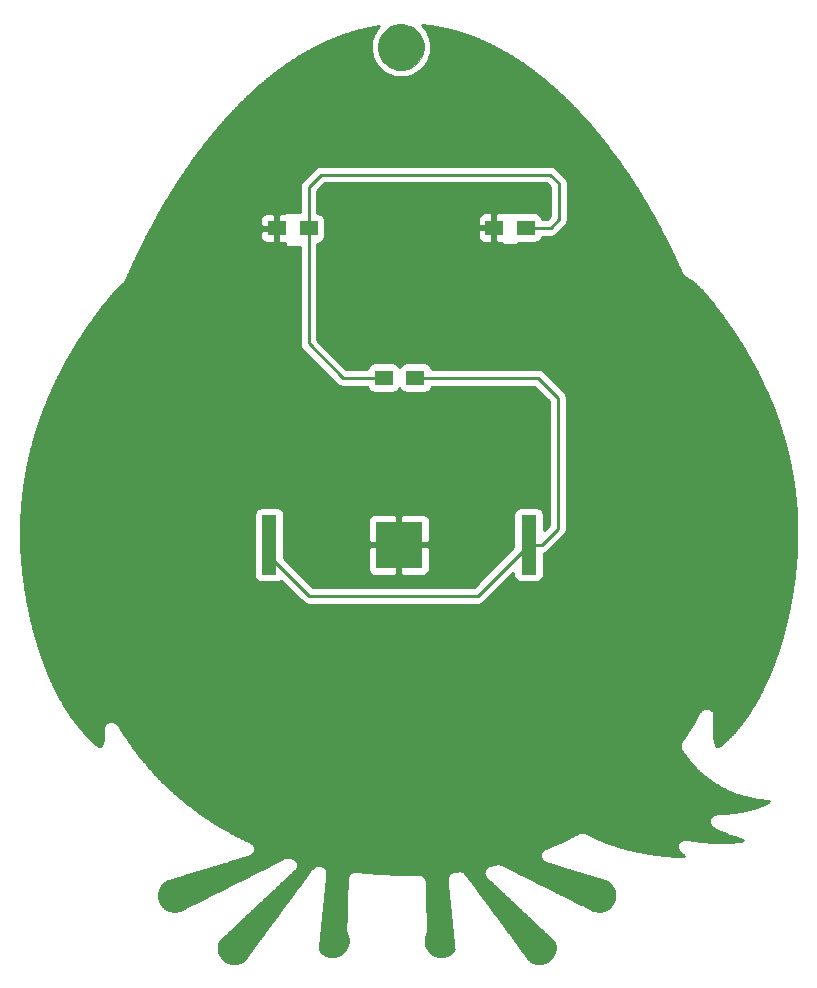
<source format=gbr>
G04 #@! TF.FileFunction,Copper,L2,Bot,Signal*
%FSLAX46Y46*%
G04 Gerber Fmt 4.6, Leading zero omitted, Abs format (unit mm)*
G04 Created by KiCad (PCBNEW 4.0.7) date 05/01/20 20:11:21*
%MOMM*%
%LPD*%
G01*
G04 APERTURE LIST*
%ADD10C,0.100000*%
%ADD11C,0.010000*%
%ADD12R,3.960000X3.960000*%
%ADD13R,1.270000X5.080000*%
%ADD14R,1.500000X1.300000*%
%ADD15C,0.250000*%
%ADD16C,0.254000*%
G04 APERTURE END LIST*
D10*
D11*
G36*
X91442264Y-50471478D02*
X91740783Y-50561886D01*
X92021967Y-50700024D01*
X92279063Y-50884776D01*
X92505320Y-51115030D01*
X92693987Y-51389671D01*
X92753209Y-51502927D01*
X92880531Y-51819573D01*
X92949754Y-52126914D01*
X92962461Y-52437330D01*
X92920236Y-52763198D01*
X92916678Y-52780275D01*
X92818278Y-53095816D01*
X92665102Y-53388460D01*
X92463777Y-53651500D01*
X92220928Y-53878226D01*
X91943182Y-54061931D01*
X91637165Y-54195907D01*
X91471750Y-54243066D01*
X91333747Y-54266480D01*
X91166237Y-54281853D01*
X90992563Y-54288285D01*
X90836069Y-54284872D01*
X90725625Y-54271909D01*
X90362507Y-54169556D01*
X90044369Y-54022698D01*
X89770067Y-53830478D01*
X89538458Y-53592039D01*
X89348402Y-53306525D01*
X89291819Y-53196007D01*
X89169528Y-52869722D01*
X89107531Y-52535815D01*
X89104633Y-52201337D01*
X89159639Y-51873340D01*
X89271353Y-51558874D01*
X89438580Y-51264988D01*
X89660124Y-50998735D01*
X89665171Y-50993671D01*
X89925926Y-50774328D01*
X90209854Y-50609394D01*
X90510203Y-50497755D01*
X90820222Y-50438299D01*
X91133159Y-50429911D01*
X91442264Y-50471478D01*
X91442264Y-50471478D01*
G37*
X91442264Y-50471478D02*
X91740783Y-50561886D01*
X92021967Y-50700024D01*
X92279063Y-50884776D01*
X92505320Y-51115030D01*
X92693987Y-51389671D01*
X92753209Y-51502927D01*
X92880531Y-51819573D01*
X92949754Y-52126914D01*
X92962461Y-52437330D01*
X92920236Y-52763198D01*
X92916678Y-52780275D01*
X92818278Y-53095816D01*
X92665102Y-53388460D01*
X92463777Y-53651500D01*
X92220928Y-53878226D01*
X91943182Y-54061931D01*
X91637165Y-54195907D01*
X91471750Y-54243066D01*
X91333747Y-54266480D01*
X91166237Y-54281853D01*
X90992563Y-54288285D01*
X90836069Y-54284872D01*
X90725625Y-54271909D01*
X90362507Y-54169556D01*
X90044369Y-54022698D01*
X89770067Y-53830478D01*
X89538458Y-53592039D01*
X89348402Y-53306525D01*
X89291819Y-53196007D01*
X89169528Y-52869722D01*
X89107531Y-52535815D01*
X89104633Y-52201337D01*
X89159639Y-51873340D01*
X89271353Y-51558874D01*
X89438580Y-51264988D01*
X89660124Y-50998735D01*
X89665171Y-50993671D01*
X89925926Y-50774328D01*
X90209854Y-50609394D01*
X90510203Y-50497755D01*
X90820222Y-50438299D01*
X91133159Y-50429911D01*
X91442264Y-50471478D01*
D12*
X90850000Y-94500000D03*
D13*
X79865000Y-94500000D03*
X101835000Y-94500000D03*
D14*
X80500000Y-67700000D03*
X83200000Y-67700000D03*
X98900000Y-67650000D03*
X101600000Y-67650000D03*
X89550000Y-80350000D03*
X92250000Y-80350000D03*
D15*
X97535000Y-98800000D02*
X101835000Y-94500000D01*
X83250000Y-98800000D02*
X97535000Y-98800000D01*
X79865000Y-95415000D02*
X83250000Y-98800000D01*
X79865000Y-94500000D02*
X79865000Y-95415000D01*
X101835000Y-94500000D02*
X102950000Y-94500000D01*
X102600000Y-80350000D02*
X92250000Y-80350000D01*
X104300000Y-82050000D02*
X102600000Y-80350000D01*
X104300000Y-93150000D02*
X104300000Y-82050000D01*
X102950000Y-94500000D02*
X104300000Y-93150000D01*
X101600000Y-67650000D02*
X103700000Y-67650000D01*
X83200000Y-64200000D02*
X83200000Y-67700000D01*
X84250000Y-63150000D02*
X83200000Y-64200000D01*
X103650000Y-63150000D02*
X84250000Y-63150000D01*
X104400000Y-63900000D02*
X103650000Y-63150000D01*
X104400000Y-66950000D02*
X104400000Y-63900000D01*
X103700000Y-67650000D02*
X104400000Y-66950000D01*
X89550000Y-80350000D02*
X86100000Y-80350000D01*
X83200000Y-77450000D02*
X83200000Y-67700000D01*
X86100000Y-80350000D02*
X83200000Y-77450000D01*
D16*
G36*
X92854313Y-50512841D02*
X92949305Y-50522181D01*
X92978045Y-50525485D01*
X93071260Y-50536346D01*
X93163541Y-50547256D01*
X93189645Y-50551018D01*
X93195404Y-50550711D01*
X93200869Y-50552540D01*
X93294798Y-50564493D01*
X93390464Y-50576770D01*
X93419945Y-50581018D01*
X93422339Y-50580890D01*
X93424605Y-50581673D01*
X93515315Y-50594108D01*
X93612566Y-50608455D01*
X93612568Y-50608456D01*
X93643103Y-50612970D01*
X93733086Y-50627344D01*
X93733431Y-50627331D01*
X93733754Y-50627450D01*
X93827477Y-50642327D01*
X93854838Y-50647258D01*
X93857746Y-50647206D01*
X93860460Y-50648247D01*
X93954260Y-50664347D01*
X93954824Y-50664332D01*
X93955350Y-50664533D01*
X94051424Y-50680864D01*
X94081294Y-50686350D01*
X94081559Y-50686346D01*
X94081806Y-50686444D01*
X94172621Y-50703053D01*
X94262363Y-50720215D01*
X94288779Y-50725914D01*
X94295691Y-50726026D01*
X94302089Y-50728648D01*
X94392936Y-50746369D01*
X94485168Y-50765073D01*
X94514108Y-50771420D01*
X94514448Y-50771427D01*
X94514758Y-50771562D01*
X94607758Y-50791862D01*
X94609114Y-50791887D01*
X94610358Y-50792424D01*
X94708301Y-50813405D01*
X94737466Y-50819819D01*
X94825562Y-50840113D01*
X94920023Y-50862283D01*
X94950144Y-50869725D01*
X94950776Y-50869754D01*
X94951348Y-50870021D01*
X95043263Y-50892553D01*
X95138561Y-50916018D01*
X95166574Y-50923290D01*
X95257278Y-50947340D01*
X95259588Y-50947485D01*
X95261674Y-50948490D01*
X95355803Y-50972781D01*
X95384716Y-50980713D01*
X95385750Y-50980787D01*
X95386676Y-50981247D01*
X95476496Y-51005602D01*
X95569588Y-51031581D01*
X95600087Y-51040424D01*
X95600244Y-51040438D01*
X95600388Y-51040512D01*
X95691475Y-51066876D01*
X95691477Y-51066877D01*
X95786648Y-51094551D01*
X95815342Y-51103236D01*
X95905491Y-51130959D01*
X95907299Y-51131144D01*
X95908906Y-51132000D01*
X96001442Y-51159930D01*
X96029224Y-51168860D01*
X96031326Y-51169102D01*
X96033180Y-51170118D01*
X96122226Y-51198146D01*
X96214720Y-51228003D01*
X96244843Y-51238074D01*
X96245153Y-51238113D01*
X96245424Y-51238268D01*
X96336562Y-51268647D01*
X96429603Y-51299788D01*
X96457942Y-51309685D01*
X96548179Y-51341452D01*
X96550051Y-51341720D01*
X96551683Y-51342675D01*
X96643848Y-51374560D01*
X96671718Y-51384740D01*
X96673834Y-51385068D01*
X96675674Y-51386172D01*
X96763865Y-51417773D01*
X96855715Y-51451498D01*
X96885824Y-51462891D01*
X96886302Y-51462971D01*
X96886712Y-51463226D01*
X96976576Y-51497087D01*
X97069784Y-51532375D01*
X97098404Y-51543582D01*
X97187863Y-51578889D01*
X97189229Y-51579137D01*
X97190397Y-51579883D01*
X97283202Y-51616085D01*
X97312294Y-51627863D01*
X97312933Y-51627985D01*
X97313476Y-51628340D01*
X97400826Y-51663513D01*
X97492374Y-51701231D01*
X97522935Y-51714104D01*
X97523527Y-51714225D01*
X97524029Y-51714564D01*
X97612909Y-51751820D01*
X97704974Y-51790730D01*
X97734100Y-51803390D01*
X97823599Y-51842390D01*
X97915311Y-51882417D01*
X97944307Y-51895501D01*
X97944317Y-51895503D01*
X97944328Y-51895511D01*
X98033429Y-51935711D01*
X98033495Y-51935726D01*
X98033552Y-51935767D01*
X98125767Y-51977350D01*
X98154900Y-51990891D01*
X98154973Y-51990909D01*
X98155035Y-51990954D01*
X98243754Y-52032170D01*
X98334984Y-52074585D01*
X98363420Y-52088279D01*
X98364092Y-52088452D01*
X98364649Y-52088870D01*
X98453349Y-52131370D01*
X98453351Y-52131371D01*
X98544234Y-52174998D01*
X98572923Y-52189210D01*
X98661323Y-52233010D01*
X98661523Y-52233064D01*
X98661687Y-52233190D01*
X98753154Y-52278442D01*
X98781985Y-52293125D01*
X98869897Y-52337929D01*
X98870077Y-52337980D01*
X98870223Y-52338095D01*
X98961449Y-52384527D01*
X98990376Y-52399662D01*
X99077843Y-52445487D01*
X99077858Y-52445491D01*
X99077871Y-52445502D01*
X99168288Y-52492868D01*
X99196590Y-52508161D01*
X99196991Y-52508285D01*
X99197317Y-52508554D01*
X99284659Y-52555615D01*
X99284661Y-52555616D01*
X99375116Y-52604404D01*
X99403750Y-52620282D01*
X99404068Y-52620384D01*
X99404324Y-52620600D01*
X99491604Y-52668889D01*
X99491606Y-52668890D01*
X99581517Y-52718638D01*
X99609487Y-52734596D01*
X99610454Y-52734919D01*
X99611226Y-52735585D01*
X99697390Y-52784411D01*
X99787573Y-52835682D01*
X99816204Y-52852376D01*
X99816352Y-52852427D01*
X99816470Y-52852531D01*
X99902827Y-52902831D01*
X99902828Y-52902832D01*
X99993511Y-52955722D01*
X100021988Y-52972647D01*
X100107511Y-53023822D01*
X100107743Y-53023905D01*
X100107928Y-53024072D01*
X100197307Y-53077468D01*
X100225352Y-53094686D01*
X100226236Y-53095013D01*
X100226931Y-53095653D01*
X100312459Y-53147843D01*
X100401580Y-53202472D01*
X100430331Y-53220486D01*
X100515940Y-53274166D01*
X100516227Y-53274275D01*
X100516451Y-53274486D01*
X100605443Y-53330178D01*
X100633733Y-53348320D01*
X100633734Y-53348321D01*
X100719228Y-53403153D01*
X100719229Y-53403154D01*
X100808328Y-53460321D01*
X100836777Y-53478953D01*
X100922077Y-53534854D01*
X100922079Y-53534855D01*
X101010108Y-53592675D01*
X101038694Y-53611854D01*
X101038856Y-53611921D01*
X101038979Y-53612045D01*
X101123832Y-53668912D01*
X101123833Y-53668914D01*
X101211690Y-53727806D01*
X101239336Y-53746830D01*
X101239630Y-53746957D01*
X101239851Y-53747183D01*
X101324451Y-53805283D01*
X101324755Y-53805413D01*
X101324986Y-53805650D01*
X101413489Y-53866307D01*
X101441865Y-53886106D01*
X101525317Y-53944612D01*
X101525591Y-53944733D01*
X101525801Y-53944952D01*
X101612029Y-54005292D01*
X101635447Y-54022222D01*
X101635448Y-54022224D01*
X101719960Y-54083360D01*
X101790160Y-54134160D01*
X101790441Y-54134289D01*
X101790650Y-54134514D01*
X101860150Y-54184714D01*
X101860199Y-54184737D01*
X101860237Y-54184777D01*
X101929647Y-54234896D01*
X102011674Y-54294262D01*
X102033973Y-54311067D01*
X102034041Y-54311100D01*
X102034093Y-54311158D01*
X102117993Y-54374358D01*
X102118292Y-54374502D01*
X102118512Y-54374748D01*
X102187901Y-54426914D01*
X102256572Y-54478667D01*
X102256649Y-54478704D01*
X102256704Y-54478766D01*
X102326004Y-54530966D01*
X102326136Y-54531030D01*
X102326234Y-54531139D01*
X102407630Y-54592397D01*
X102429580Y-54609621D01*
X102430007Y-54609838D01*
X102430321Y-54610202D01*
X102513115Y-54674984D01*
X102581981Y-54729000D01*
X102582407Y-54729216D01*
X102582718Y-54729577D01*
X102650690Y-54782743D01*
X102719014Y-54836348D01*
X102719480Y-54836584D01*
X102719821Y-54836980D01*
X102801111Y-54900561D01*
X102823384Y-54918658D01*
X102823414Y-54918674D01*
X102823433Y-54918697D01*
X102906033Y-54985798D01*
X102906107Y-54985837D01*
X102906159Y-54985900D01*
X102974398Y-55041307D01*
X103041853Y-55096226D01*
X103042145Y-55096381D01*
X103042355Y-55096634D01*
X103110654Y-55152134D01*
X103191161Y-55217592D01*
X103213291Y-55236281D01*
X103213422Y-55236353D01*
X103213515Y-55236470D01*
X103295415Y-55305569D01*
X103295605Y-55305674D01*
X103295741Y-55305844D01*
X103363741Y-55363144D01*
X103363992Y-55363282D01*
X103364171Y-55363506D01*
X103431014Y-55419738D01*
X103498121Y-55476421D01*
X103498358Y-55476552D01*
X103498527Y-55476764D01*
X103579019Y-55544647D01*
X103601159Y-55563967D01*
X103682458Y-55634967D01*
X103749256Y-55693440D01*
X103749704Y-55693698D01*
X103750021Y-55694109D01*
X103816511Y-55752139D01*
X103883319Y-55810583D01*
X103883440Y-55810653D01*
X103883525Y-55810763D01*
X103963196Y-55880404D01*
X103985214Y-55900345D01*
X103985224Y-55900351D01*
X103985233Y-55900363D01*
X104065733Y-55973263D01*
X104065965Y-55973402D01*
X104066124Y-55973616D01*
X104132742Y-56033852D01*
X104132744Y-56033854D01*
X104198824Y-56093645D01*
X104265321Y-56153842D01*
X104345113Y-56226075D01*
X104367262Y-56246710D01*
X104446416Y-56320805D01*
X104446565Y-56320898D01*
X104446668Y-56321041D01*
X104512746Y-56382833D01*
X104578346Y-56444233D01*
X104578764Y-56444493D01*
X104579052Y-56444893D01*
X104645052Y-56506493D01*
X104723411Y-56579741D01*
X104745454Y-56601024D01*
X104824554Y-56677424D01*
X104824687Y-56677510D01*
X104824777Y-56677639D01*
X104889789Y-56740375D01*
X104954789Y-56803275D01*
X104954992Y-56803406D01*
X104955128Y-56803602D01*
X105020344Y-56866624D01*
X105020346Y-56866627D01*
X105098246Y-56941962D01*
X105119972Y-56963688D01*
X105120157Y-56963812D01*
X105120281Y-56963997D01*
X105198681Y-57042297D01*
X105198719Y-57042322D01*
X105198744Y-57042360D01*
X105263845Y-57107361D01*
X105264073Y-57107513D01*
X105264226Y-57107741D01*
X105328246Y-57171562D01*
X105392970Y-57236186D01*
X105470279Y-57313400D01*
X105492078Y-57335880D01*
X105492309Y-57336039D01*
X105492460Y-57336273D01*
X105569823Y-57415926D01*
X105634223Y-57482326D01*
X105634401Y-57482449D01*
X105634518Y-57482630D01*
X105698318Y-57548330D01*
X105698344Y-57548348D01*
X105698361Y-57548374D01*
X105762561Y-57614475D01*
X105762565Y-57614478D01*
X105839526Y-57693736D01*
X105861152Y-57716644D01*
X105937741Y-57798014D01*
X105937914Y-57798137D01*
X105938026Y-57798316D01*
X106001825Y-57866016D01*
X106001828Y-57866018D01*
X106064897Y-57932980D01*
X106064936Y-57933008D01*
X106064962Y-57933049D01*
X106128446Y-58000431D01*
X106128448Y-58000434D01*
X106204427Y-58081084D01*
X106225717Y-58104419D01*
X106226079Y-58104685D01*
X106226311Y-58105069D01*
X106302237Y-58188070D01*
X106364877Y-58256765D01*
X106365391Y-58257144D01*
X106365722Y-58257690D01*
X106427977Y-58325713D01*
X106490646Y-58394360D01*
X106490850Y-58394510D01*
X106490982Y-58394728D01*
X106566243Y-58477047D01*
X106587457Y-58500999D01*
X106587807Y-58501265D01*
X106588031Y-58501647D01*
X106663324Y-58586439D01*
X106725924Y-58656939D01*
X106787538Y-58726416D01*
X106787835Y-58726641D01*
X106788024Y-58726964D01*
X106850011Y-58796711D01*
X106850011Y-58796712D01*
X106925001Y-58881206D01*
X106946306Y-58905890D01*
X107020825Y-58992296D01*
X107020826Y-58992298D01*
X107082687Y-59064052D01*
X107082689Y-59064055D01*
X107143778Y-59134926D01*
X107205378Y-59206426D01*
X107205390Y-59206435D01*
X107205396Y-59206446D01*
X107279533Y-59292491D01*
X107300733Y-59317792D01*
X107300734Y-59317793D01*
X107374410Y-59405745D01*
X107374411Y-59405747D01*
X107435611Y-59478847D01*
X107435765Y-59478971D01*
X107435860Y-59479144D01*
X107496393Y-59551364D01*
X107557342Y-59624102D01*
X107557343Y-59624104D01*
X107630591Y-59711542D01*
X107651478Y-59737215D01*
X107651486Y-59737222D01*
X107651492Y-59737233D01*
X107724392Y-59826833D01*
X107724676Y-59827068D01*
X107724847Y-59827391D01*
X107784954Y-59901109D01*
X107784955Y-59901111D01*
X107844856Y-59974711D01*
X107845018Y-59974845D01*
X107845117Y-59975032D01*
X107905082Y-60048621D01*
X107977938Y-60138171D01*
X107998836Y-60164513D01*
X108070936Y-60255513D01*
X108070938Y-60255514D01*
X108130669Y-60330929D01*
X108130789Y-60331031D01*
X108130860Y-60331169D01*
X108189824Y-60405545D01*
X108189825Y-60405547D01*
X108249426Y-60480847D01*
X108249705Y-60481084D01*
X108249873Y-60481412D01*
X108321629Y-60571873D01*
X108342223Y-60598601D01*
X108342413Y-60598767D01*
X108342526Y-60598994D01*
X108413826Y-60691394D01*
X108413858Y-60691422D01*
X108413877Y-60691460D01*
X108472842Y-60767855D01*
X108531026Y-60843445D01*
X108531391Y-60843764D01*
X108531607Y-60844199D01*
X108590150Y-60920037D01*
X108661423Y-61012527D01*
X108682050Y-61040000D01*
X108752393Y-61133691D01*
X108810403Y-61211170D01*
X108810778Y-61211507D01*
X108810996Y-61211961D01*
X108868555Y-61288607D01*
X108926655Y-61366107D01*
X108926753Y-61366195D01*
X108926808Y-61366310D01*
X108997334Y-61460313D01*
X109017792Y-61488276D01*
X109086831Y-61582808D01*
X109144531Y-61661908D01*
X109144866Y-61662217D01*
X109145058Y-61662629D01*
X109202019Y-61740502D01*
X109259104Y-61818770D01*
X109259465Y-61819102D01*
X109259672Y-61819548D01*
X109329109Y-61914471D01*
X109348985Y-61942438D01*
X109349242Y-61942681D01*
X109349387Y-61943003D01*
X109418026Y-62039377D01*
X109418027Y-62039379D01*
X109475027Y-62119479D01*
X109531089Y-62198403D01*
X109531122Y-62198434D01*
X109531141Y-62198477D01*
X109587841Y-62278277D01*
X109588259Y-62278672D01*
X109588494Y-62279193D01*
X109657168Y-62375510D01*
X109676987Y-62404088D01*
X109744787Y-62501888D01*
X109744804Y-62501905D01*
X109744813Y-62501925D01*
X109801113Y-62583126D01*
X109801115Y-62583128D01*
X109856437Y-62663083D01*
X109856696Y-62663334D01*
X109856839Y-62663663D01*
X109912898Y-62744504D01*
X109981176Y-62842988D01*
X110000755Y-62871868D01*
X110067585Y-62970816D01*
X110067754Y-62970984D01*
X110067847Y-62971204D01*
X110123447Y-63053404D01*
X110123449Y-63053406D01*
X110178187Y-63134420D01*
X110233218Y-63216021D01*
X110233450Y-63216251D01*
X110233577Y-63216553D01*
X110300553Y-63315666D01*
X110319895Y-63345080D01*
X110319898Y-63345083D01*
X110385842Y-63445398D01*
X110386130Y-63445690D01*
X110386286Y-63446074D01*
X110441186Y-63529374D01*
X110441188Y-63529376D01*
X110495163Y-63611282D01*
X110549726Y-63694225D01*
X110549726Y-63694226D01*
X110616256Y-63795383D01*
X110635589Y-63825416D01*
X110700280Y-63926378D01*
X110700584Y-63926694D01*
X110700744Y-63927101D01*
X110754371Y-64010564D01*
X110754372Y-64010566D01*
X110807872Y-64094066D01*
X110807962Y-64094160D01*
X110808009Y-64094279D01*
X110861809Y-64178179D01*
X110861876Y-64178249D01*
X110861912Y-64178340D01*
X110927129Y-64279982D01*
X110945968Y-64310160D01*
X110946283Y-64310495D01*
X110946447Y-64310927D01*
X111010614Y-64413413D01*
X111010614Y-64413414D01*
X111063914Y-64498614D01*
X111063915Y-64498616D01*
X111063916Y-64498617D01*
X111116561Y-64582769D01*
X111169561Y-64667569D01*
X111169723Y-64667741D01*
X111169807Y-64667962D01*
X111234079Y-64770643D01*
X111252582Y-64801066D01*
X111252864Y-64801373D01*
X111253008Y-64801766D01*
X111316290Y-64905536D01*
X111368751Y-64991572D01*
X111368752Y-64991575D01*
X111420752Y-65076875D01*
X111420754Y-65076877D01*
X111473038Y-65162651D01*
X111473057Y-65162671D01*
X111473066Y-65162697D01*
X111537039Y-65267628D01*
X111555516Y-65298574D01*
X111616985Y-65402342D01*
X111617309Y-65402704D01*
X111617470Y-65403158D01*
X111669169Y-65490158D01*
X111669321Y-65490327D01*
X111669396Y-65490538D01*
X111720405Y-65576249D01*
X111771743Y-65662676D01*
X111834323Y-65768140D01*
X111852684Y-65799863D01*
X111852763Y-65799952D01*
X111852800Y-65800062D01*
X111914200Y-65906062D01*
X111914364Y-65906249D01*
X111914446Y-65906488D01*
X111965231Y-65994018D01*
X112015445Y-66080796D01*
X112015582Y-66080952D01*
X112015647Y-66081143D01*
X112066296Y-66168555D01*
X112066297Y-66168558D01*
X112128109Y-66275272D01*
X112146018Y-66306949D01*
X112206418Y-66413949D01*
X112206670Y-66414243D01*
X112206792Y-66414611D01*
X112256564Y-66502554D01*
X112306165Y-66590455D01*
X112306199Y-66590495D01*
X112306216Y-66590546D01*
X112356114Y-66678941D01*
X112356114Y-66678942D01*
X112417125Y-66787026D01*
X112434805Y-66819048D01*
X112494032Y-66926734D01*
X112494263Y-66927009D01*
X112494372Y-66927351D01*
X112543346Y-67016178D01*
X112592046Y-67104778D01*
X112592268Y-67105042D01*
X112592373Y-67105373D01*
X112641355Y-67194275D01*
X112641355Y-67194276D01*
X112700904Y-67302529D01*
X112718201Y-67334872D01*
X112718610Y-67335370D01*
X112718797Y-67335983D01*
X112777125Y-67444562D01*
X112825625Y-67534963D01*
X112825785Y-67535157D01*
X112825858Y-67535396D01*
X112873915Y-67624815D01*
X112873916Y-67624818D01*
X112921866Y-67714065D01*
X112921866Y-67714066D01*
X112980788Y-67824020D01*
X112994729Y-67850651D01*
X112994730Y-67850653D01*
X113043639Y-67944179D01*
X113084139Y-68021679D01*
X113084159Y-68021704D01*
X113084168Y-68021735D01*
X113124468Y-68098835D01*
X113124596Y-68098994D01*
X113124653Y-68099188D01*
X113164853Y-68175988D01*
X113164885Y-68176028D01*
X113164900Y-68176078D01*
X113205825Y-68254234D01*
X113205825Y-68254235D01*
X113255776Y-68349685D01*
X113269418Y-68376433D01*
X113269427Y-68376444D01*
X113269431Y-68376459D01*
X113317520Y-68470741D01*
X113357319Y-68548841D01*
X113357437Y-68548991D01*
X113357488Y-68549170D01*
X113397044Y-68626689D01*
X113436444Y-68703989D01*
X113436628Y-68704223D01*
X113436709Y-68704508D01*
X113476833Y-68783062D01*
X113476833Y-68783063D01*
X113525686Y-68878843D01*
X113538847Y-68905428D01*
X113539154Y-68905827D01*
X113539286Y-68906314D01*
X113586580Y-69001501D01*
X113625521Y-69079881D01*
X113664421Y-69158281D01*
X113664527Y-69158418D01*
X113664572Y-69158585D01*
X113703135Y-69236208D01*
X113703135Y-69236210D01*
X113742635Y-69315810D01*
X113742682Y-69315871D01*
X113742702Y-69315944D01*
X113791020Y-69413260D01*
X113804245Y-69440515D01*
X113850315Y-69535632D01*
X113888615Y-69614932D01*
X113888711Y-69615060D01*
X113888752Y-69615216D01*
X113926952Y-69694216D01*
X113927366Y-69694764D01*
X113927539Y-69695426D01*
X113965422Y-69773382D01*
X114003656Y-69852517D01*
X114003823Y-69852739D01*
X114003893Y-69853007D01*
X114051238Y-69950801D01*
X114064351Y-69978565D01*
X114109580Y-70074489D01*
X114109580Y-70074490D01*
X114147180Y-70154291D01*
X114184404Y-70233416D01*
X114184479Y-70233518D01*
X114184510Y-70233642D01*
X114221710Y-70312642D01*
X114221808Y-70312775D01*
X114221848Y-70312935D01*
X114259847Y-70393530D01*
X114259847Y-70393531D01*
X114305914Y-70491244D01*
X114318254Y-70518286D01*
X114318682Y-70518880D01*
X114318852Y-70519593D01*
X114363452Y-70616793D01*
X114363470Y-70616817D01*
X114363477Y-70616848D01*
X114400377Y-70697248D01*
X114400439Y-70697334D01*
X114400464Y-70697438D01*
X114437115Y-70777230D01*
X114437116Y-70777233D01*
X114473382Y-70856223D01*
X114510582Y-70937423D01*
X114510878Y-70937833D01*
X114510996Y-70938325D01*
X114556478Y-71037224D01*
X114568702Y-71064573D01*
X114568702Y-71064575D01*
X114612294Y-71162257D01*
X114648394Y-71243157D01*
X114648558Y-71243388D01*
X114648621Y-71243666D01*
X114684621Y-71324166D01*
X114684766Y-71324370D01*
X114684821Y-71324611D01*
X114720317Y-71403832D01*
X114756656Y-71485171D01*
X114802556Y-71588071D01*
X114855474Y-71662837D01*
X114898657Y-71743614D01*
X114932026Y-71770995D01*
X114956964Y-71806230D01*
X115034464Y-71855053D01*
X115105273Y-71913157D01*
X115135773Y-71929457D01*
X115135923Y-71929503D01*
X115136047Y-71929604D01*
X115216435Y-71972518D01*
X115236345Y-71984117D01*
X115236347Y-71984118D01*
X115318229Y-72031816D01*
X115338937Y-72044916D01*
X115339682Y-72045203D01*
X115340261Y-72045751D01*
X115424864Y-72099000D01*
X115446703Y-72113743D01*
X115532767Y-72172146D01*
X115556064Y-72188963D01*
X115643168Y-72252180D01*
X115667621Y-72271030D01*
X115668134Y-72271285D01*
X115668513Y-72271717D01*
X115757576Y-72340143D01*
X115782403Y-72360414D01*
X115782779Y-72360614D01*
X115783052Y-72360944D01*
X115874338Y-72435294D01*
X115900592Y-72457820D01*
X115992871Y-72537155D01*
X116019924Y-72561616D01*
X116114699Y-72647310D01*
X116142380Y-72673435D01*
X116237682Y-72763841D01*
X116266417Y-72792323D01*
X116363108Y-72888163D01*
X116392074Y-72918224D01*
X116392476Y-72918504D01*
X116392741Y-72918915D01*
X116490715Y-73020307D01*
X116506527Y-73037404D01*
X116506819Y-73037616D01*
X116507010Y-73037927D01*
X116563910Y-73099326D01*
X116563912Y-73099327D01*
X116620662Y-73160637D01*
X116637407Y-73179356D01*
X116694579Y-73243499D01*
X116694627Y-73243535D01*
X116694658Y-73243588D01*
X116752118Y-73308032D01*
X116769293Y-73328029D01*
X116769354Y-73328077D01*
X116769393Y-73328146D01*
X116827356Y-73395603D01*
X116885345Y-73463101D01*
X116902748Y-73484146D01*
X116903207Y-73484520D01*
X116903490Y-73485042D01*
X116961314Y-73554726D01*
X117021574Y-73627575D01*
X117045034Y-73656587D01*
X117119127Y-73748506D01*
X117119303Y-73748653D01*
X117119410Y-73748857D01*
X117182266Y-73826730D01*
X117182266Y-73826731D01*
X117260802Y-73924190D01*
X117284501Y-73954043D01*
X117357299Y-74046208D01*
X117357377Y-74046275D01*
X117357423Y-74046364D01*
X117419623Y-74125064D01*
X117419858Y-74125265D01*
X117420001Y-74125543D01*
X117497152Y-74222982D01*
X117520303Y-74252786D01*
X117592141Y-74345390D01*
X117653441Y-74424590D01*
X117653755Y-74424863D01*
X117653941Y-74425235D01*
X117729726Y-74522909D01*
X117752637Y-74553060D01*
X117752771Y-74553179D01*
X117752849Y-74553338D01*
X117824049Y-74646939D01*
X117824101Y-74646985D01*
X117824133Y-74647050D01*
X117884609Y-74726517D01*
X117958931Y-74824192D01*
X117981251Y-74854224D01*
X117981543Y-74854488D01*
X117981712Y-74854843D01*
X118051812Y-74948943D01*
X118051922Y-74949042D01*
X118051986Y-74949177D01*
X118111471Y-75028957D01*
X118111472Y-75028959D01*
X118184873Y-75127409D01*
X118206889Y-75157612D01*
X118207096Y-75157803D01*
X118207216Y-75158061D01*
X118276112Y-75252418D01*
X118334712Y-75332719D01*
X118334773Y-75332776D01*
X118334808Y-75332850D01*
X118407194Y-75431992D01*
X118428753Y-75462157D01*
X118496653Y-75557257D01*
X118496823Y-75557417D01*
X118496919Y-75557629D01*
X118554619Y-75638330D01*
X118554622Y-75638333D01*
X118626017Y-75738207D01*
X118647456Y-75768770D01*
X118713652Y-75863550D01*
X118714128Y-75864006D01*
X118714392Y-75864606D01*
X118771021Y-75945363D01*
X118840935Y-76045283D01*
X118861573Y-76075390D01*
X118927174Y-76171391D01*
X118927542Y-76171751D01*
X118927745Y-76172226D01*
X118983258Y-76253207D01*
X119052263Y-76354031D01*
X119072894Y-76384749D01*
X119072895Y-76384751D01*
X119137121Y-76480591D01*
X119191607Y-76562171D01*
X119192055Y-76562619D01*
X119192299Y-76563206D01*
X119259578Y-76663544D01*
X119279478Y-76694022D01*
X119279999Y-76694555D01*
X119280279Y-76695246D01*
X119343663Y-76791870D01*
X119397188Y-76873649D01*
X119397410Y-76873875D01*
X119397529Y-76874170D01*
X119464137Y-76975737D01*
X119484003Y-77006670D01*
X119545887Y-77103420D01*
X119546025Y-77103564D01*
X119546098Y-77103750D01*
X119598953Y-77186278D01*
X119598954Y-77186281D01*
X119664298Y-77288338D01*
X119683593Y-77319121D01*
X119683594Y-77319123D01*
X119744795Y-77417023D01*
X119744954Y-77417192D01*
X119745037Y-77417410D01*
X119796878Y-77500215D01*
X119796878Y-77500216D01*
X119861135Y-77602891D01*
X119880498Y-77634459D01*
X119940012Y-77731865D01*
X119940102Y-77731962D01*
X119940146Y-77732083D01*
X119990905Y-77815090D01*
X120053525Y-77917647D01*
X120072160Y-77948946D01*
X120072399Y-77949211D01*
X120072518Y-77949546D01*
X120131267Y-78047994D01*
X120181167Y-78131694D01*
X120181211Y-78131743D01*
X120181232Y-78131802D01*
X120242878Y-78235161D01*
X120261551Y-78267172D01*
X120318819Y-78365629D01*
X120318989Y-78365822D01*
X120319073Y-78366065D01*
X120367768Y-78449642D01*
X120367769Y-78449644D01*
X120428071Y-78553352D01*
X120446046Y-78585035D01*
X120446133Y-78585136D01*
X120446175Y-78585262D01*
X120502674Y-78684762D01*
X120502676Y-78684764D01*
X120550502Y-78769058D01*
X120609465Y-78873018D01*
X120627018Y-78904779D01*
X120627242Y-78905044D01*
X120627347Y-78905373D01*
X120682642Y-79005184D01*
X120682643Y-79005186D01*
X120729592Y-79089993D01*
X120787252Y-79194187D01*
X120804363Y-79225977D01*
X120804544Y-79226197D01*
X120804629Y-79226472D01*
X120858525Y-79326406D01*
X120858526Y-79326410D01*
X120904426Y-79411709D01*
X120904710Y-79412053D01*
X120904840Y-79412476D01*
X120961250Y-79516990D01*
X120977879Y-79548729D01*
X120977937Y-79548801D01*
X120977963Y-79548889D01*
X121030863Y-79649789D01*
X121030907Y-79649843D01*
X121030926Y-79649909D01*
X121075826Y-79735509D01*
X121075958Y-79735672D01*
X121076017Y-79735873D01*
X121131371Y-79841250D01*
X121147823Y-79873431D01*
X121147843Y-79873456D01*
X121147852Y-79873488D01*
X121199337Y-79974172D01*
X121242945Y-80059795D01*
X121243235Y-80060163D01*
X121243362Y-80060612D01*
X121297256Y-80166082D01*
X121313129Y-80198097D01*
X121313344Y-80198377D01*
X121313436Y-80198714D01*
X121363790Y-80300019D01*
X121406425Y-80386086D01*
X121406670Y-80386405D01*
X121406776Y-80386794D01*
X121459603Y-80493126D01*
X121475195Y-80525389D01*
X121475195Y-80525391D01*
X121524407Y-80627302D01*
X121524408Y-80627305D01*
X121566208Y-80714004D01*
X121566237Y-80714043D01*
X121566249Y-80714088D01*
X121617774Y-80820923D01*
X121633096Y-80853560D01*
X121680898Y-80955724D01*
X121680988Y-80955846D01*
X121681024Y-80955993D01*
X121721805Y-81043053D01*
X121721806Y-81043056D01*
X121772104Y-81150450D01*
X121786880Y-81182865D01*
X121833494Y-81285556D01*
X121833563Y-81285652D01*
X121833590Y-81285768D01*
X121873228Y-81373010D01*
X121922450Y-81481514D01*
X121936940Y-81514183D01*
X121982185Y-81616978D01*
X121982205Y-81617006D01*
X121982212Y-81617039D01*
X122020912Y-81704939D01*
X122020927Y-81704960D01*
X122020932Y-81704984D01*
X122068220Y-81812370D01*
X122081936Y-81844669D01*
X122082312Y-81845221D01*
X122082450Y-81845877D01*
X122126850Y-81949877D01*
X122126855Y-81949885D01*
X122126857Y-81949893D01*
X122164519Y-82038104D01*
X122210565Y-82145994D01*
X122223964Y-82178560D01*
X122224287Y-82179045D01*
X122224400Y-82179617D01*
X122267428Y-82283700D01*
X122304028Y-82372400D01*
X122304145Y-82372576D01*
X122304186Y-82372782D01*
X122349099Y-82481443D01*
X122362314Y-82514524D01*
X122362316Y-82514526D01*
X122403983Y-82618995D01*
X122403986Y-82618999D01*
X122403987Y-82619006D01*
X122439487Y-82708006D01*
X122439527Y-82708068D01*
X122439540Y-82708137D01*
X122482944Y-82816889D01*
X122495520Y-82849657D01*
X122495810Y-82850116D01*
X122495902Y-82850649D01*
X122536335Y-82955515D01*
X122536335Y-82955517D01*
X122570735Y-83044917D01*
X122570916Y-83045203D01*
X122570974Y-83045537D01*
X122613164Y-83154864D01*
X122625407Y-83187867D01*
X122625542Y-83188086D01*
X122625583Y-83188341D01*
X122664883Y-83294042D01*
X122664884Y-83294044D01*
X122698064Y-83383420D01*
X122698369Y-83383915D01*
X122698462Y-83384490D01*
X122739496Y-83494461D01*
X122751184Y-83526995D01*
X122788726Y-83631916D01*
X122819992Y-83720502D01*
X122821405Y-83722883D01*
X122821821Y-83725619D01*
X122861455Y-83835140D01*
X122872672Y-83867659D01*
X122872672Y-83867661D01*
X122909472Y-83974361D01*
X122909858Y-83975022D01*
X122909963Y-83975779D01*
X122940939Y-84064959D01*
X122978922Y-84175726D01*
X122990121Y-84209323D01*
X123025251Y-84315602D01*
X123025251Y-84315603D01*
X123055251Y-84406503D01*
X123055583Y-84407090D01*
X123055667Y-84407759D01*
X123092530Y-84518733D01*
X123102738Y-84550889D01*
X123136106Y-84657327D01*
X123136737Y-84658481D01*
X123136883Y-84659790D01*
X123165883Y-84751090D01*
X123166566Y-84752329D01*
X123166729Y-84753737D01*
X123202320Y-84864232D01*
X123212198Y-84896697D01*
X123212397Y-84897068D01*
X123212439Y-84897490D01*
X123245353Y-85005209D01*
X123272603Y-85094995D01*
X123306545Y-85207362D01*
X123316453Y-85241590D01*
X123316483Y-85241648D01*
X123316488Y-85241708D01*
X123347888Y-85350107D01*
X123348130Y-85350574D01*
X123348176Y-85351100D01*
X123374976Y-85443100D01*
X123374982Y-85443111D01*
X123374983Y-85443125D01*
X123407829Y-85555865D01*
X123417305Y-85589924D01*
X123417844Y-85590992D01*
X123417938Y-85592184D01*
X123447395Y-85696674D01*
X123470924Y-85784599D01*
X123472926Y-85788661D01*
X123473279Y-85793176D01*
X123504967Y-85905717D01*
X123513729Y-85938617D01*
X123542538Y-86047474D01*
X123542600Y-86047601D01*
X123542609Y-86047742D01*
X123567029Y-86139863D01*
X123596641Y-86252564D01*
X123605136Y-86286631D01*
X123632173Y-86395673D01*
X123632797Y-86397001D01*
X123632872Y-86398467D01*
X123656225Y-86490983D01*
X123684673Y-86604105D01*
X123692617Y-86637801D01*
X123693418Y-86639558D01*
X123693497Y-86641487D01*
X123719123Y-86747556D01*
X123739606Y-86837049D01*
X123741407Y-86841066D01*
X123741588Y-86845461D01*
X123768911Y-86958274D01*
X123776209Y-86990821D01*
X123800909Y-87101422D01*
X123801445Y-87102635D01*
X123801481Y-87103961D01*
X123822449Y-87196202D01*
X123847752Y-87309921D01*
X123854944Y-87344039D01*
X123877933Y-87454404D01*
X123878735Y-87456293D01*
X123878766Y-87458345D01*
X123898801Y-87551776D01*
X123923218Y-87666650D01*
X123930176Y-87701529D01*
X123930177Y-87701531D01*
X123951829Y-87810180D01*
X123969469Y-87902279D01*
X123970749Y-87905432D01*
X123970758Y-87908835D01*
X123993451Y-88021363D01*
X123999107Y-88053036D01*
X123999918Y-88055107D01*
X123999888Y-88057330D01*
X124020588Y-88169129D01*
X124021021Y-88170214D01*
X124021009Y-88171386D01*
X124038611Y-88264706D01*
X124059893Y-88380647D01*
X124066241Y-88416894D01*
X124085353Y-88526397D01*
X124100684Y-88618773D01*
X124101609Y-88621224D01*
X124101545Y-88623847D01*
X124122306Y-88743374D01*
X124127991Y-88776886D01*
X124144752Y-88884827D01*
X124145797Y-88887687D01*
X124145695Y-88890728D01*
X124160888Y-88983242D01*
X124178508Y-89096927D01*
X124183455Y-89131997D01*
X124183901Y-89133271D01*
X124183830Y-89134620D01*
X124200230Y-89247720D01*
X124200936Y-89249713D01*
X124200838Y-89251827D01*
X124215000Y-89345490D01*
X124231858Y-89462155D01*
X124236778Y-89498422D01*
X124251676Y-89609664D01*
X124263849Y-89704201D01*
X124264533Y-89706236D01*
X124264400Y-89708380D01*
X124280687Y-89829000D01*
X124285017Y-89862224D01*
X124297526Y-89970988D01*
X124298698Y-89974637D01*
X124298427Y-89978462D01*
X124310225Y-90071977D01*
X124323589Y-90186646D01*
X124327193Y-90221894D01*
X124328347Y-90225647D01*
X124328020Y-90229563D01*
X124340617Y-90340421D01*
X124350251Y-90433866D01*
X124350590Y-90434964D01*
X124350486Y-90436107D01*
X124363339Y-90556889D01*
X124366982Y-90593495D01*
X124377763Y-90706018D01*
X124386646Y-90802147D01*
X124387107Y-90803701D01*
X124386946Y-90805314D01*
X124398946Y-90928913D01*
X124399138Y-90929549D01*
X124399073Y-90930212D01*
X124402374Y-90963555D01*
X124410821Y-91071673D01*
X124412133Y-91076336D01*
X124411628Y-91081155D01*
X124420274Y-91175008D01*
X124429779Y-91292880D01*
X124432476Y-91329288D01*
X124440374Y-91443411D01*
X124440570Y-91444133D01*
X124440477Y-91444875D01*
X124447477Y-91542974D01*
X124447563Y-91543288D01*
X124447523Y-91543609D01*
X124455954Y-91660242D01*
X124457566Y-91693040D01*
X124457784Y-91693911D01*
X124457654Y-91694804D01*
X124463654Y-91810804D01*
X124468621Y-91908647D01*
X124469070Y-91910429D01*
X124468813Y-91912251D01*
X124475685Y-92034867D01*
X124477456Y-92070994D01*
X124482341Y-92184728D01*
X124486284Y-92282111D01*
X124491074Y-92402252D01*
X124491945Y-92437863D01*
X124492697Y-92441214D01*
X124492143Y-92444604D01*
X124496110Y-92560250D01*
X124499196Y-92658685D01*
X124499197Y-92658689D01*
X124502996Y-92781873D01*
X124503911Y-92819571D01*
X124506284Y-92935445D01*
X124506308Y-92935555D01*
X124506288Y-92935668D01*
X124508358Y-93035168D01*
X124510758Y-93154850D01*
X124510852Y-93190167D01*
X124511152Y-93307767D01*
X124511156Y-93307786D01*
X124511152Y-93307805D01*
X124511412Y-93407604D01*
X124511735Y-93531751D01*
X124511539Y-93570477D01*
X124511539Y-93570479D01*
X124510929Y-93688469D01*
X124510409Y-93788763D01*
X124509782Y-93909431D01*
X124508938Y-93944558D01*
X124509204Y-93946084D01*
X124508871Y-93947600D01*
X124506554Y-94065871D01*
X124504495Y-94165814D01*
X124504504Y-94165863D01*
X124504493Y-94165911D01*
X124501906Y-94292411D01*
X124501016Y-94329601D01*
X124497128Y-94445069D01*
X124497323Y-94446254D01*
X124497053Y-94447423D01*
X124494016Y-94547905D01*
X124494015Y-94547908D01*
X124490065Y-94676008D01*
X124490466Y-94678406D01*
X124489935Y-94680776D01*
X124489082Y-94716514D01*
X124484446Y-94827119D01*
X124479575Y-94925717D01*
X124480110Y-94929332D01*
X124479258Y-94932887D01*
X124474689Y-95050298D01*
X124472481Y-95081216D01*
X124473042Y-95085676D01*
X124471908Y-95090029D01*
X124464908Y-95209730D01*
X124459007Y-95309556D01*
X124451053Y-95437821D01*
X124451242Y-95439215D01*
X124450888Y-95440576D01*
X124449250Y-95468828D01*
X124441727Y-95567382D01*
X124442030Y-95569894D01*
X124441367Y-95572336D01*
X124435394Y-95658853D01*
X124435393Y-95658855D01*
X124429393Y-95745055D01*
X124429404Y-95745139D01*
X124429382Y-95745219D01*
X124423484Y-95830249D01*
X124415876Y-95933522D01*
X124413441Y-95962183D01*
X124403712Y-96066279D01*
X124403836Y-96067474D01*
X124403497Y-96068626D01*
X124395869Y-96153394D01*
X124387295Y-96237227D01*
X124387682Y-96241313D01*
X124386522Y-96245250D01*
X124378522Y-96333751D01*
X124378530Y-96333827D01*
X124378508Y-96333902D01*
X124368508Y-96444802D01*
X124368751Y-96447077D01*
X124368119Y-96449277D01*
X124365861Y-96476292D01*
X124354839Y-96576596D01*
X124355155Y-96580223D01*
X124354095Y-96583707D01*
X124345162Y-96673635D01*
X124336162Y-96763334D01*
X124336184Y-96763564D01*
X124336117Y-96763785D01*
X124327338Y-96851866D01*
X124315782Y-96960780D01*
X124312403Y-96990867D01*
X124299039Y-97097681D01*
X124299179Y-97099628D01*
X124298574Y-97101484D01*
X124287581Y-97193529D01*
X124277096Y-97281255D01*
X124265636Y-97369566D01*
X124265864Y-97372951D01*
X124264811Y-97376176D01*
X124251275Y-97489069D01*
X124247359Y-97519976D01*
X124232686Y-97625978D01*
X124219377Y-97716811D01*
X124219556Y-97720333D01*
X124218408Y-97723666D01*
X124205808Y-97816166D01*
X124205852Y-97816883D01*
X124205619Y-97817563D01*
X124193439Y-97908380D01*
X124177403Y-98021797D01*
X124172857Y-98053453D01*
X124155491Y-98162320D01*
X124155602Y-98165218D01*
X124154619Y-98167942D01*
X124140357Y-98262388D01*
X124140357Y-98262389D01*
X124126658Y-98352877D01*
X124111987Y-98443801D01*
X124112091Y-98446646D01*
X124111120Y-98449320D01*
X124093403Y-98565118D01*
X124088347Y-98596612D01*
X124069431Y-98706116D01*
X124052698Y-98800313D01*
X124052765Y-98803552D01*
X124051615Y-98806580D01*
X124035715Y-98901180D01*
X124035728Y-98901599D01*
X124035579Y-98901992D01*
X124020057Y-98995028D01*
X124000636Y-99106602D01*
X123994409Y-99139275D01*
X123972209Y-99255476D01*
X123972226Y-99257764D01*
X123971381Y-99259889D01*
X123953585Y-99356469D01*
X123953584Y-99356470D01*
X123936541Y-99448946D01*
X123918546Y-99541824D01*
X123918558Y-99544191D01*
X123917678Y-99546388D01*
X123896295Y-99660904D01*
X123889725Y-99692923D01*
X123865625Y-99809923D01*
X123865613Y-99811722D01*
X123864922Y-99813382D01*
X123846174Y-99906832D01*
X123826571Y-99999179D01*
X123826517Y-100003355D01*
X123824915Y-100007214D01*
X123806146Y-100101162D01*
X123782049Y-100217151D01*
X123773390Y-100257094D01*
X123773383Y-100257477D01*
X123773231Y-100257829D01*
X123748518Y-100372434D01*
X123721722Y-100493452D01*
X123712443Y-100534070D01*
X123712438Y-100534236D01*
X123712370Y-100534389D01*
X123685816Y-100650887D01*
X123657908Y-100773155D01*
X123648456Y-100812911D01*
X123620656Y-100929711D01*
X123620620Y-100930687D01*
X123620215Y-100931576D01*
X123591553Y-101053506D01*
X123581850Y-101092868D01*
X123581784Y-101094323D01*
X123581171Y-101095646D01*
X123553445Y-101210174D01*
X123523138Y-101331401D01*
X123512610Y-101372554D01*
X123512564Y-101373409D01*
X123512197Y-101374179D01*
X123482944Y-101489708D01*
X123451575Y-101611689D01*
X123440858Y-101652114D01*
X123409866Y-101768609D01*
X123409831Y-101769165D01*
X123409586Y-101769665D01*
X123377221Y-101892104D01*
X123366534Y-101931050D01*
X123334371Y-102046738D01*
X123334218Y-102048778D01*
X123333307Y-102050609D01*
X123300217Y-102172393D01*
X123289050Y-102211751D01*
X123289019Y-102212133D01*
X123288845Y-102212475D01*
X123256263Y-102327794D01*
X123221259Y-102449629D01*
X123209438Y-102489784D01*
X123209436Y-102489787D01*
X123175036Y-102606387D01*
X123175027Y-102606484D01*
X123174984Y-102606566D01*
X123139093Y-102728339D01*
X123127085Y-102767572D01*
X123091556Y-102882992D01*
X123091413Y-102884382D01*
X123090753Y-102885617D01*
X123053998Y-103006743D01*
X123041705Y-103045625D01*
X123041562Y-103046919D01*
X123040941Y-103048059D01*
X123005417Y-103161893D01*
X122967254Y-103281367D01*
X122954231Y-103320902D01*
X122954094Y-103322017D01*
X122953543Y-103323000D01*
X122916045Y-103438079D01*
X122876358Y-103558988D01*
X122863066Y-103598399D01*
X122824254Y-103712849D01*
X122783395Y-103833287D01*
X122769740Y-103872221D01*
X122769703Y-103872482D01*
X122769571Y-103872706D01*
X122729528Y-103987156D01*
X122687374Y-104107372D01*
X122673391Y-104146101D01*
X122632166Y-104259643D01*
X122632147Y-104259766D01*
X122632082Y-104259874D01*
X122588677Y-104379557D01*
X122574485Y-104417586D01*
X122531885Y-104531286D01*
X122531851Y-104531495D01*
X122531739Y-104531676D01*
X122487413Y-104650202D01*
X122472714Y-104688182D01*
X122472714Y-104688185D01*
X122428968Y-104801144D01*
X122428945Y-104801274D01*
X122428874Y-104801386D01*
X122383491Y-104918706D01*
X122368559Y-104955856D01*
X122368451Y-104956429D01*
X122368133Y-104956918D01*
X122323133Y-105069417D01*
X122323132Y-105069422D01*
X122276346Y-105186339D01*
X122260851Y-105223800D01*
X122260829Y-105223912D01*
X122260764Y-105224009D01*
X122214564Y-105335809D01*
X122166738Y-105451187D01*
X122150905Y-105488099D01*
X122150757Y-105488798D01*
X122150357Y-105489383D01*
X122103056Y-105600283D01*
X122054022Y-105714792D01*
X122037880Y-105751313D01*
X122037880Y-105751314D01*
X121989181Y-105861314D01*
X121989165Y-105861385D01*
X121989121Y-105861448D01*
X121938297Y-105976313D01*
X121921718Y-106012730D01*
X121872222Y-106120731D01*
X121872158Y-106120999D01*
X121871996Y-106121224D01*
X121820159Y-106234570D01*
X121803363Y-106270127D01*
X121752163Y-106378327D01*
X121752112Y-106378532D01*
X121751987Y-106378700D01*
X121698725Y-106491434D01*
X121681658Y-106526546D01*
X121629508Y-106633235D01*
X121629508Y-106633236D01*
X121575451Y-106743750D01*
X121557948Y-106778226D01*
X121557760Y-106778897D01*
X121557330Y-106779446D01*
X121503750Y-106885507D01*
X121448369Y-106995115D01*
X121430422Y-107029410D01*
X121430386Y-107029532D01*
X121430308Y-107029629D01*
X121375408Y-107134629D01*
X121375354Y-107134812D01*
X121375235Y-107134960D01*
X121318445Y-107243720D01*
X121300326Y-107277318D01*
X121244364Y-107380678D01*
X121244315Y-107380837D01*
X121244208Y-107380966D01*
X121186269Y-107488101D01*
X121167592Y-107521472D01*
X121110277Y-107623843D01*
X121110275Y-107623845D01*
X121051143Y-107729362D01*
X121032160Y-107762057D01*
X121032061Y-107762348D01*
X121031857Y-107762579D01*
X120973423Y-107863420D01*
X120973421Y-107863423D01*
X120913076Y-107967376D01*
X120893822Y-107999350D01*
X120893771Y-107999491D01*
X120893673Y-107999599D01*
X120833572Y-108099499D01*
X120833399Y-108099979D01*
X120833061Y-108100352D01*
X120771826Y-108202472D01*
X120752481Y-108233459D01*
X120752249Y-108234073D01*
X120751801Y-108234551D01*
X120690806Y-108332661D01*
X120627666Y-108434030D01*
X120607885Y-108464734D01*
X120545185Y-108561834D01*
X120545111Y-108562020D01*
X120544972Y-108562164D01*
X120480715Y-108661800D01*
X120460719Y-108691752D01*
X120396719Y-108787352D01*
X120396718Y-108787354D01*
X120331184Y-108885226D01*
X120310664Y-108914809D01*
X120245382Y-109008783D01*
X120245381Y-109008784D01*
X120178637Y-109104854D01*
X120157644Y-109133987D01*
X120091044Y-109226386D01*
X120023201Y-109320383D01*
X120001982Y-109348730D01*
X119934285Y-109438927D01*
X119934083Y-109439349D01*
X119933735Y-109439661D01*
X119864900Y-109531630D01*
X119843568Y-109558985D01*
X119843455Y-109559210D01*
X119843262Y-109559377D01*
X119774069Y-109648240D01*
X119703679Y-109738593D01*
X119681954Y-109765416D01*
X119611254Y-109852616D01*
X119611161Y-109852793D01*
X119611007Y-109852921D01*
X119539581Y-109941120D01*
X119517588Y-109967181D01*
X119517586Y-109967182D01*
X119445585Y-110052483D01*
X119445476Y-110052681D01*
X119445298Y-110052823D01*
X119372982Y-110138610D01*
X119351101Y-110163409D01*
X119350773Y-110163973D01*
X119350257Y-110164368D01*
X119276857Y-110247868D01*
X119276692Y-110248153D01*
X119276430Y-110248354D01*
X119203021Y-110332024D01*
X119180960Y-110356009D01*
X119180648Y-110356521D01*
X119180164Y-110356876D01*
X119105491Y-110438348D01*
X119105489Y-110438349D01*
X119029987Y-110520714D01*
X119007405Y-110544349D01*
X119007406Y-110544349D01*
X118931306Y-110623849D01*
X118855302Y-110703105D01*
X118832324Y-110726001D01*
X118831982Y-110726511D01*
X118831472Y-110726852D01*
X118676331Y-110881993D01*
X118653002Y-110904277D01*
X118652954Y-110904346D01*
X118652881Y-110904392D01*
X118574418Y-110979374D01*
X118574417Y-110979375D01*
X118495698Y-111054469D01*
X118472244Y-111075784D01*
X118472068Y-111076022D01*
X118471814Y-111076175D01*
X118391514Y-111149275D01*
X118391345Y-111149504D01*
X118391100Y-111149652D01*
X118310800Y-111222873D01*
X118287075Y-111243513D01*
X118205988Y-111313794D01*
X118205867Y-111313949D01*
X118205698Y-111314046D01*
X118127160Y-111382196D01*
X118126036Y-111383103D01*
X118090554Y-111409465D01*
X118082517Y-111414834D01*
X118025968Y-111452453D01*
X117993615Y-111471887D01*
X117955292Y-111492962D01*
X117915441Y-111512625D01*
X117875992Y-111529779D01*
X117839379Y-111543222D01*
X117805912Y-111553036D01*
X117783428Y-111557850D01*
X117767577Y-111559554D01*
X117764522Y-111559591D01*
X117756710Y-111549645D01*
X117745593Y-111533537D01*
X117732646Y-111512260D01*
X117718503Y-111485803D01*
X117702880Y-111452436D01*
X117686274Y-111412108D01*
X117669171Y-111364535D01*
X117652093Y-111310342D01*
X117635515Y-111249062D01*
X117618965Y-111178087D01*
X117615915Y-111163082D01*
X117615879Y-111162997D01*
X117615879Y-111162904D01*
X117601652Y-111093000D01*
X117599005Y-111079183D01*
X117588575Y-111016362D01*
X117585608Y-110995819D01*
X117575632Y-110926735D01*
X117574077Y-110911548D01*
X117565263Y-110825463D01*
X117562455Y-110796540D01*
X117562455Y-110796537D01*
X117554621Y-110715586D01*
X117553362Y-110695002D01*
X117548033Y-110607869D01*
X117547351Y-110584416D01*
X117545851Y-110577874D01*
X117546841Y-110571235D01*
X117542412Y-110479640D01*
X117542075Y-110455186D01*
X117542073Y-110455178D01*
X117542075Y-110455168D01*
X117540635Y-110350846D01*
X117540600Y-110317199D01*
X117540494Y-110207611D01*
X117540936Y-110172282D01*
X117542387Y-110056421D01*
X117543164Y-110023936D01*
X117547869Y-109905742D01*
X117549777Y-109863966D01*
X117555777Y-109732566D01*
X117555755Y-109732424D01*
X117555790Y-109732284D01*
X117557790Y-109688084D01*
X117557786Y-109688060D01*
X117557792Y-109688037D01*
X117563792Y-109555238D01*
X117562553Y-109547108D01*
X117564331Y-109539080D01*
X117565224Y-109497627D01*
X117570049Y-109363309D01*
X117568625Y-109354512D01*
X117570453Y-109345796D01*
X117570953Y-109297396D01*
X117570952Y-109297393D01*
X117570954Y-109297386D01*
X117572454Y-109151986D01*
X117571788Y-109148448D01*
X117572490Y-109144920D01*
X117572490Y-108943120D01*
X117553567Y-108847987D01*
X117545103Y-108751366D01*
X117527699Y-108717942D01*
X117520347Y-108680982D01*
X117466457Y-108600329D01*
X117421663Y-108514305D01*
X117392796Y-108490088D01*
X117371858Y-108458752D01*
X117291207Y-108404863D01*
X117216901Y-108342526D01*
X117180960Y-108331198D01*
X117149628Y-108310263D01*
X117054496Y-108291340D01*
X116961989Y-108262184D01*
X116924451Y-108265472D01*
X116887490Y-108258120D01*
X116792358Y-108277043D01*
X116695735Y-108285507D01*
X116662311Y-108302911D01*
X116625352Y-108310263D01*
X116544703Y-108364151D01*
X116458674Y-108408947D01*
X116434456Y-108437815D01*
X116403122Y-108458752D01*
X116349234Y-108539401D01*
X116286896Y-108613709D01*
X116267096Y-108649808D01*
X116267095Y-108649811D01*
X116210872Y-108752187D01*
X116210739Y-108752607D01*
X116210459Y-108752942D01*
X116162658Y-108840242D01*
X116104920Y-108945542D01*
X116087435Y-108976205D01*
X116087160Y-108977030D01*
X116086592Y-108977688D01*
X116029085Y-109079124D01*
X115980380Y-109164805D01*
X115980314Y-109165004D01*
X115980174Y-109165166D01*
X115920653Y-109270023D01*
X115902622Y-109300685D01*
X115902501Y-109301031D01*
X115902257Y-109301306D01*
X115843429Y-109401583D01*
X115793612Y-109486302D01*
X115793560Y-109486451D01*
X115793455Y-109486569D01*
X115732714Y-109589970D01*
X115714394Y-109620043D01*
X115714243Y-109620456D01*
X115713945Y-109620781D01*
X115653745Y-109719881D01*
X115653632Y-109720191D01*
X115653407Y-109720437D01*
X115602307Y-109804737D01*
X115540423Y-109906575D01*
X115521470Y-109936759D01*
X115521290Y-109937231D01*
X115520944Y-109937598D01*
X115459766Y-110035344D01*
X115407761Y-110118233D01*
X115344105Y-110219678D01*
X115324684Y-110249693D01*
X115262160Y-110346222D01*
X115262112Y-110346342D01*
X115262022Y-110346435D01*
X115208822Y-110428635D01*
X115208819Y-110428641D01*
X115208814Y-110428647D01*
X115144108Y-110528630D01*
X115124769Y-110557552D01*
X115060769Y-110653152D01*
X115060511Y-110653774D01*
X115060035Y-110654251D01*
X115006176Y-110735040D01*
X114940462Y-110833420D01*
X114920766Y-110861888D01*
X114920389Y-110862758D01*
X114919708Y-110863421D01*
X114854708Y-110957921D01*
X114854707Y-110957923D01*
X114799892Y-111037564D01*
X114799891Y-111037565D01*
X114729791Y-111139265D01*
X114727016Y-111145700D01*
X114722092Y-111150680D01*
X114674207Y-111268158D01*
X114623953Y-111384691D01*
X114623852Y-111391696D01*
X114621208Y-111398182D01*
X114621925Y-111525047D01*
X114620092Y-111651937D01*
X114622679Y-111658448D01*
X114622719Y-111665452D01*
X114671941Y-111782412D01*
X114718795Y-111900317D01*
X114723675Y-111905340D01*
X114726393Y-111911799D01*
X114749474Y-111945923D01*
X114749475Y-111945924D01*
X114812675Y-112039424D01*
X114812738Y-112039486D01*
X114812770Y-112039563D01*
X114880670Y-112139964D01*
X114887650Y-112146866D01*
X114891710Y-112155802D01*
X114914926Y-112188129D01*
X114914927Y-112188130D01*
X114979327Y-112278029D01*
X114979328Y-112278031D01*
X115048528Y-112374631D01*
X115055364Y-112381036D01*
X115059457Y-112389462D01*
X115083390Y-112421041D01*
X115148890Y-112507541D01*
X115149120Y-112507745D01*
X115149256Y-112508025D01*
X115219657Y-112600825D01*
X115226367Y-112606775D01*
X115230495Y-112614736D01*
X115254895Y-112645236D01*
X115255130Y-112645434D01*
X115255272Y-112645707D01*
X115321872Y-112728807D01*
X115322039Y-112728947D01*
X115322139Y-112729140D01*
X115393639Y-112818240D01*
X115401150Y-112824543D01*
X115405918Y-112833107D01*
X115430666Y-112862230D01*
X115430667Y-112862231D01*
X115497877Y-112941370D01*
X115570179Y-113026737D01*
X115577897Y-113032873D01*
X115582922Y-113041358D01*
X115607739Y-113069031D01*
X115676139Y-113145431D01*
X115676493Y-113145697D01*
X115676716Y-113146073D01*
X115750316Y-113228073D01*
X115757902Y-113233756D01*
X115762958Y-113241779D01*
X115788458Y-113268679D01*
X115788467Y-113268685D01*
X115788473Y-113268695D01*
X115857773Y-113341795D01*
X115857775Y-113341796D01*
X115932229Y-113420348D01*
X115940391Y-113426123D01*
X115945963Y-113434428D01*
X115971505Y-113459871D01*
X116040822Y-113529188D01*
X116041015Y-113529317D01*
X116041144Y-113529510D01*
X116116444Y-113604710D01*
X116124267Y-113609929D01*
X116129704Y-113617599D01*
X116155703Y-113642199D01*
X116155897Y-113642321D01*
X116156029Y-113642507D01*
X116226829Y-113709407D01*
X116227051Y-113709547D01*
X116227203Y-113709760D01*
X116303303Y-113781560D01*
X116311299Y-113786573D01*
X116316976Y-113794115D01*
X116343267Y-113817606D01*
X116343270Y-113817610D01*
X116414670Y-113881410D01*
X116414673Y-113881412D01*
X116491133Y-113949797D01*
X116499517Y-113954747D01*
X116505585Y-113962364D01*
X116531917Y-113984622D01*
X116603850Y-114045465D01*
X116681150Y-114110865D01*
X116689931Y-114115729D01*
X116696408Y-114123402D01*
X116722511Y-114144225D01*
X116794623Y-114201914D01*
X116872422Y-114264214D01*
X116881486Y-114268920D01*
X116888285Y-114276539D01*
X116914323Y-114296165D01*
X116986301Y-114350766D01*
X116986548Y-114350886D01*
X116986728Y-114351089D01*
X117065028Y-114410389D01*
X117073122Y-114414317D01*
X117079268Y-114420887D01*
X117106168Y-114440187D01*
X117106715Y-114440435D01*
X117107126Y-114440873D01*
X117180426Y-114493274D01*
X117180430Y-114493276D01*
X117258941Y-114549441D01*
X117266976Y-114553074D01*
X117273170Y-114559350D01*
X117300169Y-114577650D01*
X117300520Y-114577798D01*
X117300787Y-114578068D01*
X117374287Y-114627768D01*
X117374341Y-114627791D01*
X117374381Y-114627831D01*
X117453381Y-114681231D01*
X117460969Y-114684422D01*
X117466894Y-114690134D01*
X117493994Y-114707534D01*
X117494881Y-114707883D01*
X117495571Y-114708544D01*
X117569092Y-114755466D01*
X117569093Y-114755467D01*
X117648293Y-114806067D01*
X117656185Y-114809148D01*
X117662437Y-114814863D01*
X117689537Y-114831263D01*
X117689933Y-114831407D01*
X117690244Y-114831690D01*
X117764145Y-114876291D01*
X117764507Y-114876422D01*
X117764791Y-114876680D01*
X117844191Y-114924480D01*
X117852950Y-114927633D01*
X117859998Y-114933710D01*
X117886217Y-114948555D01*
X117959354Y-114990263D01*
X117959605Y-114990347D01*
X117959804Y-114990519D01*
X118039204Y-115035719D01*
X118047431Y-115038456D01*
X118054126Y-115043970D01*
X118081326Y-115058570D01*
X118081397Y-115058592D01*
X118081456Y-115058640D01*
X118155456Y-115098340D01*
X118155773Y-115098437D01*
X118156029Y-115098647D01*
X118235429Y-115141147D01*
X118242251Y-115143221D01*
X118247852Y-115147634D01*
X118274952Y-115161433D01*
X118276875Y-115161975D01*
X118278455Y-115163205D01*
X118350643Y-115199446D01*
X118428450Y-115239034D01*
X118437426Y-115241560D01*
X118444906Y-115247132D01*
X118489905Y-115268532D01*
X118490413Y-115268660D01*
X118490831Y-115268971D01*
X118625932Y-115332971D01*
X118633822Y-115334953D01*
X118640468Y-115339651D01*
X118820068Y-115419651D01*
X118828096Y-115421469D01*
X118834928Y-115426061D01*
X118879568Y-115444694D01*
X119013193Y-115500653D01*
X119020673Y-115502171D01*
X119027097Y-115506298D01*
X119071596Y-115523798D01*
X119072267Y-115523919D01*
X119072839Y-115524285D01*
X119206339Y-115576485D01*
X119213687Y-115577795D01*
X119220061Y-115581682D01*
X119264261Y-115597882D01*
X119264430Y-115597908D01*
X119264574Y-115597996D01*
X119397375Y-115646596D01*
X119405504Y-115647862D01*
X119412631Y-115651976D01*
X119456413Y-115666836D01*
X119587849Y-115711578D01*
X119594808Y-115712500D01*
X119600957Y-115715894D01*
X119644657Y-115729794D01*
X119644746Y-115729804D01*
X119644822Y-115729846D01*
X119775722Y-115771446D01*
X119783480Y-115772314D01*
X119790399Y-115775930D01*
X119833426Y-115788550D01*
X119963125Y-115826650D01*
X119969679Y-115827237D01*
X119975563Y-115830176D01*
X120018362Y-115841876D01*
X120018868Y-115841912D01*
X120019321Y-115842137D01*
X120147721Y-115877038D01*
X120154052Y-115877476D01*
X120159779Y-115880197D01*
X120202179Y-115890897D01*
X120202564Y-115890917D01*
X120202915Y-115891083D01*
X120329915Y-115922983D01*
X120339541Y-115923462D01*
X120348362Y-115927346D01*
X120386598Y-115935833D01*
X120508454Y-115964282D01*
X120518444Y-115964612D01*
X120527663Y-115968477D01*
X120565909Y-115976256D01*
X120686638Y-116001980D01*
X120696285Y-116002111D01*
X120705252Y-116005678D01*
X120743099Y-116012652D01*
X120862196Y-116035672D01*
X120870191Y-116035629D01*
X120877665Y-116038479D01*
X120916587Y-116045078D01*
X121035496Y-116065672D01*
X121040728Y-116065542D01*
X121045644Y-116067352D01*
X121084944Y-116073552D01*
X121086190Y-116073502D01*
X121087359Y-116073928D01*
X121205458Y-116092128D01*
X121208665Y-116091989D01*
X121211690Y-116093059D01*
X121250390Y-116098659D01*
X121253843Y-116098477D01*
X121257114Y-116099598D01*
X121373014Y-116115198D01*
X121382872Y-116114580D01*
X121392306Y-116117517D01*
X121424249Y-116120897D01*
X121532004Y-116134177D01*
X121537198Y-116133793D01*
X121542165Y-116135352D01*
X121579165Y-116139352D01*
X121579232Y-116139346D01*
X121579296Y-116139366D01*
X121690496Y-116151366D01*
X121695690Y-116150903D01*
X121700689Y-116152389D01*
X121743789Y-116156389D01*
X121746340Y-116156123D01*
X121748805Y-116156836D01*
X121865905Y-116166836D01*
X121867963Y-116166606D01*
X121869953Y-116167169D01*
X121995853Y-116177169D01*
X122006324Y-116175937D01*
X122016552Y-116178498D01*
X122052522Y-116180261D01*
X122158778Y-116186962D01*
X122163179Y-116186372D01*
X122167483Y-116187455D01*
X122229008Y-116190549D01*
X122212265Y-116200758D01*
X122191254Y-116212806D01*
X122191253Y-116212806D01*
X122110264Y-116259191D01*
X122088367Y-116271055D01*
X122006105Y-116315350D01*
X121982920Y-116327171D01*
X121899870Y-116369334D01*
X121876640Y-116380420D01*
X121876253Y-116380709D01*
X121875789Y-116380828D01*
X121790310Y-116421768D01*
X121766341Y-116432566D01*
X121765611Y-116433087D01*
X121764737Y-116433291D01*
X121678284Y-116472504D01*
X121653896Y-116482890D01*
X121653420Y-116483215D01*
X121652856Y-116483334D01*
X121564577Y-116521101D01*
X121539277Y-116531300D01*
X121539065Y-116531439D01*
X121538817Y-116531486D01*
X121448195Y-116568094D01*
X121422315Y-116578061D01*
X121332219Y-116612477D01*
X121305735Y-116622041D01*
X121305733Y-116622041D01*
X121216789Y-116654160D01*
X121185669Y-116664507D01*
X121185013Y-116664880D01*
X121184262Y-116664976D01*
X121078738Y-116700315D01*
X120974624Y-116734658D01*
X120944419Y-116743681D01*
X120943587Y-116744121D01*
X120942649Y-116744212D01*
X120836966Y-116776094D01*
X120731857Y-116807180D01*
X120700749Y-116815528D01*
X120699771Y-116816011D01*
X120698681Y-116816086D01*
X120594186Y-116844478D01*
X120488789Y-116872200D01*
X120458677Y-116879439D01*
X120353847Y-116904047D01*
X120351498Y-116905116D01*
X120348920Y-116905223D01*
X120243441Y-116930808D01*
X120214210Y-116937094D01*
X120110253Y-116959193D01*
X120109325Y-116959592D01*
X120108311Y-116959608D01*
X120004534Y-116981984D01*
X119975737Y-116987393D01*
X119973578Y-116988260D01*
X119971251Y-116988251D01*
X119870035Y-117007962D01*
X119769952Y-117027000D01*
X119742061Y-117031547D01*
X119737315Y-117033322D01*
X119732247Y-117033220D01*
X119636023Y-117050349D01*
X119540788Y-117066221D01*
X119513854Y-117070015D01*
X119509869Y-117071408D01*
X119505652Y-117071221D01*
X119409052Y-117086021D01*
X119409014Y-117086035D01*
X119408974Y-117086033D01*
X119316158Y-117100264D01*
X119293081Y-117103047D01*
X119286633Y-117105158D01*
X119279858Y-117104772D01*
X119190123Y-117117370D01*
X119106578Y-117128369D01*
X119087340Y-117130156D01*
X119080481Y-117132195D01*
X119073347Y-117131600D01*
X118985347Y-117141600D01*
X118984397Y-117141904D01*
X118983407Y-117141824D01*
X118894920Y-117152135D01*
X118870498Y-117154553D01*
X118867255Y-117155539D01*
X118863881Y-117155241D01*
X118783663Y-117163971D01*
X118702844Y-117172180D01*
X118661614Y-117175712D01*
X118521314Y-117187712D01*
X118521006Y-117187801D01*
X118520688Y-117187766D01*
X118491345Y-117190303D01*
X118397728Y-117196929D01*
X118397480Y-117196997D01*
X118397228Y-117196965D01*
X118313328Y-117202965D01*
X118312145Y-117203290D01*
X118310927Y-117203141D01*
X118211566Y-117210598D01*
X118183159Y-117212125D01*
X118084518Y-117217003D01*
X117984213Y-117221621D01*
X117951996Y-117222441D01*
X117842595Y-117225220D01*
X117796090Y-117225220D01*
X117703251Y-117243687D01*
X117608895Y-117251294D01*
X117573237Y-117269549D01*
X117533952Y-117277363D01*
X117455245Y-117329953D01*
X117370985Y-117373089D01*
X117345029Y-117403597D01*
X117311722Y-117425852D01*
X117259133Y-117504557D01*
X117197792Y-117576656D01*
X117185486Y-117614778D01*
X117163233Y-117648082D01*
X117144766Y-117740922D01*
X117115686Y-117831006D01*
X117118905Y-117870932D01*
X117111090Y-117910220D01*
X117129557Y-118003059D01*
X117137164Y-118097415D01*
X117155419Y-118133073D01*
X117163233Y-118172358D01*
X117215823Y-118251065D01*
X117258959Y-118335325D01*
X117289467Y-118361281D01*
X117311722Y-118394588D01*
X117390427Y-118447177D01*
X117462526Y-118508518D01*
X117496426Y-118527418D01*
X117496705Y-118527508D01*
X117496926Y-118527696D01*
X117598826Y-118584396D01*
X117609080Y-118587697D01*
X117617505Y-118594415D01*
X117653706Y-118613115D01*
X117653709Y-118613116D01*
X117761977Y-118669096D01*
X117770742Y-118671624D01*
X117778020Y-118677127D01*
X117816220Y-118695627D01*
X117816466Y-118695691D01*
X117816670Y-118695845D01*
X117931071Y-118751145D01*
X117938599Y-118753099D01*
X117944911Y-118757646D01*
X117984812Y-118775846D01*
X117985281Y-118775957D01*
X117985674Y-118776239D01*
X118105374Y-118830639D01*
X118112629Y-118832339D01*
X118118772Y-118836556D01*
X118159614Y-118854074D01*
X118283351Y-118907431D01*
X118289544Y-118908756D01*
X118294822Y-118912254D01*
X118337522Y-118929754D01*
X118337710Y-118929791D01*
X118337869Y-118929896D01*
X118466169Y-118982396D01*
X118471976Y-118983525D01*
X118476964Y-118986707D01*
X118520371Y-119003615D01*
X118651303Y-119054914D01*
X118656330Y-119055814D01*
X118660670Y-119058505D01*
X118839870Y-119125705D01*
X118845788Y-119126675D01*
X118850941Y-119129749D01*
X118890041Y-119143649D01*
X118890795Y-119143759D01*
X118891448Y-119144147D01*
X119003048Y-119183547D01*
X119003156Y-119183563D01*
X119003251Y-119183619D01*
X119097277Y-119216781D01*
X119216688Y-119259201D01*
X119224227Y-119260302D01*
X119230853Y-119264059D01*
X119270453Y-119277159D01*
X119270585Y-119277175D01*
X119270703Y-119277242D01*
X119382647Y-119314226D01*
X119477267Y-119345832D01*
X119479282Y-119346087D01*
X119481052Y-119347084D01*
X119602553Y-119386885D01*
X119607937Y-119387535D01*
X119612704Y-119390123D01*
X119652004Y-119402323D01*
X119652198Y-119402343D01*
X119652369Y-119402436D01*
X119764143Y-119437066D01*
X119858320Y-119466280D01*
X119977916Y-119503765D01*
X119983753Y-119504394D01*
X119988949Y-119507121D01*
X120010218Y-119513396D01*
X119977471Y-119519559D01*
X119947815Y-119524716D01*
X119848316Y-119541269D01*
X119819909Y-119545251D01*
X119815188Y-119546898D01*
X119810190Y-119546684D01*
X119708700Y-119562396D01*
X119688303Y-119564962D01*
X119600240Y-119575618D01*
X119524668Y-119584440D01*
X119519378Y-119586150D01*
X119513831Y-119585793D01*
X119423274Y-119597830D01*
X119390006Y-119601535D01*
X119272245Y-119613099D01*
X119271977Y-119613180D01*
X119271698Y-119613153D01*
X119151293Y-119625074D01*
X119117323Y-119627344D01*
X119114992Y-119627972D01*
X119112595Y-119627676D01*
X118992222Y-119636556D01*
X118871127Y-119644875D01*
X118834735Y-119646511D01*
X118830423Y-119647572D01*
X118826026Y-119646958D01*
X118708729Y-119653727D01*
X118590532Y-119659178D01*
X118555679Y-119659968D01*
X118437238Y-119662191D01*
X118436358Y-119662383D01*
X118435468Y-119662226D01*
X118313820Y-119664823D01*
X118277574Y-119664840D01*
X118159458Y-119664880D01*
X118159439Y-119664884D01*
X118159420Y-119664880D01*
X118040777Y-119664927D01*
X118006365Y-119664119D01*
X118005309Y-119664303D01*
X118004259Y-119664072D01*
X117888837Y-119661718D01*
X117765581Y-119659100D01*
X117729320Y-119658226D01*
X117620386Y-119654328D01*
X117619324Y-119654500D01*
X117618278Y-119654256D01*
X117503019Y-119650487D01*
X117470312Y-119648860D01*
X117364261Y-119643049D01*
X117254370Y-119636502D01*
X117221596Y-119633968D01*
X117217815Y-119634421D01*
X117214141Y-119633433D01*
X117110164Y-119626534D01*
X117001593Y-119618868D01*
X116970822Y-119616386D01*
X116872589Y-119607633D01*
X116870492Y-119607859D01*
X116868468Y-119607279D01*
X116770308Y-119599129D01*
X116745217Y-119596286D01*
X116742075Y-119596549D01*
X116739060Y-119595616D01*
X116643060Y-119585616D01*
X116640623Y-119585842D01*
X116638283Y-119585136D01*
X116535284Y-119575136D01*
X116532876Y-119575377D01*
X116530553Y-119574693D01*
X116504185Y-119572317D01*
X116421458Y-119563166D01*
X116332511Y-119553090D01*
X116297156Y-119548337D01*
X116295059Y-119548469D01*
X116293068Y-119547800D01*
X116172268Y-119532300D01*
X116170757Y-119532404D01*
X116169319Y-119531928D01*
X116068459Y-119519431D01*
X115947786Y-119503848D01*
X115920437Y-119499695D01*
X115920058Y-119499712D01*
X115919702Y-119499584D01*
X115820203Y-119484584D01*
X115818087Y-119484683D01*
X115816088Y-119483976D01*
X115734215Y-119472141D01*
X115632074Y-119456596D01*
X115602788Y-119451926D01*
X115507474Y-119435172D01*
X115503761Y-119435255D01*
X115500285Y-119433948D01*
X115402753Y-119417873D01*
X115381677Y-119413725D01*
X115378736Y-119413731D01*
X115376008Y-119412634D01*
X115290407Y-119396534D01*
X115289729Y-119396541D01*
X115289098Y-119396289D01*
X115197198Y-119379189D01*
X115090451Y-119380511D01*
X114983941Y-119373300D01*
X114957667Y-119382156D01*
X114929945Y-119382499D01*
X114831835Y-119424568D01*
X114730667Y-119458667D01*
X114709782Y-119476903D01*
X114684302Y-119487829D01*
X114609763Y-119564237D01*
X114529341Y-119634460D01*
X114517023Y-119659303D01*
X114497666Y-119679146D01*
X114458040Y-119778264D01*
X114410614Y-119873916D01*
X114408741Y-119901578D01*
X114398449Y-119927322D01*
X114399771Y-120034069D01*
X114392560Y-120140579D01*
X114401416Y-120166853D01*
X114401759Y-120194575D01*
X114443828Y-120292685D01*
X114477927Y-120393853D01*
X114496163Y-120414738D01*
X114507089Y-120440218D01*
X114583497Y-120514757D01*
X114653720Y-120595179D01*
X114678872Y-120614565D01*
X114746981Y-120667208D01*
X114747153Y-120667294D01*
X114747279Y-120667438D01*
X114820979Y-120724338D01*
X114825530Y-120726599D01*
X114828924Y-120730380D01*
X114854651Y-120749651D01*
X114925554Y-120802977D01*
X114925582Y-120802991D01*
X114925604Y-120803015D01*
X115002204Y-120860615D01*
X115006843Y-120862847D01*
X115008408Y-120864546D01*
X114985484Y-120863776D01*
X114985309Y-120863805D01*
X114985135Y-120863764D01*
X114868435Y-120859904D01*
X114866429Y-120860234D01*
X114864448Y-120859784D01*
X114834148Y-120858958D01*
X114735003Y-120854402D01*
X114648145Y-120849582D01*
X114644354Y-120850120D01*
X114640638Y-120849207D01*
X114550738Y-120845207D01*
X114550533Y-120845238D01*
X114550332Y-120845189D01*
X114450030Y-120840786D01*
X114427792Y-120838923D01*
X114421612Y-120839623D01*
X114415600Y-120838010D01*
X114309759Y-120831040D01*
X114222886Y-120825117D01*
X114222885Y-120825117D01*
X114136626Y-120819216D01*
X114031410Y-120811646D01*
X114001639Y-120809080D01*
X113898902Y-120800120D01*
X113897030Y-120800326D01*
X113895220Y-120799809D01*
X113809687Y-120792814D01*
X113809685Y-120792814D01*
X113724185Y-120785814D01*
X113724184Y-120785814D01*
X113616959Y-120777001D01*
X113588948Y-120774522D01*
X113491881Y-120764883D01*
X113490717Y-120764997D01*
X113489597Y-120764660D01*
X113410258Y-120757050D01*
X113330884Y-120748484D01*
X113325974Y-120748921D01*
X113321249Y-120747513D01*
X113223756Y-120738384D01*
X113200017Y-120735507D01*
X113196858Y-120735747D01*
X113193844Y-120734788D01*
X113095644Y-120723788D01*
X113095194Y-120723826D01*
X113094760Y-120723689D01*
X113013460Y-120714689D01*
X113013413Y-120714693D01*
X113013368Y-120714679D01*
X112933484Y-120705847D01*
X112838999Y-120694965D01*
X112805480Y-120690292D01*
X112802858Y-120690444D01*
X112800370Y-120689599D01*
X112681970Y-120673999D01*
X112680421Y-120674100D01*
X112678950Y-120673608D01*
X112580123Y-120661034D01*
X112461325Y-120645287D01*
X112427897Y-120640157D01*
X112425507Y-120640262D01*
X112423248Y-120639459D01*
X112310418Y-120622935D01*
X112215109Y-120608235D01*
X112212441Y-120608351D01*
X112209929Y-120607457D01*
X112090941Y-120590035D01*
X112059284Y-120584892D01*
X111949546Y-120566228D01*
X111946309Y-120566318D01*
X111943273Y-120565191D01*
X111850950Y-120550369D01*
X111733514Y-120530473D01*
X111700572Y-120524811D01*
X111596731Y-120505525D01*
X111505061Y-120488219D01*
X111503231Y-120488237D01*
X111501533Y-120487563D01*
X111390364Y-120467179D01*
X111359651Y-120460921D01*
X111359149Y-120460919D01*
X111358686Y-120460725D01*
X111253446Y-120439439D01*
X111164485Y-120421115D01*
X111162130Y-120421099D01*
X111159953Y-120420197D01*
X111052219Y-120398763D01*
X111024049Y-120392555D01*
X110921956Y-120369647D01*
X110918248Y-120369557D01*
X110914840Y-120368090D01*
X110830138Y-120350029D01*
X110726795Y-120327023D01*
X110696691Y-120319839D01*
X110695683Y-120319801D01*
X110694767Y-120319383D01*
X110596080Y-120296134D01*
X110512595Y-120275972D01*
X110511587Y-120275931D01*
X110510672Y-120275511D01*
X110408183Y-120251073D01*
X110379907Y-120243818D01*
X110283704Y-120219005D01*
X110201404Y-120197561D01*
X110199587Y-120197454D01*
X110197946Y-120196670D01*
X110098541Y-120171322D01*
X110073118Y-120164375D01*
X109980829Y-120138452D01*
X109976068Y-120138082D01*
X109971781Y-120135977D01*
X109895959Y-120115796D01*
X109802415Y-120089500D01*
X109774074Y-120081165D01*
X109772927Y-120081062D01*
X109771903Y-120080530D01*
X109682146Y-120054453D01*
X109606178Y-120031857D01*
X109606028Y-120031843D01*
X109605897Y-120031774D01*
X109512716Y-120004102D01*
X109487165Y-119996021D01*
X109486057Y-119995899D01*
X109485075Y-119995363D01*
X109396866Y-119967773D01*
X109322272Y-119944191D01*
X109321780Y-119944137D01*
X109321348Y-119943900D01*
X109230895Y-119915445D01*
X109193806Y-119903082D01*
X109077974Y-119864438D01*
X109077969Y-119864437D01*
X109077963Y-119864434D01*
X108959344Y-119824863D01*
X108923799Y-119812297D01*
X108923798Y-119812297D01*
X108812295Y-119772744D01*
X108811929Y-119772691D01*
X108811608Y-119772500D01*
X108696748Y-119731894D01*
X108662764Y-119719203D01*
X108662762Y-119719202D01*
X108554162Y-119678602D01*
X108554159Y-119678602D01*
X108443196Y-119637109D01*
X108410073Y-119624066D01*
X108410049Y-119624062D01*
X108410031Y-119624050D01*
X108305132Y-119582750D01*
X108197742Y-119540442D01*
X108165770Y-119527242D01*
X108064921Y-119485470D01*
X108064747Y-119485435D01*
X108064598Y-119485336D01*
X107961825Y-119442829D01*
X107931819Y-119429742D01*
X107931373Y-119429645D01*
X107931000Y-119429386D01*
X107833200Y-119386886D01*
X107833199Y-119386886D01*
X107733823Y-119343634D01*
X107704391Y-119330232D01*
X107610589Y-119287405D01*
X107610450Y-119287372D01*
X107610333Y-119287288D01*
X107514925Y-119243775D01*
X107487330Y-119230556D01*
X107486892Y-119230444D01*
X107486528Y-119230172D01*
X107395634Y-119186776D01*
X107395633Y-119186775D01*
X107304037Y-119143041D01*
X107277894Y-119129929D01*
X107277011Y-119129686D01*
X107276290Y-119129128D01*
X107189370Y-119085817D01*
X107100324Y-119041342D01*
X107074108Y-119027726D01*
X106990703Y-118984288D01*
X106990618Y-118984263D01*
X106990549Y-118984208D01*
X106905384Y-118939880D01*
X106880740Y-118926521D01*
X106880736Y-118926520D01*
X106800349Y-118882889D01*
X106800181Y-118882837D01*
X106800045Y-118882724D01*
X106713345Y-118835724D01*
X106647691Y-118815386D01*
X106587146Y-118782856D01*
X106521277Y-118776225D01*
X106458041Y-118756636D01*
X106389603Y-118762970D01*
X106321216Y-118756086D01*
X106257823Y-118775167D01*
X106191905Y-118781268D01*
X106131102Y-118813309D01*
X106065285Y-118833120D01*
X106027485Y-118853220D01*
X106027229Y-118853429D01*
X106026912Y-118853525D01*
X105919265Y-118910897D01*
X105828393Y-118959216D01*
X105828273Y-118959314D01*
X105828124Y-118959359D01*
X105716057Y-119019012D01*
X105691014Y-119031915D01*
X105603786Y-119076670D01*
X105603644Y-119076783D01*
X105603471Y-119076832D01*
X105530892Y-119114118D01*
X105458534Y-119151192D01*
X105457959Y-119151647D01*
X105457252Y-119151850D01*
X105369323Y-119197136D01*
X105344852Y-119209207D01*
X105343987Y-119209871D01*
X105342932Y-119210157D01*
X105254519Y-119254114D01*
X105181689Y-119290183D01*
X105181540Y-119290297D01*
X105181357Y-119290347D01*
X105107957Y-119326747D01*
X105107758Y-119326900D01*
X105107516Y-119326966D01*
X105018063Y-119371407D01*
X104992570Y-119383603D01*
X104992493Y-119383661D01*
X104992398Y-119383685D01*
X104902998Y-119426485D01*
X104829409Y-119461641D01*
X104829261Y-119461752D01*
X104829083Y-119461797D01*
X104755084Y-119497196D01*
X104754963Y-119497286D01*
X104754820Y-119497323D01*
X104665145Y-119540268D01*
X104639969Y-119551818D01*
X104639278Y-119552318D01*
X104638448Y-119552518D01*
X104549172Y-119593738D01*
X104475167Y-119627673D01*
X104474568Y-119628107D01*
X104473846Y-119628280D01*
X104399247Y-119662680D01*
X104399246Y-119662681D01*
X104308800Y-119704359D01*
X104283296Y-119715611D01*
X104282660Y-119716057D01*
X104281905Y-119716227D01*
X104191555Y-119756327D01*
X104191556Y-119756327D01*
X104116940Y-119789380D01*
X104042430Y-119822176D01*
X104040883Y-119823259D01*
X104039043Y-119823678D01*
X103948151Y-119864273D01*
X103922985Y-119874977D01*
X103922611Y-119875232D01*
X103922169Y-119875325D01*
X103830858Y-119914302D01*
X103830856Y-119914302D01*
X103754857Y-119946702D01*
X103753758Y-119947453D01*
X103752455Y-119947731D01*
X103678939Y-119979404D01*
X103587812Y-120017842D01*
X103560324Y-120029068D01*
X103560031Y-120029262D01*
X103559686Y-120029329D01*
X103467597Y-120067043D01*
X103467595Y-120067043D01*
X103391094Y-120098344D01*
X103390770Y-120098559D01*
X103390384Y-120098634D01*
X103314506Y-120129779D01*
X103217131Y-120169524D01*
X103187457Y-120189130D01*
X103153418Y-120199435D01*
X103076798Y-120262245D01*
X102994135Y-120316862D01*
X102974223Y-120346332D01*
X102946719Y-120368878D01*
X102899968Y-120456227D01*
X102844498Y-120538320D01*
X102837379Y-120573164D01*
X102820596Y-120604522D01*
X102810830Y-120703119D01*
X102791000Y-120800185D01*
X102797758Y-120835102D01*
X102794252Y-120870494D01*
X102822959Y-120965317D01*
X102841784Y-121062589D01*
X102861390Y-121092263D01*
X102871695Y-121126302D01*
X102934505Y-121202922D01*
X102989122Y-121285585D01*
X103018592Y-121305497D01*
X103041138Y-121333001D01*
X103128487Y-121379752D01*
X103210580Y-121435222D01*
X103245424Y-121442341D01*
X103276782Y-121459124D01*
X103308792Y-121468853D01*
X103427021Y-121505117D01*
X103427218Y-121505137D01*
X103427393Y-121505231D01*
X103524093Y-121534831D01*
X103618084Y-121563713D01*
X103618523Y-121563758D01*
X103618910Y-121563966D01*
X103713709Y-121592966D01*
X103713941Y-121592989D01*
X103714149Y-121593101D01*
X103808849Y-121622001D01*
X103809039Y-121622020D01*
X103809205Y-121622109D01*
X103902326Y-121650471D01*
X103902325Y-121650471D01*
X103995458Y-121678959D01*
X104089184Y-121707744D01*
X104089467Y-121707773D01*
X104089716Y-121707907D01*
X104184416Y-121736907D01*
X104184520Y-121736917D01*
X104184610Y-121736966D01*
X104279355Y-121765950D01*
X104279358Y-121765951D01*
X104374458Y-121795051D01*
X104374952Y-121795101D01*
X104375389Y-121795335D01*
X104469989Y-121824135D01*
X104563207Y-121852635D01*
X104657273Y-121881463D01*
X104657431Y-121881479D01*
X104657572Y-121881555D01*
X104751372Y-121910255D01*
X104751401Y-121910258D01*
X104751425Y-121910271D01*
X104844924Y-121938871D01*
X104844925Y-121938871D01*
X104938329Y-121967519D01*
X104938536Y-121967540D01*
X104938720Y-121967639D01*
X105032820Y-121996439D01*
X105032847Y-121996442D01*
X105032872Y-121996455D01*
X105126368Y-122025062D01*
X105220378Y-122053904D01*
X105221007Y-122053968D01*
X105221565Y-122054267D01*
X105314312Y-122082537D01*
X105407738Y-122111269D01*
X105408383Y-122111335D01*
X105408955Y-122111642D01*
X105503556Y-122140542D01*
X105503559Y-122140542D01*
X105597162Y-122169160D01*
X105691429Y-122198088D01*
X105691923Y-122198138D01*
X105692362Y-122198374D01*
X105786010Y-122226967D01*
X105879378Y-122255603D01*
X105879379Y-122255604D01*
X105973578Y-122284504D01*
X105973683Y-122284515D01*
X105973773Y-122284563D01*
X106068073Y-122313463D01*
X106068307Y-122313487D01*
X106068514Y-122313598D01*
X106162714Y-122342398D01*
X106162740Y-122342401D01*
X106162767Y-122342415D01*
X106253636Y-122370189D01*
X106343982Y-122398724D01*
X106349875Y-122399372D01*
X106355120Y-122402138D01*
X106446939Y-122429430D01*
X106538063Y-122457252D01*
X106629497Y-122485311D01*
X106720948Y-122514139D01*
X106727124Y-122514815D01*
X106732623Y-122517705D01*
X106823438Y-122544563D01*
X106915016Y-122572607D01*
X106915174Y-122572623D01*
X106915314Y-122572698D01*
X107103714Y-122630298D01*
X107197381Y-122658935D01*
X107288940Y-122687070D01*
X107380751Y-122716119D01*
X107384387Y-122716521D01*
X107387611Y-122718250D01*
X107480712Y-122746637D01*
X107574184Y-122775344D01*
X107574363Y-122775362D01*
X107574522Y-122775448D01*
X107669122Y-122804448D01*
X107669457Y-122804482D01*
X107669755Y-122804642D01*
X107764356Y-122833542D01*
X107764545Y-122833561D01*
X107764711Y-122833650D01*
X107858370Y-122862207D01*
X107951715Y-122890691D01*
X107951716Y-122890691D01*
X108045416Y-122919291D01*
X108045420Y-122919291D01*
X108139809Y-122948166D01*
X108140522Y-122948238D01*
X108141154Y-122948576D01*
X108234694Y-122976981D01*
X108329455Y-123006342D01*
X108330766Y-123006479D01*
X108331924Y-123007101D01*
X108395939Y-123026671D01*
X108419051Y-123038363D01*
X108425653Y-123042144D01*
X108425977Y-123042253D01*
X108426235Y-123042477D01*
X108476508Y-123071204D01*
X108482471Y-123075037D01*
X108482573Y-123075077D01*
X108482655Y-123075156D01*
X108531706Y-123106667D01*
X108584821Y-123144596D01*
X108634940Y-123184329D01*
X108682728Y-123226329D01*
X108728541Y-123270766D01*
X108771670Y-123316896D01*
X108812176Y-123364748D01*
X108850181Y-123414402D01*
X108885983Y-123466234D01*
X108919307Y-123519709D01*
X108949945Y-123574594D01*
X108977730Y-123630361D01*
X109002749Y-123687473D01*
X109025093Y-123745725D01*
X109044504Y-123804872D01*
X109061320Y-123865646D01*
X109075125Y-123926495D01*
X109086118Y-123989119D01*
X109094048Y-124049746D01*
X109098311Y-124107906D01*
X109099716Y-124175419D01*
X109099047Y-124239920D01*
X109094719Y-124299711D01*
X109087072Y-124364016D01*
X109076398Y-124427140D01*
X109062532Y-124490064D01*
X109044661Y-124555408D01*
X109042520Y-124562113D01*
X109025396Y-124613921D01*
X109022510Y-124621373D01*
X109022304Y-124622549D01*
X109021669Y-124623557D01*
X109000724Y-124678199D01*
X108997376Y-124685773D01*
X108972962Y-124741002D01*
X108952444Y-124782100D01*
X108929207Y-124824855D01*
X108905322Y-124865157D01*
X108879770Y-124904725D01*
X108852317Y-124944133D01*
X108824372Y-124981415D01*
X108795451Y-125017130D01*
X108765043Y-125052050D01*
X108733574Y-125085676D01*
X108705705Y-125113434D01*
X108693725Y-125124123D01*
X108693425Y-125124521D01*
X108692997Y-125124774D01*
X108632664Y-125178764D01*
X108623977Y-125185517D01*
X108623975Y-125185519D01*
X108561603Y-125233888D01*
X108553220Y-125239476D01*
X108552957Y-125239739D01*
X108552611Y-125239882D01*
X108486632Y-125283970D01*
X108477776Y-125289018D01*
X108477303Y-125289428D01*
X108476707Y-125289628D01*
X108408263Y-125328804D01*
X108399446Y-125333042D01*
X108398958Y-125333408D01*
X108398369Y-125333561D01*
X108326409Y-125368303D01*
X108316200Y-125372399D01*
X108316198Y-125372400D01*
X108242449Y-125401992D01*
X108232145Y-125405322D01*
X108231962Y-125405424D01*
X108231757Y-125405448D01*
X108153497Y-125430791D01*
X108144130Y-125433202D01*
X108069650Y-125451488D01*
X108057947Y-125453553D01*
X108057838Y-125453596D01*
X108057720Y-125453593D01*
X107985622Y-125466341D01*
X107981278Y-125466720D01*
X107977874Y-125467711D01*
X107973561Y-125468474D01*
X107968188Y-125467988D01*
X107891352Y-125476178D01*
X107883158Y-125476414D01*
X107795331Y-125478945D01*
X107784915Y-125478750D01*
X107784892Y-125478754D01*
X107784868Y-125478749D01*
X107723503Y-125477604D01*
X107715579Y-125477015D01*
X107715576Y-125477015D01*
X107647724Y-125471958D01*
X107641755Y-125471292D01*
X107591019Y-125464360D01*
X107585393Y-125463226D01*
X107582674Y-125463219D01*
X107581743Y-125463092D01*
X107578954Y-125461960D01*
X107515508Y-125449807D01*
X107509009Y-125448219D01*
X107452877Y-125433906D01*
X107446626Y-125431893D01*
X107443622Y-125431546D01*
X107441805Y-125431082D01*
X107438660Y-125429382D01*
X107376957Y-125410343D01*
X107370385Y-125407919D01*
X107311382Y-125385652D01*
X107302347Y-125381675D01*
X107240428Y-125354421D01*
X107224924Y-125346644D01*
X107224728Y-125346590D01*
X107224570Y-125346467D01*
X107113087Y-125290626D01*
X107022812Y-125245289D01*
X107022516Y-125245207D01*
X107022274Y-125245019D01*
X106932074Y-125199819D01*
X106932072Y-125199818D01*
X106842650Y-125154957D01*
X106753556Y-125110260D01*
X106753405Y-125110218D01*
X106753282Y-125110123D01*
X106664408Y-125065586D01*
X106576004Y-125021136D01*
X106575704Y-125021053D01*
X106575457Y-125020861D01*
X106397657Y-124931661D01*
X106397506Y-124931619D01*
X106397382Y-124931523D01*
X106308929Y-124887197D01*
X106219833Y-124842449D01*
X106131514Y-124798040D01*
X106131361Y-124797998D01*
X106131241Y-124797904D01*
X106043041Y-124753604D01*
X106042583Y-124753478D01*
X106042206Y-124753185D01*
X105953587Y-124708826D01*
X105865104Y-124664336D01*
X105864653Y-124664211D01*
X105864282Y-124663923D01*
X105775827Y-124619596D01*
X105686426Y-124574696D01*
X105686278Y-124574655D01*
X105686157Y-124574561D01*
X105597257Y-124529961D01*
X105597256Y-124529961D01*
X105597254Y-124529959D01*
X105507954Y-124485159D01*
X105507801Y-124485117D01*
X105507679Y-124485022D01*
X105418829Y-124440498D01*
X105418827Y-124440496D01*
X105329426Y-124395596D01*
X105240836Y-124351101D01*
X105240530Y-124351017D01*
X105240280Y-124350822D01*
X105151080Y-124306122D01*
X105151079Y-124306122D01*
X105151078Y-124306121D01*
X105061478Y-124261221D01*
X104972857Y-124216761D01*
X104972856Y-124216761D01*
X104972854Y-124216759D01*
X104884027Y-124172196D01*
X104795584Y-124127676D01*
X104794979Y-124127509D01*
X104794483Y-124127123D01*
X104705683Y-124082623D01*
X104616654Y-124037959D01*
X104616652Y-124037959D01*
X104527324Y-123993095D01*
X104527024Y-123993012D01*
X104526777Y-123992820D01*
X104347177Y-123902820D01*
X104347172Y-123902819D01*
X104257750Y-123857957D01*
X104168454Y-123813159D01*
X104168304Y-123813118D01*
X104168182Y-123813023D01*
X104079182Y-123768423D01*
X104079181Y-123768423D01*
X104079180Y-123768422D01*
X103989980Y-123723722D01*
X103989978Y-123723721D01*
X103900550Y-123678857D01*
X103811801Y-123634234D01*
X103811652Y-123634193D01*
X103811529Y-123634097D01*
X103722329Y-123589297D01*
X103721876Y-123589172D01*
X103721505Y-123588884D01*
X103632283Y-123544223D01*
X103543483Y-123499723D01*
X103454454Y-123455059D01*
X103454305Y-123455018D01*
X103454183Y-123454923D01*
X103365383Y-123410423D01*
X103365382Y-123410423D01*
X103277104Y-123366036D01*
X103277101Y-123366035D01*
X103277098Y-123366033D01*
X103187598Y-123321033D01*
X103187149Y-123320909D01*
X103186780Y-123320622D01*
X103097580Y-123275922D01*
X103009139Y-123231602D01*
X102920739Y-123187202D01*
X102920432Y-123187117D01*
X102920182Y-123186923D01*
X102831182Y-123142323D01*
X102742557Y-123097861D01*
X102742556Y-123097861D01*
X102742554Y-123097859D01*
X102653254Y-123053059D01*
X102564156Y-123008360D01*
X102475401Y-122963734D01*
X102474951Y-122963610D01*
X102474582Y-122963323D01*
X102385857Y-122918861D01*
X102385856Y-122918860D01*
X102296756Y-122874160D01*
X102208059Y-122829662D01*
X102207910Y-122829621D01*
X102207785Y-122829524D01*
X102119363Y-122785214D01*
X102030904Y-122740736D01*
X102030602Y-122740653D01*
X102030352Y-122740458D01*
X101940852Y-122695558D01*
X101940848Y-122695557D01*
X101851321Y-122650594D01*
X101851177Y-122650554D01*
X101851057Y-122650461D01*
X101762157Y-122605861D01*
X101673661Y-122561463D01*
X101673662Y-122561463D01*
X101585336Y-122517101D01*
X101585185Y-122517059D01*
X101585060Y-122516962D01*
X101496359Y-122472462D01*
X101408141Y-122428203D01*
X101408139Y-122428202D01*
X101319739Y-122383802D01*
X101319431Y-122383717D01*
X101319180Y-122383522D01*
X101230255Y-122338960D01*
X101230254Y-122338959D01*
X101140954Y-122294159D01*
X101140805Y-122294118D01*
X101140683Y-122294023D01*
X101051883Y-122249523D01*
X101051882Y-122249523D01*
X100963604Y-122205136D01*
X100963304Y-122205053D01*
X100963057Y-122204861D01*
X100874157Y-122160261D01*
X100874158Y-122160261D01*
X100785634Y-122115800D01*
X100785481Y-122115758D01*
X100785354Y-122115659D01*
X100696054Y-122070859D01*
X100695901Y-122070817D01*
X100695779Y-122070722D01*
X100606932Y-122026199D01*
X100518218Y-121981643D01*
X100518214Y-121981640D01*
X100429714Y-121937140D01*
X100429408Y-121937056D01*
X100429161Y-121936863D01*
X100340661Y-121892463D01*
X100340658Y-121892462D01*
X100340654Y-121892459D01*
X100251354Y-121847659D01*
X100251350Y-121847658D01*
X100161650Y-121802657D01*
X100161646Y-121802656D01*
X100071919Y-121757592D01*
X100071622Y-121757510D01*
X100071380Y-121757322D01*
X99982727Y-121712896D01*
X99893326Y-121667996D01*
X99893171Y-121667953D01*
X99893046Y-121667856D01*
X99802947Y-121622656D01*
X99802938Y-121622653D01*
X99802932Y-121622649D01*
X99711232Y-121576649D01*
X99711149Y-121576626D01*
X99711078Y-121576571D01*
X99597377Y-121519571D01*
X99497681Y-121492156D01*
X99400850Y-121455895D01*
X99369712Y-121456966D01*
X99339670Y-121448705D01*
X99237069Y-121461529D01*
X99133735Y-121465084D01*
X99102370Y-121472452D01*
X99012470Y-121493552D01*
X99011018Y-121494212D01*
X99009426Y-121494274D01*
X98935334Y-121512021D01*
X98847394Y-121532441D01*
X98822340Y-121537736D01*
X98817888Y-121539643D01*
X98813044Y-121539768D01*
X98722743Y-121560168D01*
X98721665Y-121560648D01*
X98720487Y-121560682D01*
X98645457Y-121577899D01*
X98549929Y-121599302D01*
X98486189Y-121627519D01*
X98418272Y-121643208D01*
X98365176Y-121681090D01*
X98305533Y-121707494D01*
X98257443Y-121757956D01*
X98200699Y-121798441D01*
X98166142Y-121853759D01*
X98121143Y-121900977D01*
X98096025Y-121966000D01*
X98059093Y-122025119D01*
X98048335Y-122089453D01*
X98024832Y-122150295D01*
X98026509Y-122219978D01*
X98015012Y-122288732D01*
X98029693Y-122352286D01*
X98031262Y-122417491D01*
X98059479Y-122481231D01*
X98075168Y-122549148D01*
X98113050Y-122602244D01*
X98139454Y-122661887D01*
X98189916Y-122709977D01*
X98230401Y-122766721D01*
X98255601Y-122790422D01*
X98255613Y-122790429D01*
X98255621Y-122790441D01*
X98346221Y-122875641D01*
X98346223Y-122875642D01*
X98419352Y-122944487D01*
X98419603Y-122944644D01*
X98419777Y-122944888D01*
X98492877Y-123013588D01*
X98493146Y-123013756D01*
X98493330Y-123014013D01*
X98566030Y-123082213D01*
X98637375Y-123149291D01*
X98637579Y-123149418D01*
X98637721Y-123149617D01*
X98709487Y-123216997D01*
X98780985Y-123284325D01*
X98781230Y-123284478D01*
X98781397Y-123284712D01*
X98853197Y-123352212D01*
X98853210Y-123352220D01*
X98853219Y-123352233D01*
X98924920Y-123419633D01*
X98925345Y-123419898D01*
X98925637Y-123420306D01*
X98996939Y-123487139D01*
X99068575Y-123554491D01*
X99140475Y-123622091D01*
X99212352Y-123689669D01*
X99212353Y-123689671D01*
X99284353Y-123757371D01*
X99284519Y-123757475D01*
X99284632Y-123757633D01*
X99356622Y-123825248D01*
X99429223Y-123893548D01*
X99429465Y-123893699D01*
X99429632Y-123893933D01*
X99502032Y-123961933D01*
X99502250Y-123962069D01*
X99502399Y-123962277D01*
X99574424Y-124029826D01*
X99646388Y-124097509D01*
X99646452Y-124097549D01*
X99646497Y-124097612D01*
X99718297Y-124165112D01*
X99718299Y-124165113D01*
X99789728Y-124232365D01*
X99789908Y-124232478D01*
X99790031Y-124232650D01*
X99862131Y-124300450D01*
X99862349Y-124300586D01*
X99862499Y-124300796D01*
X99934297Y-124368212D01*
X100005986Y-124435608D01*
X100005987Y-124435609D01*
X100077986Y-124503325D01*
X100149985Y-124571125D01*
X100150587Y-124571502D01*
X100150999Y-124572077D01*
X100222812Y-124639427D01*
X100294909Y-124707229D01*
X100294961Y-124707261D01*
X100294997Y-124707312D01*
X100366472Y-124774506D01*
X100438072Y-124841906D01*
X100438277Y-124842034D01*
X100438419Y-124842233D01*
X100510120Y-124909633D01*
X100510545Y-124909898D01*
X100510837Y-124910306D01*
X100581888Y-124976904D01*
X100653015Y-125043847D01*
X100653388Y-125044080D01*
X100653644Y-125044438D01*
X100725407Y-125111810D01*
X100725409Y-125111812D01*
X100797427Y-125179458D01*
X100869443Y-125247285D01*
X100869931Y-125247590D01*
X100870266Y-125248059D01*
X100942066Y-125315459D01*
X100942080Y-125315468D01*
X100942089Y-125315480D01*
X101013375Y-125382391D01*
X101085275Y-125449991D01*
X101085466Y-125450111D01*
X101085599Y-125450296D01*
X101157331Y-125517650D01*
X101229431Y-125585450D01*
X101229840Y-125585706D01*
X101230121Y-125586098D01*
X101301731Y-125653250D01*
X101373507Y-125720745D01*
X101445407Y-125788445D01*
X101445638Y-125788590D01*
X101445797Y-125788812D01*
X101517597Y-125856312D01*
X101517749Y-125856407D01*
X101517854Y-125856554D01*
X101590131Y-125924431D01*
X101590132Y-125924433D01*
X101662118Y-125992044D01*
X101733807Y-126059545D01*
X101734190Y-126059785D01*
X101734454Y-126060154D01*
X101806754Y-126128053D01*
X101806765Y-126128060D01*
X101806776Y-126128075D01*
X101878764Y-126195675D01*
X101949909Y-126262541D01*
X102021472Y-126329906D01*
X102021829Y-126330129D01*
X102022076Y-126330475D01*
X102093997Y-126398012D01*
X102165797Y-126465512D01*
X102165810Y-126465520D01*
X102165819Y-126465533D01*
X102237451Y-126532868D01*
X102237453Y-126532871D01*
X102309387Y-126600509D01*
X102381688Y-126668509D01*
X102381777Y-126668565D01*
X102381841Y-126668654D01*
X102453441Y-126735954D01*
X102453481Y-126735979D01*
X102453508Y-126736017D01*
X102596108Y-126870017D01*
X102667253Y-126936871D01*
X102739253Y-127004571D01*
X102739444Y-127004690D01*
X102739576Y-127004875D01*
X102811735Y-127072636D01*
X102882928Y-127139665D01*
X102883094Y-127139769D01*
X102883209Y-127139930D01*
X102955409Y-127207829D01*
X102955640Y-127207973D01*
X102955799Y-127208196D01*
X103027817Y-127275819D01*
X103099586Y-127343308D01*
X103099587Y-127343309D01*
X103171843Y-127411267D01*
X103171844Y-127411268D01*
X103244344Y-127479468D01*
X103244586Y-127479619D01*
X103244754Y-127479854D01*
X103316796Y-127547511D01*
X103316797Y-127547512D01*
X103460397Y-127682512D01*
X103460522Y-127682590D01*
X103460609Y-127682712D01*
X103532852Y-127750570D01*
X103532853Y-127750571D01*
X103604853Y-127818271D01*
X103604867Y-127818280D01*
X103604875Y-127818291D01*
X103676775Y-127885891D01*
X103676912Y-127885977D01*
X103677009Y-127886112D01*
X103749510Y-127954212D01*
X103749713Y-127954339D01*
X103749853Y-127954534D01*
X103821976Y-128022186D01*
X103821977Y-128022188D01*
X103895077Y-128090888D01*
X103895079Y-128090890D01*
X103956956Y-128149092D01*
X103963284Y-128165433D01*
X103965456Y-128172062D01*
X103966466Y-128173855D01*
X103966725Y-128175893D01*
X103984989Y-128230533D01*
X104002353Y-128292872D01*
X104016424Y-128355187D01*
X104027524Y-128419648D01*
X104035646Y-128482983D01*
X104040003Y-128543171D01*
X104041342Y-128607710D01*
X104040011Y-128671654D01*
X104035514Y-128733002D01*
X104027992Y-128795012D01*
X104017578Y-128855817D01*
X104003925Y-128917154D01*
X103987506Y-128977820D01*
X103968329Y-129036917D01*
X103946275Y-129095332D01*
X103921330Y-129152857D01*
X103893853Y-129208858D01*
X103863752Y-129263261D01*
X103830705Y-129316782D01*
X103795322Y-129368419D01*
X103757458Y-129418190D01*
X103716984Y-129466367D01*
X103673928Y-129512759D01*
X103628311Y-129557394D01*
X103580731Y-129599528D01*
X103530722Y-129639458D01*
X103477842Y-129677558D01*
X103421790Y-129713834D01*
X103415186Y-129717682D01*
X103364747Y-129746778D01*
X103357253Y-129750641D01*
X103307090Y-129776348D01*
X103298673Y-129780075D01*
X103297796Y-129780692D01*
X103296749Y-129780930D01*
X103235399Y-129808319D01*
X103226749Y-129811629D01*
X103161256Y-129836621D01*
X103155088Y-129838677D01*
X103100112Y-129855767D01*
X103092053Y-129857782D01*
X103090029Y-129858738D01*
X103087796Y-129858861D01*
X103022735Y-129875570D01*
X103016288Y-129876907D01*
X102954748Y-129888759D01*
X102942467Y-129890572D01*
X102873466Y-129900757D01*
X102871215Y-129901006D01*
X102821157Y-129904696D01*
X102812954Y-129904847D01*
X102812940Y-129904850D01*
X102812923Y-129904847D01*
X102748070Y-129906047D01*
X102729837Y-129905518D01*
X102729836Y-129905518D01*
X102646389Y-129903099D01*
X102638732Y-129902428D01*
X102564213Y-129894438D01*
X102553162Y-129892542D01*
X102478624Y-129879457D01*
X102470608Y-129877411D01*
X102467488Y-129877244D01*
X102464657Y-129875920D01*
X102388466Y-129857198D01*
X102378895Y-129854115D01*
X102378572Y-129854078D01*
X102378290Y-129853921D01*
X102303093Y-129829778D01*
X102293348Y-129825886D01*
X102220416Y-129796759D01*
X102211397Y-129792396D01*
X102210520Y-129792168D01*
X102209793Y-129791622D01*
X102138944Y-129757575D01*
X102130115Y-129752538D01*
X102129797Y-129752432D01*
X102129543Y-129752212D01*
X102061191Y-129713306D01*
X102052919Y-129707782D01*
X102052052Y-129707423D01*
X102051387Y-129706762D01*
X101985395Y-129662946D01*
X101977032Y-129656506D01*
X101977029Y-129656503D01*
X101913300Y-129607428D01*
X101905296Y-129600347D01*
X101841671Y-129543746D01*
X101813635Y-129516049D01*
X101782341Y-129482803D01*
X101752144Y-129448376D01*
X101723146Y-129412761D01*
X101695002Y-129375543D01*
X101668258Y-129337477D01*
X101642914Y-129298326D01*
X101618505Y-129257470D01*
X101595356Y-129215327D01*
X101567827Y-129160602D01*
X101531242Y-129113698D01*
X101505769Y-129059948D01*
X101485355Y-129032466D01*
X101411487Y-128932456D01*
X101411116Y-128932119D01*
X101410903Y-128931667D01*
X101350577Y-128850237D01*
X101290677Y-128769143D01*
X101290329Y-128768826D01*
X101290127Y-128768399D01*
X101230127Y-128687399D01*
X101170994Y-128607460D01*
X101170786Y-128607271D01*
X101170666Y-128607017D01*
X101111166Y-128526717D01*
X101051909Y-128446645D01*
X100992965Y-128366891D01*
X100992756Y-128366701D01*
X100992636Y-128366447D01*
X100933336Y-128286347D01*
X100933282Y-128286298D01*
X100933251Y-128286232D01*
X100873851Y-128206032D01*
X100814936Y-128126288D01*
X100814481Y-128125874D01*
X100814218Y-128125318D01*
X100755119Y-128045619D01*
X100696576Y-127966565D01*
X100696574Y-127966563D01*
X100637336Y-127886547D01*
X100578279Y-127806676D01*
X100578125Y-127806536D01*
X100578036Y-127806347D01*
X100518809Y-127726345D01*
X100459309Y-127645945D01*
X100459308Y-127645944D01*
X100400307Y-127566178D01*
X100400145Y-127566031D01*
X100400051Y-127565832D01*
X100281251Y-127405432D01*
X100221909Y-127325245D01*
X100221801Y-127325147D01*
X100221739Y-127325016D01*
X100162039Y-127244415D01*
X100103007Y-127164483D01*
X100102600Y-127164113D01*
X100102366Y-127163617D01*
X100042866Y-127083317D01*
X100042864Y-127083315D01*
X99984180Y-127004077D01*
X99984179Y-127004075D01*
X99924879Y-126923876D01*
X99924672Y-126923688D01*
X99924551Y-126923432D01*
X99865323Y-126843464D01*
X99865322Y-126843462D01*
X99806122Y-126763463D01*
X99806067Y-126763413D01*
X99806036Y-126763347D01*
X99746736Y-126683247D01*
X99687494Y-126603160D01*
X99687386Y-126603062D01*
X99687324Y-126602930D01*
X99627724Y-126522430D01*
X99568309Y-126442145D01*
X99508994Y-126361960D01*
X99508949Y-126361919D01*
X99508922Y-126361862D01*
X99449774Y-126281933D01*
X99391266Y-126202728D01*
X99391002Y-126202487D01*
X99390849Y-126202164D01*
X99331849Y-126122464D01*
X99272594Y-126042360D01*
X99272593Y-126042359D01*
X99213507Y-125962478D01*
X99213506Y-125962477D01*
X99154779Y-125883011D01*
X99154462Y-125882723D01*
X99154278Y-125882333D01*
X99095422Y-125802897D01*
X99036794Y-125723437D01*
X99036168Y-125722867D01*
X99035807Y-125722103D01*
X98976408Y-125642003D01*
X98917622Y-125562563D01*
X98858851Y-125483008D01*
X98858751Y-125482917D01*
X98858693Y-125482794D01*
X98799693Y-125402994D01*
X98799647Y-125402952D01*
X98799621Y-125402897D01*
X98741115Y-125323795D01*
X98682194Y-125243937D01*
X98681832Y-125243607D01*
X98681622Y-125243162D01*
X98622422Y-125163163D01*
X98563535Y-125083580D01*
X98563534Y-125083579D01*
X98504507Y-125003778D01*
X98504407Y-125003687D01*
X98504349Y-125003564D01*
X98445349Y-124923864D01*
X98445186Y-124923716D01*
X98445093Y-124923519D01*
X98385793Y-124843518D01*
X98327293Y-124764394D01*
X98268293Y-124684594D01*
X98268291Y-124684592D01*
X98208851Y-124604172D01*
X98208395Y-124603758D01*
X98208133Y-124603203D01*
X98149517Y-124524191D01*
X98090593Y-124444494D01*
X98090584Y-124444486D01*
X98090579Y-124444475D01*
X98031279Y-124364276D01*
X98030964Y-124363989D01*
X98030781Y-124363603D01*
X97971584Y-124283747D01*
X97912307Y-124203483D01*
X97911806Y-124203027D01*
X97911518Y-124202418D01*
X97852419Y-124122719D01*
X97794151Y-124044002D01*
X97736039Y-123965263D01*
X97735811Y-123965056D01*
X97735679Y-123964775D01*
X97676379Y-123884576D01*
X97676272Y-123884479D01*
X97676209Y-123884345D01*
X97616709Y-123803945D01*
X97557522Y-123723963D01*
X97498635Y-123644380D01*
X97498627Y-123644373D01*
X97498622Y-123644362D01*
X97439422Y-123564363D01*
X97439321Y-123564271D01*
X97439263Y-123564149D01*
X97380341Y-123484589D01*
X97321493Y-123404994D01*
X97321484Y-123404986D01*
X97321479Y-123404975D01*
X97262179Y-123324776D01*
X97262179Y-123324775D01*
X97202879Y-123244576D01*
X97202725Y-123244436D01*
X97202636Y-123244247D01*
X97143336Y-123164147D01*
X97083909Y-123083845D01*
X97083907Y-123083843D01*
X97024607Y-123003684D01*
X96965007Y-122922983D01*
X96964701Y-122922704D01*
X96964524Y-122922330D01*
X96904924Y-122841830D01*
X96904831Y-122841746D01*
X96904778Y-122841633D01*
X96845578Y-122761733D01*
X96786309Y-122681645D01*
X96786307Y-122681643D01*
X96727051Y-122601472D01*
X96726828Y-122601269D01*
X96726699Y-122600996D01*
X96666499Y-122519696D01*
X96666498Y-122519695D01*
X96606225Y-122438202D01*
X96606224Y-122438201D01*
X96530617Y-122335927D01*
X96460766Y-122272421D01*
X96398790Y-122201223D01*
X96362694Y-122183257D01*
X96332858Y-122156131D01*
X96244022Y-122124190D01*
X96159517Y-122082129D01*
X96119294Y-122079344D01*
X96081347Y-122065700D01*
X95987052Y-122070187D01*
X95892882Y-122063666D01*
X95860905Y-122067756D01*
X95760622Y-122079888D01*
X95756667Y-122081184D01*
X95752515Y-122080918D01*
X95671485Y-122091703D01*
X95590595Y-122101528D01*
X95589740Y-122101809D01*
X95588841Y-122101743D01*
X95480041Y-122115243D01*
X95363879Y-122153712D01*
X95246509Y-122188255D01*
X95237414Y-122195594D01*
X95226319Y-122199268D01*
X95133731Y-122279253D01*
X95038504Y-122356090D01*
X95032909Y-122366352D01*
X95024065Y-122373992D01*
X94969127Y-122483334D01*
X94910560Y-122590751D01*
X94909318Y-122602370D01*
X94904070Y-122612815D01*
X94895157Y-122734866D01*
X94882155Y-122856511D01*
X94885255Y-122890910D01*
X94886715Y-122895872D01*
X94886242Y-122901024D01*
X94899076Y-123023147D01*
X94909030Y-123122094D01*
X94909082Y-123122264D01*
X94909065Y-123122441D01*
X94919065Y-123221340D01*
X94919238Y-123221906D01*
X94919183Y-123222494D01*
X94929320Y-123321083D01*
X94929320Y-123321084D01*
X94939420Y-123420183D01*
X94940499Y-123423698D01*
X94940190Y-123427361D01*
X94950909Y-123522579D01*
X94960621Y-123617295D01*
X94960621Y-123617297D01*
X94970621Y-123715396D01*
X94970735Y-123715768D01*
X94970699Y-123716155D01*
X94980721Y-123813397D01*
X94990721Y-123911496D01*
X94990814Y-123911800D01*
X94990785Y-123912113D01*
X95000870Y-124010169D01*
X95000870Y-124010172D01*
X95021070Y-124206972D01*
X95031170Y-124305373D01*
X95031209Y-124305501D01*
X95031197Y-124305634D01*
X95041375Y-124404422D01*
X95041375Y-124404424D01*
X95051575Y-124503724D01*
X95051576Y-124503728D01*
X95061649Y-124602162D01*
X95071749Y-124700862D01*
X95071780Y-124700964D01*
X95071770Y-124701072D01*
X95081870Y-124799473D01*
X95081909Y-124799601D01*
X95081897Y-124799734D01*
X95092070Y-124898472D01*
X95102170Y-124996873D01*
X95102213Y-124997011D01*
X95102199Y-124997155D01*
X95112243Y-125094608D01*
X95122243Y-125192408D01*
X95122354Y-125192770D01*
X95122319Y-125193145D01*
X95132491Y-125291573D01*
X95142563Y-125389802D01*
X95142635Y-125390034D01*
X95142612Y-125390275D01*
X95152721Y-125488195D01*
X95152721Y-125488197D01*
X95162721Y-125586296D01*
X95162846Y-125586702D01*
X95162806Y-125587126D01*
X95172892Y-125684882D01*
X95172892Y-125684884D01*
X95182985Y-125782913D01*
X95193085Y-125881113D01*
X95203136Y-125978837D01*
X95213136Y-126076737D01*
X95213218Y-126077005D01*
X95213192Y-126077284D01*
X95223292Y-126175385D01*
X95223331Y-126175513D01*
X95223319Y-126175645D01*
X95233441Y-126273592D01*
X95243407Y-126371556D01*
X95243521Y-126371928D01*
X95243485Y-126372313D01*
X95253577Y-126470439D01*
X95253577Y-126470443D01*
X95263677Y-126568743D01*
X95263688Y-126568779D01*
X95263685Y-126568813D01*
X95273785Y-126667013D01*
X95273795Y-126667047D01*
X95273792Y-126667084D01*
X95283856Y-126764832D01*
X95293956Y-126863432D01*
X95304036Y-126961837D01*
X95314036Y-127059737D01*
X95314108Y-127059971D01*
X95314085Y-127060213D01*
X95324163Y-127158200D01*
X95324163Y-127158202D01*
X95334241Y-127256490D01*
X95334241Y-127256492D01*
X95344341Y-127355292D01*
X95344352Y-127355328D01*
X95344349Y-127355362D01*
X95354449Y-127454062D01*
X95354459Y-127454096D01*
X95354456Y-127454132D01*
X95364556Y-127552732D01*
X95364587Y-127552833D01*
X95364577Y-127552943D01*
X95374650Y-127650978D01*
X95384650Y-127748678D01*
X95384772Y-127749074D01*
X95384733Y-127749487D01*
X95394859Y-127847269D01*
X95404814Y-127945027D01*
X95404907Y-127945329D01*
X95404877Y-127945643D01*
X95414941Y-128043592D01*
X95425041Y-128142392D01*
X95425052Y-128142428D01*
X95425049Y-128142462D01*
X95435149Y-128241162D01*
X95435170Y-128241230D01*
X95435163Y-128241302D01*
X95445263Y-128339802D01*
X95445273Y-128339836D01*
X95445270Y-128339872D01*
X95455370Y-128438273D01*
X95465329Y-128535867D01*
X95465397Y-128536089D01*
X95465375Y-128536324D01*
X95475530Y-128635187D01*
X95485451Y-128733503D01*
X95486243Y-128741393D01*
X95474016Y-128759910D01*
X95435799Y-128811754D01*
X95394786Y-128861917D01*
X95352047Y-128909355D01*
X95307345Y-128954121D01*
X95260697Y-128996535D01*
X95212335Y-129036264D01*
X95161852Y-129073782D01*
X95109674Y-129108786D01*
X95056145Y-129141073D01*
X95001205Y-129170672D01*
X94944356Y-129197907D01*
X94886434Y-129222382D01*
X94828243Y-129243755D01*
X94768838Y-129262336D01*
X94708242Y-129278192D01*
X94647098Y-129291103D01*
X94582484Y-129301529D01*
X94520686Y-129309017D01*
X94462755Y-129312653D01*
X94405905Y-129313245D01*
X94341459Y-129309899D01*
X94271047Y-129304055D01*
X94208694Y-129296035D01*
X94147417Y-129284697D01*
X94085043Y-129269982D01*
X94024873Y-129252475D01*
X94019056Y-129250429D01*
X94016672Y-129250089D01*
X94015874Y-129249856D01*
X94013602Y-129248537D01*
X93964958Y-129231889D01*
X93963229Y-129231160D01*
X93962232Y-129230955D01*
X93953326Y-129227907D01*
X93949974Y-129225739D01*
X93897506Y-129204916D01*
X93891798Y-129202272D01*
X93891799Y-129202272D01*
X93837939Y-129177241D01*
X93829735Y-129172940D01*
X93829367Y-129172832D01*
X93829067Y-129172590D01*
X93777131Y-129145437D01*
X93770834Y-129141711D01*
X93770528Y-129141603D01*
X93770286Y-129141387D01*
X93719881Y-129111623D01*
X93714001Y-129107740D01*
X93666008Y-129075950D01*
X93613766Y-129037439D01*
X93563999Y-128996750D01*
X93516710Y-128954014D01*
X93471670Y-128908974D01*
X93428923Y-128861959D01*
X93389230Y-128813705D01*
X93351838Y-128763392D01*
X93316834Y-128711214D01*
X93284632Y-128657825D01*
X93255170Y-128603073D01*
X93228079Y-128546386D01*
X93203687Y-128488507D01*
X93182265Y-128430004D01*
X93163712Y-128370686D01*
X93148097Y-128310699D01*
X93135241Y-128249186D01*
X93124698Y-128183783D01*
X93117203Y-128121926D01*
X93113567Y-128063995D01*
X93112975Y-128007145D01*
X93116321Y-127942701D01*
X93122165Y-127872286D01*
X93130237Y-127809532D01*
X93141544Y-127748012D01*
X93156302Y-127685321D01*
X93173721Y-127625113D01*
X93175591Y-127619796D01*
X93175914Y-127617532D01*
X93176261Y-127616333D01*
X93177578Y-127614063D01*
X93194017Y-127565963D01*
X93194453Y-127564933D01*
X93194581Y-127564313D01*
X93198050Y-127554163D01*
X93200281Y-127550714D01*
X93221313Y-127497720D01*
X93224221Y-127491414D01*
X93256321Y-127421815D01*
X93261847Y-127398813D01*
X93274415Y-127378781D01*
X93292888Y-127269613D01*
X93318757Y-127161936D01*
X93315061Y-127138575D01*
X93319007Y-127115254D01*
X93318007Y-127080454D01*
X93317720Y-127079202D01*
X93317930Y-127077934D01*
X93313941Y-126954879D01*
X93310879Y-126854952D01*
X93310879Y-126854951D01*
X93307859Y-126756359D01*
X93307844Y-126756295D01*
X93307855Y-126756231D01*
X93304835Y-126658231D01*
X93301842Y-126560056D01*
X93298842Y-126461656D01*
X93298837Y-126461635D01*
X93298841Y-126461613D01*
X93295841Y-126363413D01*
X93295817Y-126363310D01*
X93295834Y-126363210D01*
X93292821Y-126265522D01*
X93292821Y-126265519D01*
X93289831Y-126167619D01*
X93289812Y-126167538D01*
X93289826Y-126167457D01*
X93286816Y-126069658D01*
X93283831Y-125971919D01*
X93283831Y-125971917D01*
X93280833Y-125873398D01*
X93277835Y-125774561D01*
X93277800Y-125774409D01*
X93277826Y-125774252D01*
X93274806Y-125676152D01*
X93274806Y-125676150D01*
X93271822Y-125578262D01*
X93271803Y-125578181D01*
X93271817Y-125578100D01*
X93268811Y-125480216D01*
X93268811Y-125480213D01*
X93265811Y-125382013D01*
X93265810Y-125382010D01*
X93262816Y-125283912D01*
X93262817Y-125283909D01*
X93259827Y-125185109D01*
X93259801Y-125184998D01*
X93259820Y-125184886D01*
X93256810Y-125086486D01*
X93256810Y-125086485D01*
X93253810Y-124988392D01*
X93253800Y-124988348D01*
X93253807Y-124988306D01*
X93250807Y-124890606D01*
X93247811Y-124792434D01*
X93247791Y-124792347D01*
X93247806Y-124792257D01*
X93244796Y-124694458D01*
X93244796Y-124694457D01*
X93241796Y-124596963D01*
X93238797Y-124499385D01*
X93235815Y-124401146D01*
X93235799Y-124401075D01*
X93235810Y-124401007D01*
X93232800Y-124302507D01*
X93232786Y-124302448D01*
X93232797Y-124302385D01*
X93226797Y-124107185D01*
X93226796Y-124107182D01*
X93223902Y-124012938D01*
X93221964Y-123918911D01*
X93221220Y-123915534D01*
X93221791Y-123912119D01*
X93218801Y-123814219D01*
X93218797Y-123814203D01*
X93218800Y-123814186D01*
X93215790Y-123715786D01*
X93215790Y-123715785D01*
X93212790Y-123617692D01*
X93212777Y-123617635D01*
X93212786Y-123617579D01*
X93209777Y-123519725D01*
X93209778Y-123519722D01*
X93206768Y-123421622D01*
X93206768Y-123421621D01*
X93203761Y-123323128D01*
X93203745Y-123323060D01*
X93203757Y-123322990D01*
X93200727Y-123224390D01*
X93200726Y-123224387D01*
X93197685Y-123124861D01*
X93193989Y-123000224D01*
X93164313Y-122871159D01*
X93135089Y-122741963D01*
X93134375Y-122740953D01*
X93134098Y-122739747D01*
X93057295Y-122631869D01*
X92980851Y-122523685D01*
X92979804Y-122523024D01*
X92979087Y-122522017D01*
X92866774Y-122451696D01*
X92754821Y-122381047D01*
X92753603Y-122380838D01*
X92752553Y-122380180D01*
X92621883Y-122358193D01*
X92491411Y-122335763D01*
X92455653Y-122336697D01*
X92341940Y-122338797D01*
X92341010Y-122339000D01*
X92340072Y-122338834D01*
X92243372Y-122340884D01*
X92243253Y-122340910D01*
X92243133Y-122340889D01*
X92147533Y-122342949D01*
X92147532Y-122342949D01*
X92051581Y-122344996D01*
X92051251Y-122345069D01*
X92050915Y-122345010D01*
X91930315Y-122347700D01*
X91929277Y-122347931D01*
X91928230Y-122347750D01*
X91887189Y-122348790D01*
X91773207Y-122351133D01*
X91654624Y-122353554D01*
X91617684Y-122353684D01*
X91617679Y-122353685D01*
X91617673Y-122353684D01*
X91501473Y-122354094D01*
X91381165Y-122354519D01*
X91348836Y-122354219D01*
X91348827Y-122354221D01*
X91348818Y-122354219D01*
X91237318Y-122353189D01*
X91237315Y-122353190D01*
X91144751Y-122352330D01*
X91144746Y-122352329D01*
X91053146Y-122351479D01*
X91053128Y-122351482D01*
X91053112Y-122351479D01*
X90961031Y-122350629D01*
X90961030Y-122350629D01*
X90851619Y-122349616D01*
X90821350Y-122348787D01*
X90818895Y-122349206D01*
X90816460Y-122348670D01*
X90705640Y-122346426D01*
X90614712Y-122344402D01*
X90614709Y-122344401D01*
X90523509Y-122342361D01*
X90523506Y-122342361D01*
X90431874Y-122340303D01*
X90318665Y-122337746D01*
X90286786Y-122336870D01*
X90179270Y-122332978D01*
X90178059Y-122333174D01*
X90176864Y-122332895D01*
X90085064Y-122329895D01*
X90085060Y-122329896D01*
X89994540Y-122326905D01*
X89994536Y-122326904D01*
X89903815Y-122323903D01*
X89796828Y-122320184D01*
X89767474Y-122318567D01*
X89767283Y-122318594D01*
X89767099Y-122318547D01*
X89657291Y-122312558D01*
X89657289Y-122312557D01*
X89566419Y-122307575D01*
X89479670Y-122302777D01*
X89392406Y-122297017D01*
X89387796Y-122297622D01*
X89383293Y-122296477D01*
X89270243Y-122290527D01*
X89241301Y-122288919D01*
X89137848Y-122281354D01*
X89135395Y-122281658D01*
X89133007Y-122281017D01*
X89042106Y-122275017D01*
X89042103Y-122275017D01*
X88952706Y-122269051D01*
X88952580Y-122269067D01*
X88952455Y-122269034D01*
X88863577Y-122263135D01*
X88755916Y-122255540D01*
X88724434Y-122252909D01*
X88720952Y-122253304D01*
X88717576Y-122252371D01*
X88613757Y-122244744D01*
X88528473Y-122237197D01*
X88524931Y-122237581D01*
X88521502Y-122236616D01*
X88432002Y-122229616D01*
X88431853Y-122229634D01*
X88431708Y-122229593D01*
X88342617Y-122222664D01*
X88241173Y-122214570D01*
X88216363Y-122211790D01*
X88212765Y-122212096D01*
X88209309Y-122211036D01*
X88101009Y-122200036D01*
X88100507Y-122200084D01*
X88100025Y-122199937D01*
X88010192Y-122190944D01*
X87921808Y-122182006D01*
X87921653Y-122182021D01*
X87921503Y-122181975D01*
X87834306Y-122173197D01*
X87726044Y-122161618D01*
X87692488Y-122157837D01*
X87692090Y-122157871D01*
X87691713Y-122157751D01*
X87588030Y-122146188D01*
X87502443Y-122135657D01*
X87498997Y-122135912D01*
X87495702Y-122134861D01*
X87407202Y-122124862D01*
X87406986Y-122124880D01*
X87406775Y-122124813D01*
X87318991Y-122114950D01*
X87208948Y-122102131D01*
X87178797Y-122104560D01*
X87149309Y-122097811D01*
X87046484Y-122115219D01*
X86942537Y-122123593D01*
X86915609Y-122137376D01*
X86885786Y-122142425D01*
X86797459Y-122197851D01*
X86704619Y-122245371D01*
X86685015Y-122268411D01*
X86659394Y-122284488D01*
X86599000Y-122369499D01*
X86531414Y-122448928D01*
X86522119Y-122477716D01*
X86504601Y-122502374D01*
X86481335Y-122604028D01*
X86449291Y-122703272D01*
X86451720Y-122733423D01*
X86444971Y-122762911D01*
X86444010Y-122796459D01*
X86440027Y-122919706D01*
X86440137Y-122920370D01*
X86439986Y-122921025D01*
X86436927Y-123021685D01*
X86436927Y-123021686D01*
X86433910Y-123120780D01*
X86433910Y-123120781D01*
X86430890Y-123219480D01*
X86430911Y-123219604D01*
X86430883Y-123219724D01*
X86427884Y-123318896D01*
X86424874Y-123418297D01*
X86424876Y-123418310D01*
X86424873Y-123418324D01*
X86421876Y-123517411D01*
X86421876Y-123517413D01*
X86418866Y-123616413D01*
X86418878Y-123616483D01*
X86418862Y-123616551D01*
X86415876Y-123715434D01*
X86412866Y-123814534D01*
X86412883Y-123814635D01*
X86412860Y-123814734D01*
X86409881Y-123913758D01*
X86409881Y-123913759D01*
X86406861Y-124012359D01*
X86406864Y-124012376D01*
X86406860Y-124012392D01*
X86403860Y-124110492D01*
X86403880Y-124110612D01*
X86403853Y-124110730D01*
X86400863Y-124209630D01*
X86400870Y-124209670D01*
X86400861Y-124209707D01*
X86397861Y-124309307D01*
X86397864Y-124309326D01*
X86397859Y-124309348D01*
X86394859Y-124409148D01*
X86394859Y-124409151D01*
X86391856Y-124508034D01*
X86391857Y-124508037D01*
X86391856Y-124508040D01*
X86388861Y-124606663D01*
X86388861Y-124606665D01*
X86385851Y-124704965D01*
X86385860Y-124705019D01*
X86385847Y-124705076D01*
X86382847Y-124803577D01*
X86382857Y-124803634D01*
X86382844Y-124803689D01*
X86379854Y-124902388D01*
X86376850Y-125000707D01*
X86376872Y-125000840D01*
X86376842Y-125000972D01*
X86373857Y-125099890D01*
X86373857Y-125099892D01*
X86370847Y-125198792D01*
X86370857Y-125198850D01*
X86370843Y-125198909D01*
X86367854Y-125297682D01*
X86364856Y-125396613D01*
X86361846Y-125495613D01*
X86361847Y-125495616D01*
X86361846Y-125495619D01*
X86358846Y-125594319D01*
X86358857Y-125594382D01*
X86358842Y-125594445D01*
X86355844Y-125693682D01*
X86352844Y-125792682D01*
X86352846Y-125792694D01*
X86352844Y-125792703D01*
X86349844Y-125891803D01*
X86349849Y-125891834D01*
X86349842Y-125891866D01*
X86346842Y-125991265D01*
X86346842Y-125991266D01*
X86343847Y-126090510D01*
X86343846Y-126090513D01*
X86340836Y-126189513D01*
X86340851Y-126189605D01*
X86340831Y-126189693D01*
X86337841Y-126288893D01*
X86337842Y-126288901D01*
X86337841Y-126288907D01*
X86334848Y-126388283D01*
X86334847Y-126388286D01*
X86331827Y-126487486D01*
X86331829Y-126487499D01*
X86331826Y-126487513D01*
X86328816Y-126586513D01*
X86328822Y-126586548D01*
X86328814Y-126586582D01*
X86325820Y-126685381D01*
X86322800Y-126784080D01*
X86322811Y-126784146D01*
X86322797Y-126784207D01*
X86319777Y-126883507D01*
X86319791Y-126883588D01*
X86319772Y-126883668D01*
X86316712Y-126985068D01*
X86316765Y-126985384D01*
X86316693Y-126985697D01*
X86312983Y-127112496D01*
X86316947Y-127135998D01*
X86313223Y-127159536D01*
X86339049Y-127267034D01*
X86357437Y-127376047D01*
X86370091Y-127396240D01*
X86375659Y-127419415D01*
X86386358Y-127442610D01*
X86386359Y-127442615D01*
X86413666Y-127501823D01*
X86416350Y-127508194D01*
X86436586Y-127559183D01*
X86439445Y-127567311D01*
X86457456Y-127619936D01*
X86475674Y-127682909D01*
X86490451Y-127745677D01*
X86501751Y-127807094D01*
X86509815Y-127869787D01*
X86515659Y-127940199D01*
X86519005Y-128004645D01*
X86518413Y-128061495D01*
X86514776Y-128119458D01*
X86507279Y-128181382D01*
X86496751Y-128246631D01*
X86483882Y-128308203D01*
X86468266Y-128368196D01*
X86449716Y-128427502D01*
X86428293Y-128486007D01*
X86403901Y-128543886D01*
X86376810Y-128600573D01*
X86347348Y-128655325D01*
X86315243Y-128708553D01*
X86280139Y-128760813D01*
X86242352Y-128811723D01*
X86202749Y-128859998D01*
X86160310Y-128906674D01*
X86115263Y-128951721D01*
X86067991Y-128994441D01*
X86018202Y-129035148D01*
X85965917Y-129073690D01*
X85911437Y-129109792D01*
X85904654Y-129113806D01*
X85855918Y-129142584D01*
X85849648Y-129145843D01*
X85848690Y-129146611D01*
X85847512Y-129146958D01*
X85795024Y-129174477D01*
X85787605Y-129177899D01*
X85787295Y-129178125D01*
X85786924Y-129178214D01*
X85728262Y-129205347D01*
X85722226Y-129207890D01*
X85671642Y-129227965D01*
X85663369Y-129230863D01*
X85610023Y-129249146D01*
X85546724Y-129267526D01*
X85484114Y-129282361D01*
X85423186Y-129293635D01*
X85360834Y-129301655D01*
X85290419Y-129307499D01*
X85225975Y-129310845D01*
X85169125Y-129310253D01*
X85111192Y-129306617D01*
X85049334Y-129299121D01*
X84984630Y-129288692D01*
X84923541Y-129275793D01*
X84862593Y-129259844D01*
X84803119Y-129241308D01*
X84745108Y-129220024D01*
X84687326Y-129195608D01*
X84630334Y-129168305D01*
X84575295Y-129138688D01*
X84521732Y-129106381D01*
X84469471Y-129071365D01*
X84419145Y-129033964D01*
X84370783Y-128994235D01*
X84324133Y-128951820D01*
X84279248Y-128906870D01*
X84236582Y-128859586D01*
X84195703Y-128809520D01*
X84157365Y-128757513D01*
X84153322Y-128751389D01*
X84153141Y-128751206D01*
X84153044Y-128750969D01*
X84144986Y-128738784D01*
X84149101Y-128698073D01*
X84149102Y-128698070D01*
X84159139Y-128598992D01*
X84169239Y-128500192D01*
X84169239Y-128500189D01*
X84179047Y-128404793D01*
X84189883Y-128308628D01*
X84189597Y-128305240D01*
X84190597Y-128301994D01*
X84200797Y-128202794D01*
X84200775Y-128202556D01*
X84200846Y-128202323D01*
X84210946Y-128103423D01*
X84221083Y-128005034D01*
X84221076Y-128004962D01*
X84221097Y-128004894D01*
X84231297Y-127905694D01*
X84231290Y-127905625D01*
X84231312Y-127905555D01*
X84241512Y-127806155D01*
X84241499Y-127806021D01*
X84241539Y-127805892D01*
X84251639Y-127707092D01*
X84251639Y-127707090D01*
X84261717Y-127608803D01*
X84271912Y-127509455D01*
X84271876Y-127509078D01*
X84271987Y-127508718D01*
X84281987Y-127410218D01*
X84292068Y-127312575D01*
X84292036Y-127312229D01*
X84292139Y-127311892D01*
X84302239Y-127213092D01*
X84302239Y-127213089D01*
X84312324Y-127114632D01*
X84322410Y-127016372D01*
X84332576Y-126917804D01*
X84332534Y-126917357D01*
X84332666Y-126916927D01*
X84342609Y-126819287D01*
X84352674Y-126721726D01*
X84352666Y-126721642D01*
X84352690Y-126721564D01*
X84362890Y-126622464D01*
X84362883Y-126622394D01*
X84362905Y-126622324D01*
X84373105Y-126523025D01*
X84373099Y-126522961D01*
X84373117Y-126522902D01*
X84383217Y-126424403D01*
X84393376Y-126325904D01*
X84393334Y-126325457D01*
X84393466Y-126325027D01*
X84403466Y-126226827D01*
X84413481Y-126129655D01*
X84413467Y-126129510D01*
X84413510Y-126129372D01*
X84423610Y-126030972D01*
X84423607Y-126030936D01*
X84423617Y-126030902D01*
X84433717Y-125932403D01*
X84433714Y-125932366D01*
X84433724Y-125932332D01*
X84443802Y-125833946D01*
X84443803Y-125833943D01*
X84453903Y-125735642D01*
X84453883Y-125735434D01*
X84453944Y-125735237D01*
X84463944Y-125637338D01*
X84463944Y-125637337D01*
X84473995Y-125539613D01*
X84473975Y-125539400D01*
X84474039Y-125539192D01*
X84484139Y-125440392D01*
X84494203Y-125342442D01*
X84494203Y-125342440D01*
X84504390Y-125243464D01*
X84504367Y-125243225D01*
X84504439Y-125242992D01*
X84514539Y-125144192D01*
X84514539Y-125144191D01*
X84524610Y-125046072D01*
X84524610Y-125046069D01*
X84534695Y-124948013D01*
X84544890Y-124848964D01*
X84555090Y-124749864D01*
X84555071Y-124749658D01*
X84555131Y-124749462D01*
X84565231Y-124650763D01*
X84575390Y-124552064D01*
X84575367Y-124551825D01*
X84575439Y-124551592D01*
X84585539Y-124452792D01*
X84585539Y-124452790D01*
X84595668Y-124354675D01*
X84595616Y-124354121D01*
X84595780Y-124353587D01*
X84605753Y-124255451D01*
X84615788Y-124157984D01*
X84615781Y-124157913D01*
X84615803Y-124157843D01*
X84625903Y-124059542D01*
X84636003Y-123961242D01*
X84636003Y-123961238D01*
X84646095Y-123863113D01*
X84656261Y-123764745D01*
X84656232Y-123764432D01*
X84656324Y-123764132D01*
X84666424Y-123665532D01*
X84666417Y-123665462D01*
X84666439Y-123665392D01*
X84676539Y-123566592D01*
X84676526Y-123566457D01*
X84676566Y-123566327D01*
X84686500Y-123468779D01*
X84696647Y-123370786D01*
X84696608Y-123370364D01*
X84696731Y-123369962D01*
X84706831Y-123271263D01*
X84716904Y-123172927D01*
X84716905Y-123172924D01*
X84727105Y-123073625D01*
X84727089Y-123073455D01*
X84727139Y-123073292D01*
X84737239Y-122974492D01*
X84737239Y-122974491D01*
X84747310Y-122876372D01*
X84747293Y-122876195D01*
X84747346Y-122876023D01*
X84757446Y-122777123D01*
X84757436Y-122777016D01*
X84757467Y-122776914D01*
X84767567Y-122677714D01*
X84767567Y-122677713D01*
X84777761Y-122577671D01*
X84777712Y-122577154D01*
X84777864Y-122576656D01*
X84787954Y-122476152D01*
X84800929Y-122351155D01*
X84792379Y-122259404D01*
X84795184Y-122167309D01*
X84780084Y-122127464D01*
X84776130Y-122085035D01*
X84733120Y-122003541D01*
X84700468Y-121917381D01*
X84671270Y-121886349D01*
X84651380Y-121848661D01*
X84580455Y-121789828D01*
X84517318Y-121722724D01*
X84478466Y-121705227D01*
X84445669Y-121678021D01*
X84357635Y-121650810D01*
X84273618Y-121612972D01*
X84246319Y-121606672D01*
X84244294Y-121606610D01*
X84242442Y-121605789D01*
X84160542Y-121587389D01*
X84035055Y-121584296D01*
X83909654Y-121578177D01*
X83901745Y-121581010D01*
X83893350Y-121580803D01*
X83776233Y-121625966D01*
X83658035Y-121668303D01*
X83651813Y-121673946D01*
X83643976Y-121676968D01*
X83553057Y-121763513D01*
X83460057Y-121847859D01*
X83439157Y-121876059D01*
X83438996Y-121876399D01*
X83438719Y-121876651D01*
X83363565Y-121978283D01*
X83303265Y-122059683D01*
X83303172Y-122059879D01*
X83303013Y-122060024D01*
X83243013Y-122141124D01*
X83242987Y-122141179D01*
X83242942Y-122141220D01*
X83182742Y-122222620D01*
X83182675Y-122222763D01*
X83182559Y-122222868D01*
X83122893Y-122303621D01*
X83064277Y-122382832D01*
X83064276Y-122382833D01*
X83005276Y-122462434D01*
X83005160Y-122462680D01*
X83004958Y-122462863D01*
X82945758Y-122542863D01*
X82945675Y-122543039D01*
X82945529Y-122543172D01*
X82886281Y-122623331D01*
X82826983Y-122703289D01*
X82826717Y-122703851D01*
X82826259Y-122704268D01*
X82766723Y-122784844D01*
X82707614Y-122864617D01*
X82707400Y-122865069D01*
X82707029Y-122865407D01*
X82648015Y-122945292D01*
X82589131Y-123024964D01*
X82530131Y-123104664D01*
X82529946Y-123105055D01*
X82529628Y-123105345D01*
X82471343Y-123184283D01*
X82412417Y-123263849D01*
X82412301Y-123264094D01*
X82412101Y-123264276D01*
X82352873Y-123344379D01*
X82293773Y-123424278D01*
X82293721Y-123424388D01*
X82293629Y-123424472D01*
X82234153Y-123504940D01*
X82175461Y-123584219D01*
X82116361Y-123663919D01*
X82116150Y-123664365D01*
X82115787Y-123664695D01*
X82057098Y-123744073D01*
X81998002Y-123823833D01*
X81997917Y-123824012D01*
X81997771Y-123824145D01*
X81938271Y-123904545D01*
X81938203Y-123904690D01*
X81938087Y-123904795D01*
X81879087Y-123984594D01*
X81879030Y-123984715D01*
X81878929Y-123984807D01*
X81820256Y-124064230D01*
X81760656Y-124144730D01*
X81760625Y-124144796D01*
X81760571Y-124144845D01*
X81701071Y-124225245D01*
X81701062Y-124225265D01*
X81701045Y-124225280D01*
X81642145Y-124304880D01*
X81641992Y-124305205D01*
X81641728Y-124305445D01*
X81583359Y-124384497D01*
X81524903Y-124463532D01*
X81524902Y-124463533D01*
X81465702Y-124543433D01*
X81465493Y-124543876D01*
X81465129Y-124544207D01*
X81406371Y-124623745D01*
X81346871Y-124704145D01*
X81346840Y-124704211D01*
X81346786Y-124704260D01*
X81287446Y-124784479D01*
X81287445Y-124784480D01*
X81228545Y-124864080D01*
X81228456Y-124864269D01*
X81228300Y-124864411D01*
X81169659Y-124943763D01*
X81169658Y-124943763D01*
X81110629Y-125023532D01*
X81051229Y-125103732D01*
X81051172Y-125103854D01*
X81051071Y-125103945D01*
X80991571Y-125184345D01*
X80991503Y-125184490D01*
X80991387Y-125184595D01*
X80932644Y-125264047D01*
X80873344Y-125344147D01*
X80873261Y-125344324D01*
X80873114Y-125344457D01*
X80814000Y-125424401D01*
X80813999Y-125424402D01*
X80754399Y-125504803D01*
X80754216Y-125505189D01*
X80753901Y-125505476D01*
X80695004Y-125585132D01*
X80695002Y-125585133D01*
X80635802Y-125665033D01*
X80635660Y-125665333D01*
X80635414Y-125665557D01*
X80575817Y-125746154D01*
X80575814Y-125746157D01*
X80516215Y-125826757D01*
X80516210Y-125826768D01*
X80516201Y-125826776D01*
X80456917Y-125906954D01*
X80456914Y-125906957D01*
X80397473Y-125987343D01*
X80397471Y-125987345D01*
X80338117Y-126067548D01*
X80279017Y-126147349D01*
X80278991Y-126147405D01*
X80278944Y-126147447D01*
X80219644Y-126227547D01*
X80219549Y-126227747D01*
X80219387Y-126227895D01*
X80160387Y-126307694D01*
X80160385Y-126307697D01*
X80101557Y-126387229D01*
X80101556Y-126387230D01*
X80041956Y-126467730D01*
X80041920Y-126467807D01*
X80041858Y-126467863D01*
X79982658Y-126547863D01*
X79982569Y-126548052D01*
X79982415Y-126548192D01*
X79923259Y-126628232D01*
X79863971Y-126708345D01*
X79863903Y-126708490D01*
X79863787Y-126708595D01*
X79804946Y-126788179D01*
X79804945Y-126788180D01*
X79746045Y-126867780D01*
X79746017Y-126867839D01*
X79745973Y-126867879D01*
X79686958Y-126947663D01*
X79627758Y-127027663D01*
X79627732Y-127027718D01*
X79627686Y-127027760D01*
X79449486Y-127268660D01*
X79390158Y-127348863D01*
X79330958Y-127428863D01*
X79330926Y-127428931D01*
X79330873Y-127428979D01*
X79271773Y-127508878D01*
X79271721Y-127508988D01*
X79271629Y-127509072D01*
X79212541Y-127589015D01*
X79152841Y-127669615D01*
X79152654Y-127670012D01*
X79152329Y-127670307D01*
X79093571Y-127749845D01*
X79034071Y-127830245D01*
X79033946Y-127830509D01*
X79033729Y-127830707D01*
X78974958Y-127910263D01*
X78915929Y-127990032D01*
X78856529Y-128070232D01*
X78856352Y-128070607D01*
X78856044Y-128070887D01*
X78797129Y-128150632D01*
X78737729Y-128230832D01*
X78737672Y-128230954D01*
X78737571Y-128231045D01*
X78678302Y-128311133D01*
X78619102Y-128391033D01*
X78618986Y-128391278D01*
X78618786Y-128391460D01*
X78559726Y-128471301D01*
X78499926Y-128552001D01*
X78499770Y-128552332D01*
X78499501Y-128552576D01*
X78440604Y-128632232D01*
X78440602Y-128632233D01*
X78381426Y-128712101D01*
X78321626Y-128792801D01*
X78321485Y-128793099D01*
X78321242Y-128793320D01*
X78261042Y-128874720D01*
X78260990Y-128874830D01*
X78260902Y-128874910D01*
X78200610Y-128956492D01*
X78125110Y-129058493D01*
X78099978Y-129111760D01*
X78063753Y-129158202D01*
X78036228Y-129212920D01*
X78013079Y-129255062D01*
X77988865Y-129295593D01*
X77963443Y-129334763D01*
X77936480Y-129373140D01*
X77908334Y-129410361D01*
X77879555Y-129445707D01*
X77849536Y-129479858D01*
X77817972Y-129513325D01*
X77789399Y-129541552D01*
X77777074Y-129552545D01*
X77717623Y-129605356D01*
X77709251Y-129611804D01*
X77645359Y-129661005D01*
X77636685Y-129666799D01*
X77571236Y-129710254D01*
X77561922Y-129715549D01*
X77561667Y-129715770D01*
X77561351Y-129715875D01*
X77493071Y-129754783D01*
X77484189Y-129759037D01*
X77483581Y-129759492D01*
X77482846Y-129759682D01*
X77411502Y-129794044D01*
X77401636Y-129797984D01*
X77401633Y-129797985D01*
X77327996Y-129827394D01*
X77317685Y-129830715D01*
X77317684Y-129830716D01*
X77240066Y-129855636D01*
X77230392Y-129858112D01*
X77156508Y-129876177D01*
X77145300Y-129878133D01*
X77144988Y-129878254D01*
X77144654Y-129878246D01*
X77072376Y-129890934D01*
X77067632Y-129891350D01*
X77064046Y-129892396D01*
X77059912Y-129893122D01*
X77054468Y-129892633D01*
X76978377Y-129900791D01*
X76970543Y-129901018D01*
X76883282Y-129903547D01*
X76872461Y-129903348D01*
X76872458Y-129903347D01*
X76813720Y-129902261D01*
X76810252Y-129901255D01*
X76749655Y-129896038D01*
X76743113Y-129895072D01*
X76681453Y-129885971D01*
X76673903Y-129884405D01*
X76670665Y-129884379D01*
X76668010Y-129883987D01*
X76664336Y-129882491D01*
X76601746Y-129870437D01*
X76595260Y-129868815D01*
X76540129Y-129854656D01*
X76536306Y-129853382D01*
X76534069Y-129853100D01*
X76526488Y-129851153D01*
X76522286Y-129848876D01*
X76463514Y-129830679D01*
X76457954Y-129828552D01*
X76457664Y-129828503D01*
X76457415Y-129828346D01*
X76395761Y-129804818D01*
X76386902Y-129800862D01*
X76386500Y-129800770D01*
X76386165Y-129800534D01*
X76324548Y-129773105D01*
X76318800Y-129770168D01*
X76266538Y-129743308D01*
X76259942Y-129739495D01*
X76209064Y-129710023D01*
X76202344Y-129705671D01*
X76202340Y-129705669D01*
X76153615Y-129674113D01*
X76100651Y-129635953D01*
X76050445Y-129595866D01*
X76002895Y-129553823D01*
X75957460Y-129509367D01*
X75914546Y-129463127D01*
X75874059Y-129414869D01*
X75835930Y-129364752D01*
X75800676Y-129313366D01*
X75767984Y-129260358D01*
X75737836Y-129205685D01*
X75710292Y-129149547D01*
X75685427Y-129092054D01*
X75663251Y-129033316D01*
X75643864Y-128973571D01*
X75627302Y-128912865D01*
X75613818Y-128852288D01*
X75603394Y-128791363D01*
X75595866Y-128729302D01*
X75591369Y-128667954D01*
X75590038Y-128604010D01*
X75591377Y-128539472D01*
X75595734Y-128479283D01*
X75603811Y-128416297D01*
X75615039Y-128351481D01*
X75629116Y-128288852D01*
X75646931Y-128224894D01*
X75649278Y-128217731D01*
X75666670Y-128165777D01*
X75669392Y-128158870D01*
X75669790Y-128156670D01*
X75670988Y-128154782D01*
X75674634Y-128145353D01*
X75688245Y-128132554D01*
X75761811Y-128063386D01*
X75835046Y-127994547D01*
X75835064Y-127994521D01*
X75835089Y-127994506D01*
X75908481Y-127925508D01*
X75981481Y-127856908D01*
X76053626Y-127789154D01*
X76053741Y-127788994D01*
X76053905Y-127788891D01*
X76125805Y-127721292D01*
X76125805Y-127721291D01*
X76197581Y-127653977D01*
X76197757Y-127653731D01*
X76198015Y-127653570D01*
X76270715Y-127585270D01*
X76271011Y-127584855D01*
X76271443Y-127584585D01*
X76343687Y-127516515D01*
X76416359Y-127448229D01*
X76488893Y-127380091D01*
X76489155Y-127379724D01*
X76489537Y-127379485D01*
X76561737Y-127311485D01*
X76633374Y-127244109D01*
X76705259Y-127176617D01*
X76705532Y-127176235D01*
X76705930Y-127175986D01*
X76777383Y-127108719D01*
X76849081Y-127041396D01*
X76849248Y-127041162D01*
X76849493Y-127041009D01*
X76921793Y-126973009D01*
X76993481Y-126905777D01*
X76993796Y-126905337D01*
X76994258Y-126905048D01*
X77066858Y-126836748D01*
X77139093Y-126768809D01*
X77139094Y-126768808D01*
X77211149Y-126701050D01*
X77282881Y-126633696D01*
X77283039Y-126633475D01*
X77283271Y-126633330D01*
X77355471Y-126565430D01*
X77427427Y-126497934D01*
X77427680Y-126497581D01*
X77428049Y-126497350D01*
X77500149Y-126429550D01*
X77500157Y-126429539D01*
X77500171Y-126429530D01*
X77572371Y-126361630D01*
X77572415Y-126361568D01*
X77572479Y-126361528D01*
X77644909Y-126293382D01*
X77717393Y-126225291D01*
X77717630Y-126224960D01*
X77717973Y-126224745D01*
X77789631Y-126157273D01*
X77861283Y-126089912D01*
X77932754Y-126022727D01*
X78004659Y-125955298D01*
X78004957Y-125954881D01*
X78005393Y-125954609D01*
X78077693Y-125886609D01*
X78149993Y-125818691D01*
X78150272Y-125818300D01*
X78150680Y-125818045D01*
X78222382Y-125750501D01*
X78294259Y-125683017D01*
X78366259Y-125615417D01*
X78366426Y-125615183D01*
X78366671Y-125615030D01*
X78438871Y-125547130D01*
X78438889Y-125547104D01*
X78438914Y-125547089D01*
X78511314Y-125478989D01*
X78511315Y-125478988D01*
X78583715Y-125410970D01*
X78583942Y-125410652D01*
X78584273Y-125410445D01*
X78655756Y-125343137D01*
X78727949Y-125275332D01*
X78800472Y-125207292D01*
X78800751Y-125206903D01*
X78801158Y-125206648D01*
X78873476Y-125138613D01*
X78945504Y-125071056D01*
X78945775Y-125070677D01*
X78946171Y-125070430D01*
X79018371Y-125002530D01*
X79018373Y-125002527D01*
X79090937Y-124934349D01*
X79163737Y-124865949D01*
X79163849Y-124865792D01*
X79164014Y-124865689D01*
X79236414Y-124797589D01*
X79236440Y-124797552D01*
X79236479Y-124797528D01*
X79309179Y-124729128D01*
X79381515Y-124661170D01*
X79453481Y-124593596D01*
X79453648Y-124593362D01*
X79453893Y-124593209D01*
X79526193Y-124525209D01*
X79526316Y-124525036D01*
X79526494Y-124524925D01*
X79597804Y-124457775D01*
X79670004Y-124389974D01*
X79670049Y-124389911D01*
X79670115Y-124389870D01*
X79742815Y-124321570D01*
X79742928Y-124321412D01*
X79743093Y-124321309D01*
X79815393Y-124253309D01*
X79887326Y-124185754D01*
X79887502Y-124185508D01*
X79887758Y-124185348D01*
X79960358Y-124117048D01*
X80031981Y-124049796D01*
X80032263Y-124049401D01*
X80032673Y-124049145D01*
X80103904Y-123982075D01*
X80176104Y-123914274D01*
X80176112Y-123914263D01*
X80176126Y-123914254D01*
X80248426Y-123846354D01*
X80248444Y-123846329D01*
X80248471Y-123846312D01*
X80320971Y-123778212D01*
X80321121Y-123778003D01*
X80321336Y-123777868D01*
X80466336Y-123641468D01*
X80466475Y-123641273D01*
X80466680Y-123641145D01*
X80538420Y-123573565D01*
X80610626Y-123505754D01*
X80610758Y-123505569D01*
X80610949Y-123505450D01*
X80683049Y-123437650D01*
X80683049Y-123437649D01*
X80755637Y-123369449D01*
X80755775Y-123369255D01*
X80755979Y-123369128D01*
X80828347Y-123301040D01*
X80900526Y-123233254D01*
X80900553Y-123233216D01*
X80900593Y-123233191D01*
X80973193Y-123164991D01*
X81045059Y-123097598D01*
X81045208Y-123097390D01*
X81045426Y-123097254D01*
X81117726Y-123029354D01*
X81117753Y-123029316D01*
X81117793Y-123029291D01*
X81190393Y-122961091D01*
X81190681Y-122960688D01*
X81191101Y-122960425D01*
X81263333Y-122892378D01*
X81335249Y-122824832D01*
X81335424Y-122824588D01*
X81335679Y-122824428D01*
X81408003Y-122756382D01*
X81480104Y-122688674D01*
X81480427Y-122688221D01*
X81480901Y-122687925D01*
X81553092Y-122619916D01*
X81625659Y-122551729D01*
X81625660Y-122551728D01*
X81697949Y-122483832D01*
X81770226Y-122415954D01*
X81770280Y-122415878D01*
X81770359Y-122415829D01*
X81843259Y-122347329D01*
X81843313Y-122347254D01*
X81843389Y-122347206D01*
X81916889Y-122278106D01*
X81916941Y-122278033D01*
X81917018Y-122277985D01*
X81991118Y-122208285D01*
X82083128Y-122121770D01*
X82108808Y-122085785D01*
X82143003Y-122057774D01*
X82185773Y-121977934D01*
X82238383Y-121904212D01*
X82248336Y-121861146D01*
X82269212Y-121822176D01*
X82278172Y-121732047D01*
X82298566Y-121643803D01*
X82291279Y-121600199D01*
X82295652Y-121556213D01*
X82269441Y-121469519D01*
X82254512Y-121380185D01*
X82231096Y-121342692D01*
X82218302Y-121300377D01*
X82160909Y-121230313D01*
X82112930Y-121153492D01*
X82076945Y-121127812D01*
X82048934Y-121093617D01*
X81969097Y-121050849D01*
X81895373Y-120998237D01*
X81852305Y-120988284D01*
X81813336Y-120967408D01*
X81771936Y-120954808D01*
X81771423Y-120954757D01*
X81770970Y-120954515D01*
X81646769Y-120916915D01*
X81522631Y-120904759D01*
X81398853Y-120889317D01*
X81389953Y-120891766D01*
X81380768Y-120890867D01*
X81261422Y-120927142D01*
X81141161Y-120960242D01*
X81110061Y-120975842D01*
X81110025Y-120975870D01*
X81109981Y-120975882D01*
X80997233Y-121032456D01*
X80907133Y-121077656D01*
X80906887Y-121077847D01*
X80906588Y-121077930D01*
X80817226Y-121122859D01*
X80817224Y-121122860D01*
X80728124Y-121167560D01*
X80727873Y-121167755D01*
X80727570Y-121167839D01*
X80639502Y-121212121D01*
X80551096Y-121256424D01*
X80550844Y-121256620D01*
X80550539Y-121256704D01*
X80462667Y-121300839D01*
X80374097Y-121345223D01*
X80373970Y-121345322D01*
X80373817Y-121345364D01*
X80285517Y-121389664D01*
X80285270Y-121389856D01*
X80284970Y-121389939D01*
X80196606Y-121434370D01*
X80108973Y-121478286D01*
X80108972Y-121478286D01*
X80020472Y-121522586D01*
X80019975Y-121522972D01*
X80019370Y-121523139D01*
X79931557Y-121567293D01*
X79843849Y-121611147D01*
X79843222Y-121611633D01*
X79842460Y-121611844D01*
X79754685Y-121655980D01*
X79666795Y-121700025D01*
X79666791Y-121700027D01*
X79578991Y-121744027D01*
X79578870Y-121744121D01*
X79578721Y-121744162D01*
X79490021Y-121788662D01*
X79489901Y-121788756D01*
X79489751Y-121788797D01*
X79400551Y-121833597D01*
X79312496Y-121877724D01*
X79312372Y-121877820D01*
X79312221Y-121877862D01*
X79223801Y-121922221D01*
X79223799Y-121922222D01*
X79134600Y-121966922D01*
X79134477Y-121967018D01*
X79134324Y-121967060D01*
X79045224Y-122011760D01*
X79045098Y-122011858D01*
X79044946Y-122011900D01*
X78956417Y-122056364D01*
X78868121Y-122100662D01*
X78779421Y-122145162D01*
X78779293Y-122145261D01*
X78779139Y-122145304D01*
X78690939Y-122189604D01*
X78603023Y-122233762D01*
X78603021Y-122233762D01*
X78514977Y-122277933D01*
X78425949Y-122322447D01*
X78425455Y-122322830D01*
X78424851Y-122322997D01*
X78335651Y-122367797D01*
X78335649Y-122367798D01*
X78246626Y-122412459D01*
X78246623Y-122412461D01*
X78157874Y-122456885D01*
X78157504Y-122457173D01*
X78157049Y-122457298D01*
X78068049Y-122501999D01*
X78067924Y-122502096D01*
X78067766Y-122502140D01*
X77979266Y-122546640D01*
X77979262Y-122546643D01*
X77891816Y-122590564D01*
X77891817Y-122590564D01*
X77803521Y-122634862D01*
X77714821Y-122679362D01*
X77714693Y-122679461D01*
X77714539Y-122679504D01*
X77626669Y-122723638D01*
X77538693Y-122767725D01*
X77538319Y-122768016D01*
X77537863Y-122768142D01*
X77449724Y-122812461D01*
X77361619Y-122856663D01*
X77273488Y-122900878D01*
X77184972Y-122945186D01*
X77184723Y-122945379D01*
X77184419Y-122945463D01*
X77095919Y-122989863D01*
X77095918Y-122989864D01*
X77007795Y-123034025D01*
X77007294Y-123034415D01*
X77006682Y-123034584D01*
X76919310Y-123078567D01*
X76830792Y-123122976D01*
X76742074Y-123167385D01*
X76741577Y-123167771D01*
X76740966Y-123167940D01*
X76652466Y-123212440D01*
X76652464Y-123212441D01*
X76565078Y-123256283D01*
X76476772Y-123300486D01*
X76476276Y-123300872D01*
X76475666Y-123301040D01*
X76387166Y-123345540D01*
X76387164Y-123345541D01*
X76298998Y-123389723D01*
X76298873Y-123389820D01*
X76298721Y-123389862D01*
X76210026Y-123434359D01*
X76210024Y-123434360D01*
X76121095Y-123478974D01*
X76032573Y-123523285D01*
X76032202Y-123523573D01*
X76031749Y-123523698D01*
X75942749Y-123568399D01*
X75942624Y-123568496D01*
X75942466Y-123568540D01*
X75853966Y-123613040D01*
X75853964Y-123613041D01*
X75765821Y-123657262D01*
X75765820Y-123657263D01*
X75677893Y-123701325D01*
X75677889Y-123701328D01*
X75589693Y-123745525D01*
X75589689Y-123745528D01*
X75500897Y-123790023D01*
X75500893Y-123790026D01*
X75411501Y-123834822D01*
X75411375Y-123834920D01*
X75411219Y-123834963D01*
X75322719Y-123879363D01*
X75322595Y-123879460D01*
X75322441Y-123879502D01*
X75234041Y-123923902D01*
X75234039Y-123923904D01*
X75145797Y-123968123D01*
X75145795Y-123968125D01*
X75056974Y-124012585D01*
X75056605Y-124012872D01*
X75056154Y-124012996D01*
X74966754Y-124057896D01*
X74878895Y-124101925D01*
X74878643Y-124102121D01*
X74878334Y-124102206D01*
X74790855Y-124146145D01*
X74703092Y-124190126D01*
X74702841Y-124190321D01*
X74702537Y-124190405D01*
X74614848Y-124234448D01*
X74527271Y-124278286D01*
X74526893Y-124278579D01*
X74526434Y-124278706D01*
X74438634Y-124322806D01*
X74350795Y-124366825D01*
X74350675Y-124366918D01*
X74350524Y-124366960D01*
X74261424Y-124411660D01*
X74261300Y-124411756D01*
X74261149Y-124411798D01*
X74172149Y-124456499D01*
X74172148Y-124456500D01*
X74172143Y-124456501D01*
X74084091Y-124500726D01*
X74084092Y-124500726D01*
X73996092Y-124544826D01*
X73995846Y-124545018D01*
X73995543Y-124545101D01*
X73907257Y-124589444D01*
X73819272Y-124633486D01*
X73818900Y-124633775D01*
X73818446Y-124633900D01*
X73729917Y-124678364D01*
X73641617Y-124722664D01*
X73641616Y-124722665D01*
X73553693Y-124766725D01*
X73553691Y-124766726D01*
X73465096Y-124811124D01*
X73464724Y-124811414D01*
X73464266Y-124811540D01*
X73376153Y-124855845D01*
X73288571Y-124899686D01*
X73288074Y-124900072D01*
X73287470Y-124900239D01*
X73199110Y-124944668D01*
X73111393Y-124988625D01*
X73111145Y-124988818D01*
X73110843Y-124988901D01*
X73022800Y-125033122D01*
X73022799Y-125033122D01*
X72933600Y-125077822D01*
X72933474Y-125077920D01*
X72933321Y-125077962D01*
X72844621Y-125122462D01*
X72844249Y-125122752D01*
X72843792Y-125122878D01*
X72755802Y-125167171D01*
X72667673Y-125211285D01*
X72667426Y-125211477D01*
X72667124Y-125211560D01*
X72578024Y-125256260D01*
X72577907Y-125256351D01*
X72577766Y-125256390D01*
X72487581Y-125301682D01*
X72390219Y-125350535D01*
X72380133Y-125354975D01*
X72321662Y-125380711D01*
X72315055Y-125383148D01*
X72312817Y-125384519D01*
X72310233Y-125384948D01*
X72247362Y-125408674D01*
X72241006Y-125410721D01*
X72186300Y-125427601D01*
X72180751Y-125428936D01*
X72178287Y-125430073D01*
X72174758Y-125431162D01*
X72170953Y-125431370D01*
X72108217Y-125447446D01*
X72102151Y-125448668D01*
X72051231Y-125458422D01*
X72050967Y-125458451D01*
X72050799Y-125458504D01*
X72038735Y-125460815D01*
X72034149Y-125460537D01*
X71974563Y-125468679D01*
X71968701Y-125469115D01*
X71968637Y-125469133D01*
X71968575Y-125469125D01*
X71907125Y-125473705D01*
X71899412Y-125473849D01*
X71835271Y-125475046D01*
X71816822Y-125474514D01*
X71732643Y-125472088D01*
X71724672Y-125471393D01*
X71651324Y-125463575D01*
X71640660Y-125461693D01*
X71564840Y-125448287D01*
X71556996Y-125446267D01*
X71553074Y-125446048D01*
X71549514Y-125444385D01*
X71473504Y-125425724D01*
X71464518Y-125422811D01*
X71388620Y-125398208D01*
X71378380Y-125394099D01*
X71378072Y-125394041D01*
X71377807Y-125393869D01*
X71304765Y-125364637D01*
X71295831Y-125360300D01*
X71295109Y-125360111D01*
X71294512Y-125359661D01*
X71223017Y-125325144D01*
X71213859Y-125319906D01*
X71145250Y-125280668D01*
X71136626Y-125274889D01*
X71136456Y-125274818D01*
X71136326Y-125274688D01*
X71069817Y-125230168D01*
X71061469Y-125223703D01*
X70998463Y-125174783D01*
X70990446Y-125167599D01*
X70990019Y-125167346D01*
X70989719Y-125166948D01*
X70925552Y-125109610D01*
X70897508Y-125081679D01*
X70866028Y-125048039D01*
X70835620Y-125013119D01*
X70806708Y-124977415D01*
X70778751Y-124940117D01*
X70752055Y-124901794D01*
X70726622Y-124862079D01*
X70702079Y-124820667D01*
X70679030Y-124778256D01*
X70658588Y-124737186D01*
X70654604Y-124728173D01*
X70630184Y-124672931D01*
X70627253Y-124665361D01*
X70607595Y-124614077D01*
X70605928Y-124608857D01*
X70604841Y-124606893D01*
X70604124Y-124605021D01*
X70603782Y-124602254D01*
X70585905Y-124548166D01*
X70569021Y-124486194D01*
X70555082Y-124422941D01*
X70544402Y-124359779D01*
X70536758Y-124295572D01*
X70532433Y-124235824D01*
X70531764Y-124171319D01*
X70533169Y-124103806D01*
X70537432Y-124045644D01*
X70545361Y-123985027D01*
X70556354Y-123922399D01*
X70570143Y-123861627D01*
X70586947Y-123800959D01*
X70606387Y-123741725D01*
X70628731Y-123683473D01*
X70653749Y-123626362D01*
X70681539Y-123570587D01*
X70712169Y-123515717D01*
X70745498Y-123462232D01*
X70781305Y-123410394D01*
X70819304Y-123360748D01*
X70859794Y-123312913D01*
X70903107Y-123266585D01*
X70948767Y-123222232D01*
X70996461Y-123180370D01*
X71046761Y-123140495D01*
X71099973Y-123102496D01*
X71106722Y-123098157D01*
X71106725Y-123098156D01*
X71154830Y-123067253D01*
X71161152Y-123063644D01*
X71161758Y-123063118D01*
X71162516Y-123062863D01*
X71213273Y-123033739D01*
X71220439Y-123030093D01*
X71235489Y-123022458D01*
X71331745Y-122992952D01*
X71331747Y-122992951D01*
X71427746Y-122963605D01*
X71427992Y-122963473D01*
X71428267Y-122963445D01*
X71524166Y-122934045D01*
X71524208Y-122934022D01*
X71524259Y-122934017D01*
X71619025Y-122904950D01*
X71712877Y-122876317D01*
X71713609Y-122875924D01*
X71714439Y-122875839D01*
X71809231Y-122846672D01*
X71904125Y-122817619D01*
X71904124Y-122817619D01*
X71999290Y-122788552D01*
X71999494Y-122788442D01*
X71999725Y-122788419D01*
X72095007Y-122759247D01*
X72188898Y-122730694D01*
X72189355Y-122730449D01*
X72189866Y-122730398D01*
X72284065Y-122701598D01*
X72284614Y-122701303D01*
X72285239Y-122701239D01*
X72380139Y-122672039D01*
X72474245Y-122643175D01*
X72568532Y-122614400D01*
X72569126Y-122614081D01*
X72569796Y-122614013D01*
X72664138Y-122585023D01*
X72758075Y-122556317D01*
X72758078Y-122556317D01*
X72852477Y-122527517D01*
X72852957Y-122527259D01*
X72853501Y-122527204D01*
X72947701Y-122498304D01*
X73041361Y-122469639D01*
X73041593Y-122469514D01*
X73041852Y-122469488D01*
X73136352Y-122440488D01*
X73136397Y-122440464D01*
X73136452Y-122440458D01*
X73231113Y-122411393D01*
X73326281Y-122382294D01*
X73326282Y-122382294D01*
X73421781Y-122353094D01*
X73421937Y-122353010D01*
X73422115Y-122352992D01*
X73517115Y-122323892D01*
X73517114Y-122323892D01*
X73610777Y-122295317D01*
X73611305Y-122295034D01*
X73611902Y-122294973D01*
X73706702Y-122265873D01*
X73800777Y-122237125D01*
X73800843Y-122237090D01*
X73800918Y-122237082D01*
X73895418Y-122208182D01*
X73895715Y-122208022D01*
X73896052Y-122207988D01*
X73990270Y-122179074D01*
X74084864Y-122150107D01*
X74084865Y-122150106D01*
X74179470Y-122121167D01*
X74179563Y-122121117D01*
X74179664Y-122121107D01*
X74274364Y-122092107D01*
X74368503Y-122063287D01*
X74462218Y-122034674D01*
X74462999Y-122034255D01*
X74463881Y-122034164D01*
X74558247Y-122005090D01*
X74652729Y-121976210D01*
X74746777Y-121947517D01*
X74747624Y-121947062D01*
X74748581Y-121946964D01*
X74842523Y-121918021D01*
X74936446Y-121889418D01*
X74937015Y-121889113D01*
X74937658Y-121889048D01*
X75031624Y-121860242D01*
X75031625Y-121860242D01*
X75126225Y-121831342D01*
X75126500Y-121831194D01*
X75126807Y-121831163D01*
X75220874Y-121802334D01*
X75314865Y-121773598D01*
X75315119Y-121773461D01*
X75315408Y-121773432D01*
X75410308Y-121744332D01*
X75504670Y-121715467D01*
X75504671Y-121715466D01*
X75598672Y-121686758D01*
X75599109Y-121686523D01*
X75599602Y-121686473D01*
X75693825Y-121657550D01*
X75787677Y-121628917D01*
X75788090Y-121628695D01*
X75788558Y-121628648D01*
X75882451Y-121599864D01*
X75976229Y-121571293D01*
X75976827Y-121570973D01*
X75977501Y-121570904D01*
X76071701Y-121542004D01*
X76071726Y-121541991D01*
X76071752Y-121541988D01*
X76165970Y-121513074D01*
X76260564Y-121484107D01*
X76260679Y-121484045D01*
X76260808Y-121484032D01*
X76450608Y-121425832D01*
X76544970Y-121396967D01*
X76544974Y-121396965D01*
X76639418Y-121368082D01*
X76642461Y-121366447D01*
X76645896Y-121366066D01*
X76733798Y-121338229D01*
X76822202Y-121312063D01*
X76825242Y-121310464D01*
X76828659Y-121310117D01*
X76923859Y-121280917D01*
X76926382Y-121279558D01*
X76929232Y-121279245D01*
X77021132Y-121250229D01*
X77112612Y-121222223D01*
X77112613Y-121222223D01*
X77206565Y-121193498D01*
X77206704Y-121193423D01*
X77206864Y-121193407D01*
X77301419Y-121164451D01*
X77301422Y-121164451D01*
X77396523Y-121135350D01*
X77396524Y-121135350D01*
X77491270Y-121106367D01*
X77585532Y-121077600D01*
X77585738Y-121077489D01*
X77585970Y-121077466D01*
X77680584Y-121048524D01*
X77774491Y-121019935D01*
X77774788Y-121019776D01*
X77775125Y-121019742D01*
X77869156Y-120991016D01*
X77962872Y-120962644D01*
X77965161Y-120961422D01*
X77967743Y-120961150D01*
X78062675Y-120931638D01*
X78181173Y-120895427D01*
X78196612Y-120887134D01*
X78213938Y-120884504D01*
X78313825Y-120824174D01*
X78416630Y-120768953D01*
X78427720Y-120755383D01*
X78442721Y-120746323D01*
X78511919Y-120652359D01*
X78585764Y-120562002D01*
X78590817Y-120545222D01*
X78601209Y-120531110D01*
X78629180Y-120417819D01*
X78662827Y-120306079D01*
X78661074Y-120288641D01*
X78665274Y-120271628D01*
X78647761Y-120156252D01*
X78636086Y-120040147D01*
X78627794Y-120024710D01*
X78625164Y-120007382D01*
X78564830Y-119907488D01*
X78509613Y-119804690D01*
X78496043Y-119793600D01*
X78486983Y-119778599D01*
X78393019Y-119709401D01*
X78302662Y-119635556D01*
X78285882Y-119630503D01*
X78271770Y-119620111D01*
X78235688Y-119603194D01*
X78126588Y-119551783D01*
X78126445Y-119551748D01*
X78126327Y-119551660D01*
X78035827Y-119509060D01*
X78035824Y-119509059D01*
X77945691Y-119466585D01*
X77945440Y-119466523D01*
X77945231Y-119466368D01*
X77836381Y-119415173D01*
X77805560Y-119399973D01*
X77804915Y-119399800D01*
X77804385Y-119399395D01*
X77695985Y-119346195D01*
X77607084Y-119302439D01*
X77517856Y-119258473D01*
X77517434Y-119258360D01*
X77517086Y-119258094D01*
X77409608Y-119205303D01*
X77379331Y-119189703D01*
X77379129Y-119189645D01*
X77378964Y-119189514D01*
X77271863Y-119134414D01*
X77271861Y-119134413D01*
X77183523Y-119088899D01*
X77183078Y-119088771D01*
X77182716Y-119088484D01*
X77094398Y-119043129D01*
X76988064Y-118988397D01*
X76957846Y-118972145D01*
X76957451Y-118972024D01*
X76957130Y-118971760D01*
X76851030Y-118914860D01*
X76851029Y-118914860D01*
X76763692Y-118867954D01*
X76763555Y-118867912D01*
X76763444Y-118867821D01*
X76675844Y-118820821D01*
X76675715Y-118820782D01*
X76675612Y-118820697D01*
X76570400Y-118764299D01*
X76540796Y-118747694D01*
X76540594Y-118747628D01*
X76540436Y-118747493D01*
X76435635Y-118688793D01*
X76435585Y-118688777D01*
X76435542Y-118688740D01*
X76349291Y-118640448D01*
X76263124Y-118592035D01*
X76262583Y-118591858D01*
X76262150Y-118591489D01*
X76157396Y-118532857D01*
X76128012Y-118515765D01*
X76025251Y-118455656D01*
X76024711Y-118455469D01*
X76024284Y-118455092D01*
X75938484Y-118405091D01*
X75853485Y-118355442D01*
X75853314Y-118355383D01*
X75853176Y-118355261D01*
X75750552Y-118295389D01*
X75722008Y-118277964D01*
X75721139Y-118277645D01*
X75720456Y-118277019D01*
X75617956Y-118214819D01*
X75533866Y-118163651D01*
X75533646Y-118163571D01*
X75533471Y-118163410D01*
X75448871Y-118112010D01*
X75448868Y-118112009D01*
X75347663Y-118050455D01*
X75319309Y-118032442D01*
X75318639Y-118032182D01*
X75318119Y-118031688D01*
X75216920Y-117967688D01*
X75216918Y-117967687D01*
X75133551Y-117914898D01*
X75133450Y-117914859D01*
X75133370Y-117914783D01*
X75049770Y-117861883D01*
X75049747Y-117861874D01*
X75049728Y-117861856D01*
X74949139Y-117798216D01*
X74920945Y-117779643D01*
X74821145Y-117713843D01*
X74821075Y-117713815D01*
X74821022Y-117713762D01*
X74738322Y-117659262D01*
X74655975Y-117604963D01*
X74655960Y-117604957D01*
X74655950Y-117604947D01*
X74556848Y-117539606D01*
X74528973Y-117520463D01*
X74528875Y-117520421D01*
X74528800Y-117520344D01*
X74430300Y-117452744D01*
X74430296Y-117452742D01*
X74430292Y-117452738D01*
X74348692Y-117396738D01*
X74348524Y-117396666D01*
X74348396Y-117396535D01*
X74266996Y-117340735D01*
X74266995Y-117340735D01*
X74169159Y-117273614D01*
X74141516Y-117253893D01*
X74141266Y-117253780D01*
X74141078Y-117253581D01*
X74044083Y-117184498D01*
X74044080Y-117184495D01*
X73963579Y-117127095D01*
X73963503Y-117127061D01*
X73963447Y-117127001D01*
X73883047Y-117069701D01*
X73883045Y-117069700D01*
X73786350Y-117000740D01*
X73759450Y-116980837D01*
X73663450Y-116909637D01*
X73663224Y-116909530D01*
X73663055Y-116909344D01*
X73583655Y-116850544D01*
X73583656Y-116850544D01*
X73505118Y-116792237D01*
X73504685Y-116792032D01*
X73504363Y-116791677D01*
X73409257Y-116721270D01*
X73382699Y-116700789D01*
X73382593Y-116700736D01*
X73382513Y-116700645D01*
X73287913Y-116627745D01*
X73209879Y-116567573D01*
X73209626Y-116567448D01*
X73209443Y-116567238D01*
X73131243Y-116507037D01*
X73131218Y-116507025D01*
X73131201Y-116507005D01*
X73036765Y-116434318D01*
X73010558Y-116413436D01*
X72918096Y-116339327D01*
X72917861Y-116339205D01*
X72917691Y-116339003D01*
X72840591Y-116277303D01*
X72840542Y-116277277D01*
X72840506Y-116277235D01*
X72763575Y-116215690D01*
X72763573Y-116215688D01*
X72671001Y-116141611D01*
X72645113Y-116120080D01*
X72645046Y-116120044D01*
X72644996Y-116119982D01*
X72553096Y-116043582D01*
X72553094Y-116043581D01*
X72477171Y-115980444D01*
X72477169Y-115980443D01*
X72401643Y-115917571D01*
X72310122Y-115841382D01*
X72284403Y-115819205D01*
X72194520Y-115741552D01*
X72194517Y-115741549D01*
X72119716Y-115676849D01*
X72119251Y-115676585D01*
X72118922Y-115676163D01*
X72044399Y-115611902D01*
X71954904Y-115534516D01*
X71929491Y-115511729D01*
X71929490Y-115511728D01*
X71840798Y-115432104D01*
X71840795Y-115432102D01*
X71767295Y-115366092D01*
X71767272Y-115366078D01*
X71767256Y-115366057D01*
X71693758Y-115300059D01*
X71693756Y-115300056D01*
X71605398Y-115220715D01*
X71580575Y-115197575D01*
X71493174Y-115116067D01*
X71493150Y-115116052D01*
X71493132Y-115116027D01*
X71420632Y-115048427D01*
X71420396Y-115048281D01*
X71420236Y-115048059D01*
X71347836Y-114980659D01*
X71261443Y-114900113D01*
X71237164Y-114876588D01*
X71236939Y-114876443D01*
X71236787Y-114876223D01*
X71150687Y-114792923D01*
X71079899Y-114724322D01*
X71079893Y-114724318D01*
X71079888Y-114724311D01*
X71008788Y-114655411D01*
X71008600Y-114655289D01*
X71008472Y-114655105D01*
X70922826Y-114572216D01*
X70898706Y-114548011D01*
X70814683Y-114463491D01*
X70744979Y-114393289D01*
X70744568Y-114393012D01*
X70744294Y-114392600D01*
X70674477Y-114322483D01*
X70591156Y-114238597D01*
X70567857Y-114214212D01*
X70567574Y-114214014D01*
X70567389Y-114213723D01*
X70484289Y-114126923D01*
X70415610Y-114055149D01*
X70415608Y-114055148D01*
X70347231Y-113983680D01*
X70347230Y-113983678D01*
X70264943Y-113897604D01*
X70242038Y-113872693D01*
X70241645Y-113872406D01*
X70241392Y-113871992D01*
X70160295Y-113784038D01*
X70093026Y-113710880D01*
X70092658Y-113710611D01*
X70092421Y-113710223D01*
X70025121Y-113637223D01*
X69944640Y-113549854D01*
X69922288Y-113524594D01*
X69922143Y-113524484D01*
X69922049Y-113524323D01*
X69842149Y-113434124D01*
X69842086Y-113434076D01*
X69842046Y-113434008D01*
X69775846Y-113359308D01*
X69775685Y-113359186D01*
X69775582Y-113359010D01*
X69709483Y-113284511D01*
X69630693Y-113195542D01*
X69608603Y-113169603D01*
X69608368Y-113169417D01*
X69608220Y-113169153D01*
X69529820Y-113077253D01*
X69465429Y-113001633D01*
X69465428Y-113001632D01*
X69400780Y-112925693D01*
X69400446Y-112925428D01*
X69400236Y-112925054D01*
X69322653Y-112834148D01*
X69301226Y-112807987D01*
X69300989Y-112807792D01*
X69300845Y-112807523D01*
X69224542Y-112714529D01*
X69161120Y-112637025D01*
X69160609Y-112636605D01*
X69160296Y-112636019D01*
X69096980Y-112558944D01*
X69020930Y-112466246D01*
X68999778Y-112439409D01*
X68924926Y-112344324D01*
X68924742Y-112344166D01*
X68924631Y-112343949D01*
X68862573Y-112265230D01*
X68862572Y-112265228D01*
X68800572Y-112186528D01*
X68800444Y-112186419D01*
X68800369Y-112186271D01*
X68725671Y-112091546D01*
X68704779Y-112063998D01*
X68631662Y-111967404D01*
X68631628Y-111967373D01*
X68631607Y-111967331D01*
X68570887Y-111887137D01*
X68510187Y-111806937D01*
X68509896Y-111806678D01*
X68509724Y-111806325D01*
X68436655Y-111710006D01*
X68416653Y-111682566D01*
X68344753Y-111583766D01*
X68285533Y-111502313D01*
X68285233Y-111502035D01*
X68285062Y-111501667D01*
X68225663Y-111420167D01*
X68154251Y-111322070D01*
X68134433Y-111293806D01*
X68064737Y-111193984D01*
X68064372Y-111193633D01*
X68064169Y-111193173D01*
X68005969Y-111110072D01*
X68005968Y-111110071D01*
X67948381Y-111027662D01*
X67948291Y-111027576D01*
X67948240Y-111027459D01*
X67878440Y-110927651D01*
X67858970Y-110898655D01*
X67858969Y-110898654D01*
X67790985Y-110797175D01*
X67790803Y-110796994D01*
X67790703Y-110796753D01*
X67734003Y-110712253D01*
X67733933Y-110712184D01*
X67733896Y-110712094D01*
X67677296Y-110627794D01*
X67609397Y-110526655D01*
X67590597Y-110497411D01*
X67590479Y-110497289D01*
X67590417Y-110497131D01*
X67523617Y-110393331D01*
X67523578Y-110393290D01*
X67523557Y-110393238D01*
X67468577Y-110307836D01*
X67413572Y-110222183D01*
X67413322Y-110221924D01*
X67413190Y-110221589D01*
X67346793Y-110118431D01*
X67332458Y-110095208D01*
X67332457Y-110095205D01*
X67278257Y-110007305D01*
X67278256Y-110007304D01*
X67233302Y-109934378D01*
X67233080Y-109934139D01*
X67232966Y-109933833D01*
X67188588Y-109861994D01*
X67143956Y-109789565D01*
X67143839Y-109789439D01*
X67143780Y-109789280D01*
X67087580Y-109698181D01*
X67030272Y-109636555D01*
X66982611Y-109567197D01*
X66940093Y-109539582D01*
X66905570Y-109502457D01*
X66829040Y-109467452D01*
X66758466Y-109421614D01*
X66708619Y-109412372D01*
X66662516Y-109391284D01*
X66578418Y-109388231D01*
X66495671Y-109372888D01*
X66446080Y-109383425D01*
X66395418Y-109381586D01*
X66316550Y-109410949D01*
X66234235Y-109428440D01*
X66192454Y-109457151D01*
X66144941Y-109474840D01*
X66083315Y-109532148D01*
X66013957Y-109579809D01*
X65986342Y-109622327D01*
X65949217Y-109656850D01*
X65914212Y-109733380D01*
X65868374Y-109803954D01*
X65859132Y-109853801D01*
X65838044Y-109899904D01*
X65834991Y-109984002D01*
X65819648Y-110066749D01*
X65820148Y-110105133D01*
X65821590Y-110216071D01*
X65821590Y-110353345D01*
X65821160Y-110383445D01*
X65819737Y-110483071D01*
X65819106Y-110504092D01*
X65814668Y-110592746D01*
X65812949Y-110619998D01*
X65807017Y-110714015D01*
X65805346Y-110739168D01*
X65799357Y-110816426D01*
X65797345Y-110835603D01*
X65797345Y-110835604D01*
X65788549Y-110919267D01*
X65786700Y-110935907D01*
X65777769Y-111001667D01*
X65774865Y-111020177D01*
X65774865Y-111020178D01*
X65764689Y-111085051D01*
X65750458Y-111159052D01*
X65734877Y-111228250D01*
X65718790Y-111290198D01*
X65702491Y-111344549D01*
X65686117Y-111392136D01*
X65669740Y-111433862D01*
X65654163Y-111468937D01*
X65639206Y-111498553D01*
X65625771Y-111522235D01*
X65614595Y-111539567D01*
X65605312Y-111552276D01*
X65601265Y-111557149D01*
X65579393Y-111553395D01*
X65548335Y-111545720D01*
X65514990Y-111534941D01*
X65478524Y-111520654D01*
X65440131Y-111503177D01*
X65401412Y-111483399D01*
X65364170Y-111462439D01*
X65334256Y-111444202D01*
X65325640Y-111438379D01*
X65324967Y-111438096D01*
X65324452Y-111437578D01*
X65272939Y-111402922D01*
X65239698Y-111378065D01*
X65239431Y-111377850D01*
X65219300Y-111360336D01*
X65218739Y-111360015D01*
X65218342Y-111359504D01*
X65136676Y-111288720D01*
X65055090Y-111217926D01*
X65031286Y-111196294D01*
X64951511Y-111123672D01*
X64951510Y-111123670D01*
X64871341Y-111050663D01*
X64848228Y-111028587D01*
X64848105Y-111028509D01*
X64848021Y-111028389D01*
X64769121Y-110953089D01*
X64769057Y-110953048D01*
X64769013Y-110952986D01*
X64690135Y-110877739D01*
X64667358Y-110854962D01*
X64667171Y-110854837D01*
X64667045Y-110854649D01*
X64589545Y-110777249D01*
X64511760Y-110699464D01*
X64488711Y-110675428D01*
X64413024Y-110596359D01*
X64412765Y-110596178D01*
X64412595Y-110595911D01*
X64336130Y-110516174D01*
X64313841Y-110491859D01*
X64239166Y-110410387D01*
X64239151Y-110410376D01*
X64239140Y-110410358D01*
X64163235Y-110327552D01*
X64140795Y-110302121D01*
X64067973Y-110219278D01*
X63993897Y-110134942D01*
X63971778Y-110108733D01*
X63971759Y-110108717D01*
X63971745Y-110108693D01*
X63899745Y-110023393D01*
X63827059Y-109937167D01*
X63805287Y-109910286D01*
X63805155Y-109910176D01*
X63805076Y-109910026D01*
X63734376Y-109822826D01*
X63662787Y-109734425D01*
X63641467Y-109707086D01*
X63572167Y-109618086D01*
X63572166Y-109618085D01*
X63501834Y-109527712D01*
X63480684Y-109499456D01*
X63480343Y-109499150D01*
X63480145Y-109498737D01*
X63412491Y-109408598D01*
X63343618Y-109316485D01*
X63322636Y-109287366D01*
X63322603Y-109287335D01*
X63322585Y-109287296D01*
X63255986Y-109194896D01*
X63255984Y-109194894D01*
X63188108Y-109100722D01*
X63167640Y-109071214D01*
X63167464Y-109071044D01*
X63167366Y-109070819D01*
X63102066Y-108976819D01*
X63102055Y-108976809D01*
X63102049Y-108976794D01*
X63035574Y-108881112D01*
X63015595Y-108851187D01*
X63015282Y-108850874D01*
X63015111Y-108850462D01*
X62951111Y-108754862D01*
X62951087Y-108754838D01*
X62951075Y-108754809D01*
X62885742Y-108657237D01*
X62866030Y-108626641D01*
X62865778Y-108626381D01*
X62865645Y-108626044D01*
X62802945Y-108528944D01*
X62738929Y-108429681D01*
X62719198Y-108397989D01*
X62719196Y-108397987D01*
X62657964Y-108299596D01*
X62657872Y-108299498D01*
X62657824Y-108299370D01*
X62594632Y-108197917D01*
X62575208Y-108165660D01*
X62515617Y-108066441D01*
X62453714Y-107963365D01*
X62434974Y-107931090D01*
X62376273Y-107829790D01*
X62376188Y-107829694D01*
X62376146Y-107829570D01*
X62315667Y-107725288D01*
X62297138Y-107692182D01*
X62297008Y-107692030D01*
X62296947Y-107691842D01*
X62239447Y-107589242D01*
X62180547Y-107484043D01*
X62162510Y-107450595D01*
X62162138Y-107450145D01*
X62161966Y-107449589D01*
X62105766Y-107345788D01*
X62105765Y-107345787D01*
X62047858Y-107238711D01*
X62029808Y-107204220D01*
X62029807Y-107204218D01*
X61975022Y-107099439D01*
X61918131Y-106990486D01*
X61900320Y-106955406D01*
X61847100Y-106850056D01*
X61847086Y-106850038D01*
X61847080Y-106850017D01*
X61791697Y-106740405D01*
X61774667Y-106705456D01*
X61774334Y-106705017D01*
X61774193Y-106704486D01*
X61721793Y-106597386D01*
X61667578Y-106486550D01*
X61650767Y-106450960D01*
X61650625Y-106450769D01*
X61650567Y-106450536D01*
X61599367Y-106342337D01*
X61546719Y-106230904D01*
X61530432Y-106195124D01*
X61529914Y-106194404D01*
X61529709Y-106193541D01*
X61480005Y-106085088D01*
X61428212Y-105971743D01*
X61412024Y-105935118D01*
X61412023Y-105935117D01*
X61363460Y-105825200D01*
X61363351Y-105825044D01*
X61363309Y-105824858D01*
X61312602Y-105710258D01*
X61296867Y-105673573D01*
X61249874Y-105563393D01*
X61249730Y-105563183D01*
X61249678Y-105562934D01*
X61200208Y-105447181D01*
X61184767Y-105409939D01*
X61184766Y-105409936D01*
X61138466Y-105298136D01*
X61138465Y-105298135D01*
X61090572Y-105182360D01*
X61075603Y-105144893D01*
X61075377Y-105144545D01*
X61075301Y-105144140D01*
X61030360Y-105032036D01*
X60983526Y-104915001D01*
X60968816Y-104876992D01*
X60968775Y-104876927D01*
X60968762Y-104876854D01*
X60924962Y-104763754D01*
X60879534Y-104646317D01*
X60865353Y-104608320D01*
X60865118Y-104607939D01*
X60865045Y-104607495D01*
X60822445Y-104493796D01*
X60778260Y-104375647D01*
X60764383Y-104337211D01*
X60764059Y-104336674D01*
X60763964Y-104336053D01*
X60722464Y-104221753D01*
X60722462Y-104221750D01*
X60679311Y-104102768D01*
X60665690Y-104063931D01*
X60665689Y-104063930D01*
X60625659Y-103949515D01*
X60625581Y-103949382D01*
X60625559Y-103949230D01*
X60583701Y-103829761D01*
X60570669Y-103791119D01*
X60570379Y-103790615D01*
X60570304Y-103790041D01*
X60531204Y-103674741D01*
X60531182Y-103674703D01*
X60531176Y-103674658D01*
X60490169Y-103553786D01*
X60477531Y-103515422D01*
X60440087Y-103400510D01*
X60439676Y-103399778D01*
X60439575Y-103398946D01*
X60399976Y-103278401D01*
X60387839Y-103240011D01*
X60351929Y-103125255D01*
X60350942Y-103123446D01*
X60350710Y-103121401D01*
X60312186Y-103000796D01*
X60300296Y-102961949D01*
X60300031Y-102961456D01*
X60299974Y-102960902D01*
X60264607Y-102846008D01*
X60227870Y-102724939D01*
X60216106Y-102684980D01*
X60216013Y-102684802D01*
X60215994Y-102684597D01*
X60181594Y-102567997D01*
X60145727Y-102446303D01*
X60134480Y-102406661D01*
X60101643Y-102290537D01*
X60101012Y-102289300D01*
X60100896Y-102287914D01*
X60066001Y-102166362D01*
X60055269Y-102127255D01*
X60054746Y-102126211D01*
X60054659Y-102125049D01*
X60022709Y-102010127D01*
X59989688Y-101888597D01*
X59978816Y-101847590D01*
X59978683Y-101847319D01*
X59978664Y-101847019D01*
X59947658Y-101730472D01*
X59915390Y-101608397D01*
X59905264Y-101568721D01*
X59875833Y-101452489D01*
X59875276Y-101451319D01*
X59875204Y-101450023D01*
X59843766Y-101327773D01*
X59834341Y-101289541D01*
X59806359Y-101173956D01*
X59805265Y-101171594D01*
X59805138Y-101168994D01*
X59774684Y-101047179D01*
X59765412Y-101008180D01*
X59765378Y-101008106D01*
X59765375Y-101008022D01*
X59737846Y-100892363D01*
X59709174Y-100770387D01*
X59700124Y-100730360D01*
X59699993Y-100730065D01*
X59699984Y-100729743D01*
X59673484Y-100613043D01*
X59673325Y-100612686D01*
X59673314Y-100612298D01*
X59645553Y-100490676D01*
X59637177Y-100452034D01*
X59612099Y-100335738D01*
X59611333Y-100333968D01*
X59611291Y-100332042D01*
X59584742Y-100212142D01*
X59577909Y-100178840D01*
X59577807Y-100178597D01*
X59577805Y-100178333D01*
X59554053Y-100063022D01*
X59534908Y-99967592D01*
X59533409Y-99963990D01*
X59533359Y-99960088D01*
X59513825Y-99868067D01*
X59495341Y-99775458D01*
X59494293Y-99772933D01*
X59494270Y-99770197D01*
X59470212Y-99654395D01*
X59463977Y-99621677D01*
X59463920Y-99621536D01*
X59463921Y-99621386D01*
X59442144Y-99507400D01*
X59424749Y-99412998D01*
X59424745Y-99412988D01*
X59424745Y-99412980D01*
X59407146Y-99317480D01*
X59405993Y-99314581D01*
X59406009Y-99311465D01*
X59387837Y-99217574D01*
X59367350Y-99107857D01*
X59362631Y-99078459D01*
X59361188Y-99074573D01*
X59361293Y-99070428D01*
X59341393Y-98955228D01*
X59340820Y-98953739D01*
X59340853Y-98952145D01*
X59324399Y-98859420D01*
X59309109Y-98768451D01*
X59293251Y-98673402D01*
X59292385Y-98671113D01*
X59292444Y-98668666D01*
X59273389Y-98559194D01*
X59269433Y-98531651D01*
X59267631Y-98526541D01*
X59267838Y-98521130D01*
X59250030Y-98409481D01*
X59236005Y-98317253D01*
X59221873Y-98223899D01*
X59220719Y-98220705D01*
X59220843Y-98217310D01*
X59206079Y-98125813D01*
X59189752Y-98019100D01*
X59186159Y-97990739D01*
X59184884Y-97986921D01*
X59185120Y-97982908D01*
X59169520Y-97870207D01*
X59168612Y-97867590D01*
X59168753Y-97864821D01*
X59155611Y-97775127D01*
X59143620Y-97686396D01*
X59131198Y-97593877D01*
X59130422Y-97591609D01*
X59130556Y-97589214D01*
X59115419Y-97482058D01*
X59112409Y-97455266D01*
X59111075Y-97451076D01*
X59111391Y-97446691D01*
X59097726Y-97337471D01*
X59086956Y-97247294D01*
X59076060Y-97156027D01*
X59074939Y-97152590D01*
X59075182Y-97148982D01*
X59063713Y-97060698D01*
X59051786Y-96961222D01*
X59049811Y-96937586D01*
X59047303Y-96928854D01*
X59048091Y-96919805D01*
X59036483Y-96814170D01*
X59027835Y-96727117D01*
X59027735Y-96726788D01*
X59027768Y-96726444D01*
X59018768Y-96636744D01*
X59018767Y-96636741D01*
X59009805Y-96546920D01*
X59009169Y-96544833D01*
X59009367Y-96542657D01*
X58998123Y-96436685D01*
X58995730Y-96408524D01*
X58994916Y-96405705D01*
X58995218Y-96402789D01*
X58985320Y-96296883D01*
X58977433Y-96209236D01*
X58976235Y-96205163D01*
X58976635Y-96200937D01*
X58968045Y-96116950D01*
X58960408Y-96032461D01*
X58951408Y-95932642D01*
X58950042Y-95909086D01*
X58948439Y-95902918D01*
X58949203Y-95896592D01*
X58941395Y-95794309D01*
X58935567Y-95709801D01*
X58935501Y-95709559D01*
X58935533Y-95709310D01*
X58929533Y-95623210D01*
X58929533Y-95623209D01*
X58923548Y-95536929D01*
X58923156Y-95535488D01*
X58923339Y-95534006D01*
X58915386Y-95426045D01*
X58912767Y-95389371D01*
X58906022Y-95274040D01*
X58905966Y-95273825D01*
X58905996Y-95273608D01*
X58899996Y-95172108D01*
X58899741Y-95171133D01*
X58899877Y-95170131D01*
X58892684Y-95054137D01*
X58891995Y-95025286D01*
X58890622Y-95019154D01*
X58891589Y-95012946D01*
X58886589Y-94893646D01*
X58885973Y-94891109D01*
X58886355Y-94888527D01*
X58881534Y-94790952D01*
X58876870Y-94671094D01*
X58875993Y-94634508D01*
X58875255Y-94631212D01*
X58875802Y-94627879D01*
X58871844Y-94510312D01*
X58868828Y-94410454D01*
X58868776Y-94410228D01*
X58868814Y-94410001D01*
X58864936Y-94284319D01*
X58864032Y-94246727D01*
X58861739Y-94129710D01*
X58861665Y-94129374D01*
X58861725Y-94129038D01*
X58859655Y-94028438D01*
X58857154Y-93906161D01*
X58856971Y-93869964D01*
X58856964Y-93869928D01*
X58856971Y-93869889D01*
X58856361Y-93751889D01*
X58856360Y-93751882D01*
X58856361Y-93751875D01*
X58855841Y-93651675D01*
X58855195Y-93527192D01*
X58855298Y-93488555D01*
X58855290Y-93488515D01*
X58855298Y-93488477D01*
X58855598Y-93370878D01*
X58855858Y-93271115D01*
X58855858Y-93271114D01*
X58856169Y-93151824D01*
X58856987Y-93118192D01*
X58856756Y-93116863D01*
X58857047Y-93115542D01*
X58859447Y-92998242D01*
X58861512Y-92898977D01*
X58861466Y-92898716D01*
X58861522Y-92898460D01*
X58864022Y-92773775D01*
X58864903Y-92737746D01*
X58868797Y-92624213D01*
X58868631Y-92623199D01*
X58868864Y-92622195D01*
X58871974Y-92522994D01*
X58871945Y-92522817D01*
X58871984Y-92522647D01*
X58875672Y-92403057D01*
X58877368Y-92368468D01*
X58877058Y-92366380D01*
X58877559Y-92364327D01*
X58882559Y-92247928D01*
X58882427Y-92247076D01*
X58882629Y-92246240D01*
X58886629Y-92147440D01*
X58886598Y-92147240D01*
X58886645Y-92147043D01*
X58891520Y-92024879D01*
X58893302Y-91988604D01*
X58894781Y-91960000D01*
X78582560Y-91960000D01*
X78582560Y-97040000D01*
X78626838Y-97275317D01*
X78765910Y-97491441D01*
X78978110Y-97636431D01*
X79230000Y-97687440D01*
X80500000Y-97687440D01*
X80735317Y-97643162D01*
X80907538Y-97532340D01*
X82712599Y-99337401D01*
X82959161Y-99502148D01*
X83250000Y-99560000D01*
X97535000Y-99560000D01*
X97825839Y-99502148D01*
X98072401Y-99337401D01*
X100552560Y-96857242D01*
X100552560Y-97040000D01*
X100596838Y-97275317D01*
X100735910Y-97491441D01*
X100948110Y-97636431D01*
X101200000Y-97687440D01*
X102470000Y-97687440D01*
X102705317Y-97643162D01*
X102921441Y-97504090D01*
X103066431Y-97291890D01*
X103117440Y-97040000D01*
X103117440Y-95226694D01*
X103240839Y-95202148D01*
X103487401Y-95037401D01*
X104837401Y-93687401D01*
X105002148Y-93440840D01*
X105060000Y-93150000D01*
X105060000Y-82050000D01*
X105002148Y-81759161D01*
X104837401Y-81512599D01*
X103137401Y-79812599D01*
X102890839Y-79647852D01*
X102600000Y-79590000D01*
X93626742Y-79590000D01*
X93603162Y-79464683D01*
X93464090Y-79248559D01*
X93251890Y-79103569D01*
X93000000Y-79052560D01*
X91500000Y-79052560D01*
X91264683Y-79096838D01*
X91048559Y-79235910D01*
X90903569Y-79448110D01*
X90900919Y-79461197D01*
X90764090Y-79248559D01*
X90551890Y-79103569D01*
X90300000Y-79052560D01*
X88800000Y-79052560D01*
X88564683Y-79096838D01*
X88348559Y-79235910D01*
X88203569Y-79448110D01*
X88174836Y-79590000D01*
X86414802Y-79590000D01*
X83960000Y-77135198D01*
X83960000Y-68995558D01*
X84185317Y-68953162D01*
X84401441Y-68814090D01*
X84546431Y-68601890D01*
X84597440Y-68350000D01*
X84597440Y-67935750D01*
X97515000Y-67935750D01*
X97515000Y-68426310D01*
X97611673Y-68659699D01*
X97790302Y-68838327D01*
X98023691Y-68935000D01*
X98614250Y-68935000D01*
X98773000Y-68776250D01*
X98773000Y-67777000D01*
X97673750Y-67777000D01*
X97515000Y-67935750D01*
X84597440Y-67935750D01*
X84597440Y-67050000D01*
X84564265Y-66873690D01*
X97515000Y-66873690D01*
X97515000Y-67364250D01*
X97673750Y-67523000D01*
X98773000Y-67523000D01*
X98773000Y-66523750D01*
X98614250Y-66365000D01*
X98023691Y-66365000D01*
X97790302Y-66461673D01*
X97611673Y-66640301D01*
X97515000Y-66873690D01*
X84564265Y-66873690D01*
X84553162Y-66814683D01*
X84414090Y-66598559D01*
X84201890Y-66453569D01*
X83960000Y-66404585D01*
X83960000Y-64514802D01*
X84564802Y-63910000D01*
X103335198Y-63910000D01*
X103640000Y-64214802D01*
X103640000Y-66635197D01*
X103385198Y-66890000D01*
X102976742Y-66890000D01*
X102953162Y-66764683D01*
X102814090Y-66548559D01*
X102601890Y-66403569D01*
X102350000Y-66352560D01*
X100878028Y-66352560D01*
X100849410Y-66333006D01*
X100800000Y-66323000D01*
X99700000Y-66323000D01*
X99653841Y-66331685D01*
X99611447Y-66358965D01*
X99607323Y-66365000D01*
X99185750Y-66365000D01*
X99027000Y-66523750D01*
X99027000Y-67523000D01*
X99047000Y-67523000D01*
X99047000Y-67777000D01*
X99027000Y-67777000D01*
X99027000Y-68776250D01*
X99185750Y-68935000D01*
X99573000Y-68935000D01*
X99573000Y-69000000D01*
X99581685Y-69046159D01*
X99608965Y-69088553D01*
X99650590Y-69116994D01*
X99700000Y-69127000D01*
X100800000Y-69127000D01*
X100846159Y-69118315D01*
X100888553Y-69091035D01*
X100916994Y-69049410D01*
X100927000Y-69000000D01*
X100927000Y-68947440D01*
X102350000Y-68947440D01*
X102585317Y-68903162D01*
X102801441Y-68764090D01*
X102946431Y-68551890D01*
X102975164Y-68410000D01*
X103700000Y-68410000D01*
X103990839Y-68352148D01*
X104237401Y-68187401D01*
X104937401Y-67487402D01*
X105058956Y-67305480D01*
X105102148Y-67240839D01*
X105160000Y-66950000D01*
X105160000Y-63900000D01*
X105152101Y-63860288D01*
X105102148Y-63609160D01*
X104937401Y-63362599D01*
X104187401Y-62612599D01*
X103940839Y-62447852D01*
X103650000Y-62390000D01*
X84250000Y-62390000D01*
X83959160Y-62447852D01*
X83712599Y-62612599D01*
X82662599Y-63662599D01*
X82497852Y-63909161D01*
X82440000Y-64200000D01*
X82440000Y-66331100D01*
X82400000Y-66323000D01*
X81300000Y-66323000D01*
X81253841Y-66331685D01*
X81211447Y-66358965D01*
X81183006Y-66400590D01*
X81180088Y-66415000D01*
X80785750Y-66415000D01*
X80627000Y-66573750D01*
X80627000Y-67573000D01*
X80647000Y-67573000D01*
X80647000Y-67827000D01*
X80627000Y-67827000D01*
X80627000Y-68826250D01*
X80785750Y-68985000D01*
X81173000Y-68985000D01*
X81173000Y-69200000D01*
X81181685Y-69246159D01*
X81208965Y-69288553D01*
X81250590Y-69316994D01*
X81300000Y-69327000D01*
X82400000Y-69327000D01*
X82440000Y-69319474D01*
X82440000Y-77450000D01*
X82497852Y-77740839D01*
X82662599Y-77987401D01*
X85562599Y-80887401D01*
X85809160Y-81052148D01*
X86100000Y-81110000D01*
X88173258Y-81110000D01*
X88196838Y-81235317D01*
X88335910Y-81451441D01*
X88548110Y-81596431D01*
X88800000Y-81647440D01*
X90300000Y-81647440D01*
X90535317Y-81603162D01*
X90751441Y-81464090D01*
X90896431Y-81251890D01*
X90899081Y-81238803D01*
X91035910Y-81451441D01*
X91248110Y-81596431D01*
X91500000Y-81647440D01*
X93000000Y-81647440D01*
X93235317Y-81603162D01*
X93451441Y-81464090D01*
X93596431Y-81251890D01*
X93625164Y-81110000D01*
X102285198Y-81110000D01*
X103540000Y-82364802D01*
X103540000Y-92835198D01*
X103117440Y-93257758D01*
X103117440Y-91960000D01*
X103073162Y-91724683D01*
X102934090Y-91508559D01*
X102721890Y-91363569D01*
X102470000Y-91312560D01*
X101200000Y-91312560D01*
X100964683Y-91356838D01*
X100748559Y-91495910D01*
X100603569Y-91708110D01*
X100552560Y-91960000D01*
X100552560Y-94707638D01*
X97220198Y-98040000D01*
X83564802Y-98040000D01*
X81147440Y-95622638D01*
X81147440Y-94785750D01*
X88235000Y-94785750D01*
X88235000Y-96606310D01*
X88331673Y-96839699D01*
X88510302Y-97018327D01*
X88743691Y-97115000D01*
X90564250Y-97115000D01*
X90723000Y-96956250D01*
X90723000Y-94627000D01*
X90977000Y-94627000D01*
X90977000Y-96956250D01*
X91135750Y-97115000D01*
X92956309Y-97115000D01*
X93189698Y-97018327D01*
X93368327Y-96839699D01*
X93465000Y-96606310D01*
X93465000Y-94785750D01*
X93306250Y-94627000D01*
X90977000Y-94627000D01*
X90723000Y-94627000D01*
X88393750Y-94627000D01*
X88235000Y-94785750D01*
X81147440Y-94785750D01*
X81147440Y-92393690D01*
X88235000Y-92393690D01*
X88235000Y-94214250D01*
X88393750Y-94373000D01*
X90723000Y-94373000D01*
X90723000Y-92043750D01*
X90977000Y-92043750D01*
X90977000Y-94373000D01*
X93306250Y-94373000D01*
X93465000Y-94214250D01*
X93465000Y-92393690D01*
X93368327Y-92160301D01*
X93189698Y-91981673D01*
X92956309Y-91885000D01*
X91135750Y-91885000D01*
X90977000Y-92043750D01*
X90723000Y-92043750D01*
X90564250Y-91885000D01*
X88743691Y-91885000D01*
X88510302Y-91981673D01*
X88331673Y-92160301D01*
X88235000Y-92393690D01*
X81147440Y-92393690D01*
X81147440Y-91960000D01*
X81103162Y-91724683D01*
X80964090Y-91508559D01*
X80751890Y-91363569D01*
X80500000Y-91312560D01*
X79230000Y-91312560D01*
X78994683Y-91356838D01*
X78778559Y-91495910D01*
X78633569Y-91708110D01*
X78582560Y-91960000D01*
X58894781Y-91960000D01*
X58899276Y-91873114D01*
X58899227Y-91872780D01*
X58899309Y-91872457D01*
X58904213Y-91775847D01*
X58910775Y-91658760D01*
X58913318Y-91624432D01*
X58913112Y-91622756D01*
X58913556Y-91621122D01*
X58921532Y-91505870D01*
X58928456Y-91408736D01*
X58936751Y-91293989D01*
X58939857Y-91262621D01*
X58939153Y-91255434D01*
X58941109Y-91248483D01*
X58949738Y-91138033D01*
X58958302Y-91045065D01*
X58957888Y-91041113D01*
X58958973Y-91037293D01*
X58968457Y-90919696D01*
X58971824Y-90885854D01*
X58971700Y-90884587D01*
X58972067Y-90883367D01*
X58983067Y-90768566D01*
X58982948Y-90767389D01*
X58983284Y-90766257D01*
X58992137Y-90670453D01*
X59003818Y-90550132D01*
X59007338Y-90515708D01*
X59019902Y-90405240D01*
X59019597Y-90401584D01*
X59020679Y-90398076D01*
X59030571Y-90302123D01*
X59042599Y-90189098D01*
X59046726Y-90158028D01*
X59046333Y-90151922D01*
X59048204Y-90146098D01*
X59060871Y-90035960D01*
X59072603Y-89942972D01*
X59072369Y-89939673D01*
X59073385Y-89936526D01*
X59086939Y-89820232D01*
X59091471Y-89786826D01*
X59091434Y-89786224D01*
X59091629Y-89785654D01*
X59106829Y-89672154D01*
X59106717Y-89670388D01*
X59107281Y-89668711D01*
X59119408Y-89574530D01*
X59135343Y-89456515D01*
X59140485Y-89420153D01*
X59156396Y-89310425D01*
X59170592Y-89216537D01*
X59170499Y-89214532D01*
X59171170Y-89212640D01*
X59187581Y-89099708D01*
X59192860Y-89069045D01*
X59192712Y-89063317D01*
X59194678Y-89057937D01*
X59211704Y-88948290D01*
X59226917Y-88855751D01*
X59226810Y-88852551D01*
X59227908Y-88849544D01*
X59245681Y-88734868D01*
X59251421Y-88702093D01*
X59251416Y-88701892D01*
X59251489Y-88701704D01*
X59271089Y-88589404D01*
X59271021Y-88586501D01*
X59272046Y-88583783D01*
X59287409Y-88491214D01*
X59307719Y-88374290D01*
X59313994Y-88339152D01*
X59334116Y-88230994D01*
X59351891Y-88137280D01*
X59351873Y-88135217D01*
X59352634Y-88133299D01*
X59373781Y-88018092D01*
X59380554Y-87984140D01*
X59380554Y-87984069D01*
X59380580Y-87984006D01*
X59402780Y-87872606D01*
X59402781Y-87870003D01*
X59403761Y-87867589D01*
X59421235Y-87776358D01*
X59444184Y-87662563D01*
X59451760Y-87626621D01*
X59451770Y-87625786D01*
X59452097Y-87625015D01*
X59474794Y-87516050D01*
X59494564Y-87423855D01*
X59494573Y-87423226D01*
X59494822Y-87422647D01*
X59519398Y-87307025D01*
X59527210Y-87272272D01*
X59527222Y-87271781D01*
X59527421Y-87271331D01*
X59551819Y-87162083D01*
X59572849Y-87069572D01*
X59572893Y-87067970D01*
X59573538Y-87066506D01*
X59599103Y-86951613D01*
X59606789Y-86919012D01*
X59632933Y-86810796D01*
X59633101Y-86806676D01*
X59634788Y-86802914D01*
X59655264Y-86713549D01*
X59682398Y-86601421D01*
X59691439Y-86565161D01*
X59691461Y-86564700D01*
X59691657Y-86564283D01*
X59718510Y-86455982D01*
X59741658Y-86364277D01*
X59741674Y-86363970D01*
X59741805Y-86363693D01*
X59770340Y-86250225D01*
X59779318Y-86216514D01*
X59779353Y-86215972D01*
X59779592Y-86215483D01*
X59808492Y-86106283D01*
X59833021Y-86013752D01*
X59833069Y-86012992D01*
X59833402Y-86012308D01*
X59863114Y-85899228D01*
X59872026Y-85867112D01*
X59902348Y-85759653D01*
X59902727Y-85754850D01*
X59904854Y-85750530D01*
X59928383Y-85662510D01*
X59959468Y-85552114D01*
X59969776Y-85516500D01*
X60000970Y-85408813D01*
X60027654Y-85317210D01*
X60060506Y-85204451D01*
X60070679Y-85171011D01*
X60103521Y-85063855D01*
X60103582Y-85063251D01*
X60103868Y-85062718D01*
X60131768Y-84971118D01*
X60131821Y-84970591D01*
X60132071Y-84970122D01*
X60165896Y-84858462D01*
X60176421Y-84825396D01*
X60176602Y-84823786D01*
X60177379Y-84822363D01*
X60210745Y-84715829D01*
X60238842Y-84627163D01*
X60274531Y-84516066D01*
X60285838Y-84482146D01*
X60285948Y-84481274D01*
X60286383Y-84480506D01*
X60321783Y-84373405D01*
X60321802Y-84373248D01*
X60321879Y-84373113D01*
X60351692Y-84282779D01*
X60388599Y-84171674D01*
X60400336Y-84137554D01*
X60436637Y-84032401D01*
X60467867Y-83942489D01*
X60468057Y-83941117D01*
X60468753Y-83939921D01*
X60506537Y-83829734D01*
X60518252Y-83797124D01*
X60518318Y-83796686D01*
X60518546Y-83796305D01*
X60556546Y-83690105D01*
X60556768Y-83688610D01*
X60557538Y-83687312D01*
X60588439Y-83599758D01*
X60627974Y-83490514D01*
X60640823Y-83455878D01*
X60640823Y-83455877D01*
X60679947Y-83350651D01*
X60679975Y-83350478D01*
X60680066Y-83350330D01*
X60713121Y-83261290D01*
X60754331Y-83150845D01*
X60767410Y-83116768D01*
X60807628Y-83012459D01*
X60807668Y-83012228D01*
X60807795Y-83012027D01*
X60841983Y-82923176D01*
X60884600Y-82812742D01*
X60898010Y-82778942D01*
X60939348Y-82675304D01*
X60939348Y-82675303D01*
X60974843Y-82586316D01*
X60974844Y-82586313D01*
X61018558Y-82476786D01*
X61032064Y-82443962D01*
X61075030Y-82340027D01*
X61075048Y-82339937D01*
X61075098Y-82339862D01*
X61111698Y-82251262D01*
X61111698Y-82251261D01*
X61156918Y-82141860D01*
X61170691Y-82109427D01*
X61214980Y-82005687D01*
X61214980Y-82005686D01*
X61252673Y-81917404D01*
X61252683Y-81917354D01*
X61252711Y-81917314D01*
X61298940Y-81808995D01*
X61313303Y-81776411D01*
X61313343Y-81776233D01*
X61313445Y-81776087D01*
X61359045Y-81672487D01*
X61397718Y-81584650D01*
X61397719Y-81584647D01*
X61445012Y-81477250D01*
X61459696Y-81445034D01*
X61459820Y-81444506D01*
X61460136Y-81444066D01*
X61506936Y-81340966D01*
X61546640Y-81253578D01*
X61546686Y-81253382D01*
X61546802Y-81253220D01*
X61595348Y-81146206D01*
X61610364Y-81114221D01*
X61610439Y-81113917D01*
X61610624Y-81113666D01*
X61658492Y-81011462D01*
X61699333Y-80924486D01*
X61699417Y-80924148D01*
X61699624Y-80923866D01*
X61749625Y-80817104D01*
X61765152Y-80784974D01*
X61765177Y-80784878D01*
X61765235Y-80784801D01*
X61814635Y-80682501D01*
X61814648Y-80682452D01*
X61814677Y-80682413D01*
X61856578Y-80595613D01*
X61856609Y-80595494D01*
X61856681Y-80595398D01*
X61908128Y-80488726D01*
X61924201Y-80456307D01*
X61924201Y-80456306D01*
X61974494Y-80355124D01*
X61974533Y-80354982D01*
X61974622Y-80354866D01*
X62017453Y-80268606D01*
X62017454Y-80268604D01*
X62070014Y-80162809D01*
X62086250Y-80131138D01*
X62086388Y-80130652D01*
X62086703Y-80130254D01*
X62138503Y-80028854D01*
X62138532Y-80028751D01*
X62138597Y-80028669D01*
X62182497Y-79942668D01*
X62182526Y-79942565D01*
X62182594Y-79942479D01*
X62236587Y-79836625D01*
X62253451Y-79804438D01*
X62306267Y-79703700D01*
X62306268Y-79703697D01*
X62351104Y-79618219D01*
X62406394Y-79512965D01*
X62423768Y-79480686D01*
X62477701Y-79380681D01*
X62477796Y-79380372D01*
X62478004Y-79380120D01*
X62523903Y-79294820D01*
X62580291Y-79190349D01*
X62597785Y-79158699D01*
X62653083Y-79058883D01*
X62653116Y-79058780D01*
X62653187Y-79058696D01*
X62700186Y-78973796D01*
X62700202Y-78973745D01*
X62700238Y-78973703D01*
X62758260Y-78868854D01*
X62776237Y-78837075D01*
X62832455Y-78738073D01*
X62832592Y-78737659D01*
X62832876Y-78737330D01*
X62880776Y-78652730D01*
X62939207Y-78549877D01*
X62957579Y-78518382D01*
X62957808Y-78517717D01*
X62958270Y-78517193D01*
X63015611Y-78418440D01*
X63064357Y-78334776D01*
X63064457Y-78334485D01*
X63064661Y-78334254D01*
X63124621Y-78231134D01*
X63143122Y-78200210D01*
X63143253Y-78199843D01*
X63143512Y-78199556D01*
X63202413Y-78100856D01*
X63202415Y-78100851D01*
X63252253Y-78017423D01*
X63252335Y-78017193D01*
X63252498Y-78017012D01*
X63313731Y-77914346D01*
X63332600Y-77883584D01*
X63332899Y-77882774D01*
X63333482Y-77882141D01*
X63393382Y-77783942D01*
X63443984Y-77701193D01*
X63444064Y-77700974D01*
X63444225Y-77700800D01*
X63507145Y-77597752D01*
X63526551Y-77566648D01*
X63587469Y-77469300D01*
X63587511Y-77469189D01*
X63587590Y-77469105D01*
X63639490Y-77386105D01*
X63703119Y-77284435D01*
X63722862Y-77253692D01*
X63723097Y-77253094D01*
X63723543Y-77252630D01*
X63785843Y-77155231D01*
X63785843Y-77155230D01*
X63838532Y-77072960D01*
X63838547Y-77072921D01*
X63838576Y-77072891D01*
X63903670Y-76971224D01*
X63923880Y-76940412D01*
X63923965Y-76940202D01*
X63924122Y-76940042D01*
X63987522Y-76843243D01*
X63987637Y-76842959D01*
X63987851Y-76842740D01*
X64041176Y-76761166D01*
X64107737Y-76659670D01*
X64128432Y-76628764D01*
X64128435Y-76628761D01*
X64193035Y-76532360D01*
X64193242Y-76531862D01*
X64193623Y-76531481D01*
X64247819Y-76450335D01*
X64315269Y-76349741D01*
X64336396Y-76318919D01*
X64336595Y-76318455D01*
X64336957Y-76318100D01*
X64402106Y-76222761D01*
X64457561Y-76142008D01*
X64457778Y-76141502D01*
X64458172Y-76141117D01*
X64526668Y-76041037D01*
X64547871Y-76010813D01*
X64548161Y-76010155D01*
X64548678Y-76009659D01*
X64615077Y-75914590D01*
X64671438Y-75834217D01*
X64671582Y-75833890D01*
X64671841Y-75833642D01*
X64741924Y-75733482D01*
X64763684Y-75703036D01*
X64763753Y-75702884D01*
X64763877Y-75702767D01*
X64831777Y-75607667D01*
X64888977Y-75527767D01*
X64889077Y-75527547D01*
X64889250Y-75527384D01*
X64960613Y-75427554D01*
X64982652Y-75397319D01*
X65051614Y-75302871D01*
X65051652Y-75302789D01*
X65051718Y-75302728D01*
X65110318Y-75222428D01*
X65182907Y-75123009D01*
X65205778Y-75092235D01*
X65275418Y-74998753D01*
X65334744Y-74919187D01*
X65334748Y-74919178D01*
X65334758Y-74919169D01*
X65408489Y-74820275D01*
X65431593Y-74789870D01*
X65431594Y-74789868D01*
X65502582Y-74696548D01*
X65562996Y-74617160D01*
X65563005Y-74617141D01*
X65563021Y-74617127D01*
X65637633Y-74519071D01*
X65660963Y-74489036D01*
X65661061Y-74488840D01*
X65661227Y-74488696D01*
X65733528Y-74395495D01*
X65733604Y-74395343D01*
X65733733Y-74395231D01*
X65794789Y-74316445D01*
X65870347Y-74219063D01*
X65893792Y-74189530D01*
X65894182Y-74188771D01*
X65894831Y-74188218D01*
X65968131Y-74095418D01*
X65968132Y-74095415D01*
X66029827Y-74017354D01*
X66029829Y-74017353D01*
X66106779Y-73920169D01*
X66130733Y-73890547D01*
X66130987Y-73890064D01*
X66131403Y-73889716D01*
X66205803Y-73797416D01*
X66268721Y-73719466D01*
X66268850Y-73719220D01*
X66269064Y-73719041D01*
X66346100Y-73623442D01*
X66367329Y-73597847D01*
X66434587Y-73517037D01*
X66434674Y-73516877D01*
X66434816Y-73516762D01*
X66502943Y-73434822D01*
X66522979Y-73411679D01*
X66522980Y-73411678D01*
X66589371Y-73335164D01*
X66589442Y-73335040D01*
X66589554Y-73334953D01*
X66656262Y-73258011D01*
X66675101Y-73237234D01*
X66741301Y-73164333D01*
X66741557Y-73163907D01*
X66741958Y-73163609D01*
X66807042Y-73091732D01*
X66825178Y-73072693D01*
X66825508Y-73072172D01*
X66826013Y-73071815D01*
X66891413Y-73002915D01*
X66891468Y-73002828D01*
X66891550Y-73002770D01*
X66956020Y-72934810D01*
X66973972Y-72916782D01*
X66974014Y-72916718D01*
X66974079Y-72916675D01*
X67038251Y-72852204D01*
X67038254Y-72852202D01*
X67101611Y-72788661D01*
X67118485Y-72772577D01*
X67182391Y-72711767D01*
X67182432Y-72711708D01*
X67182496Y-72711668D01*
X67244972Y-72652192D01*
X67261306Y-72637407D01*
X67261308Y-72637406D01*
X67324507Y-72580306D01*
X67324508Y-72580305D01*
X67384303Y-72526323D01*
X67399170Y-72513718D01*
X67399968Y-72512713D01*
X67401088Y-72512086D01*
X67463488Y-72458786D01*
X67530073Y-72402025D01*
X67543574Y-72384933D01*
X67561883Y-72373137D01*
X67625972Y-72280612D01*
X67695737Y-72192286D01*
X67701669Y-72171329D01*
X67714071Y-72153424D01*
X67727871Y-72121624D01*
X67771163Y-72021973D01*
X67807019Y-71939474D01*
X67807039Y-71939383D01*
X67807092Y-71939306D01*
X67842533Y-71857703D01*
X67878063Y-71776163D01*
X67878126Y-71775874D01*
X67878295Y-71775630D01*
X67914595Y-71692130D01*
X67914596Y-71692127D01*
X67958626Y-71590869D01*
X67971104Y-71563101D01*
X67971315Y-71562182D01*
X67971861Y-71561411D01*
X68016161Y-71462111D01*
X68052652Y-71380477D01*
X68052668Y-71380405D01*
X68052713Y-71380342D01*
X68089188Y-71298696D01*
X68125388Y-71217846D01*
X68125471Y-71217483D01*
X68125684Y-71217182D01*
X68162785Y-71134082D01*
X68162786Y-71134078D01*
X68207947Y-71033119D01*
X68221037Y-71004575D01*
X68266140Y-70906404D01*
X68266140Y-70906403D01*
X68303610Y-70824869D01*
X68303661Y-70824656D01*
X68303791Y-70824476D01*
X68341091Y-70743176D01*
X68341091Y-70743175D01*
X68378105Y-70662563D01*
X68378105Y-70662561D01*
X68415949Y-70580184D01*
X68416004Y-70579954D01*
X68416143Y-70579762D01*
X68462263Y-70479188D01*
X68475456Y-70451187D01*
X68521446Y-70353844D01*
X68521545Y-70353450D01*
X68521787Y-70353122D01*
X68559987Y-70272022D01*
X68597825Y-70191877D01*
X68597921Y-70191493D01*
X68598156Y-70191175D01*
X68635956Y-70110875D01*
X68635957Y-70110874D01*
X68674557Y-70028874D01*
X68721508Y-69929476D01*
X68735099Y-69901390D01*
X68782123Y-69804353D01*
X68782175Y-69804153D01*
X68782299Y-69803989D01*
X68821299Y-69723389D01*
X68859759Y-69643991D01*
X68898388Y-69564438D01*
X68898498Y-69564015D01*
X68898761Y-69563668D01*
X68938161Y-69482268D01*
X68938170Y-69482232D01*
X68938191Y-69482205D01*
X68985839Y-69383739D01*
X68999272Y-69356872D01*
X68999501Y-69356035D01*
X69000033Y-69355346D01*
X69048033Y-69258747D01*
X69048033Y-69258746D01*
X69087684Y-69179045D01*
X69087685Y-69179042D01*
X69087688Y-69179038D01*
X69127288Y-69099438D01*
X69127336Y-69099262D01*
X69127446Y-69099119D01*
X69166579Y-69020356D01*
X69206779Y-68939556D01*
X69206780Y-68939554D01*
X69255662Y-68841306D01*
X69269548Y-68814157D01*
X69269628Y-68813874D01*
X69269809Y-68813645D01*
X69318734Y-68717793D01*
X69318735Y-68717791D01*
X69359235Y-68638492D01*
X69359236Y-68638489D01*
X69399521Y-68559618D01*
X69439554Y-68481345D01*
X69439666Y-68480951D01*
X69439918Y-68480631D01*
X69480710Y-68400642D01*
X69480712Y-68400640D01*
X69530455Y-68303183D01*
X69544549Y-68276324D01*
X69544552Y-68276314D01*
X69544560Y-68276304D01*
X69594460Y-68181203D01*
X69594553Y-68180888D01*
X69594760Y-68180631D01*
X69635960Y-68101931D01*
X69635960Y-68101930D01*
X69676661Y-68024201D01*
X69696848Y-67985750D01*
X79115000Y-67985750D01*
X79115000Y-68476310D01*
X79211673Y-68709699D01*
X79390302Y-68888327D01*
X79623691Y-68985000D01*
X80214250Y-68985000D01*
X80373000Y-68826250D01*
X80373000Y-67827000D01*
X79273750Y-67827000D01*
X79115000Y-67985750D01*
X69696848Y-67985750D01*
X69717479Y-67946457D01*
X69717569Y-67946152D01*
X69717770Y-67945903D01*
X69759470Y-67866304D01*
X69759471Y-67866300D01*
X69810310Y-67769367D01*
X69824479Y-67742966D01*
X69875151Y-67648903D01*
X69875170Y-67648839D01*
X69875213Y-67648788D01*
X69917213Y-67570788D01*
X69917252Y-67570660D01*
X69917337Y-67570557D01*
X69959137Y-67492857D01*
X69959169Y-67492753D01*
X69959238Y-67492669D01*
X70000464Y-67415980D01*
X70042963Y-67337080D01*
X70042990Y-67336991D01*
X70043052Y-67336916D01*
X70094952Y-67240503D01*
X70109813Y-67213499D01*
X70161023Y-67120706D01*
X70203544Y-67043812D01*
X70203675Y-67043402D01*
X70203952Y-67043073D01*
X70246352Y-66966173D01*
X70269842Y-66923690D01*
X79115000Y-66923690D01*
X79115000Y-67414250D01*
X79273750Y-67573000D01*
X80373000Y-67573000D01*
X80373000Y-66573750D01*
X80214250Y-66415000D01*
X79623691Y-66415000D01*
X79390302Y-66511673D01*
X79211673Y-66690301D01*
X79115000Y-66923690D01*
X70269842Y-66923690D01*
X70288252Y-66890397D01*
X70288252Y-66890396D01*
X70331402Y-66812387D01*
X70331508Y-66812053D01*
X70331734Y-66811786D01*
X70384203Y-66716704D01*
X70399100Y-66690389D01*
X70399100Y-66690388D01*
X70451538Y-66597798D01*
X70451539Y-66597794D01*
X70494877Y-66521305D01*
X70537752Y-66445853D01*
X70537831Y-66445614D01*
X70537998Y-66445421D01*
X70580998Y-66369621D01*
X70581067Y-66369413D01*
X70581210Y-66369247D01*
X70625110Y-66291747D01*
X70678284Y-66197922D01*
X70693272Y-66172177D01*
X70693406Y-66171787D01*
X70693679Y-66171477D01*
X70746979Y-66079678D01*
X70790562Y-66004668D01*
X70834521Y-65929238D01*
X70834597Y-65929017D01*
X70834750Y-65928844D01*
X70878450Y-65853744D01*
X70878484Y-65853644D01*
X70878554Y-65853565D01*
X70923154Y-65776865D01*
X70923165Y-65776832D01*
X70923190Y-65776804D01*
X70977108Y-65684058D01*
X70992131Y-65658962D01*
X70992279Y-65658549D01*
X70992571Y-65658225D01*
X71046771Y-65567425D01*
X71046804Y-65567334D01*
X71046869Y-65567261D01*
X71091669Y-65492161D01*
X71091809Y-65491768D01*
X71092088Y-65491458D01*
X71136588Y-65416658D01*
X71180508Y-65343064D01*
X71225792Y-65267191D01*
X71225793Y-65267188D01*
X71280748Y-65175115D01*
X71299870Y-65143906D01*
X71299937Y-65143725D01*
X71300069Y-65143582D01*
X71364339Y-65038556D01*
X71364341Y-65038554D01*
X71417841Y-64951254D01*
X71417851Y-64951226D01*
X71417870Y-64951206D01*
X71470870Y-64864706D01*
X71470876Y-64864689D01*
X71470889Y-64864675D01*
X71524189Y-64777675D01*
X71524221Y-64777588D01*
X71524283Y-64777521D01*
X71589190Y-64671513D01*
X71608551Y-64640626D01*
X71673671Y-64537130D01*
X71673672Y-64537128D01*
X71727960Y-64450907D01*
X71727996Y-64450814D01*
X71728061Y-64450745D01*
X71781861Y-64365245D01*
X71782045Y-64364764D01*
X71782400Y-64364388D01*
X71836400Y-64278287D01*
X71901585Y-64174550D01*
X71921169Y-64144234D01*
X71921380Y-64143701D01*
X71921779Y-64143288D01*
X71988079Y-64040288D01*
X72042784Y-63955502D01*
X72042784Y-63955501D01*
X72097133Y-63871390D01*
X72097227Y-63871153D01*
X72097403Y-63870971D01*
X72152303Y-63785872D01*
X72218788Y-63682859D01*
X72238691Y-63652825D01*
X72306079Y-63551143D01*
X72306117Y-63551051D01*
X72306187Y-63550980D01*
X72362087Y-63466580D01*
X72362164Y-63466393D01*
X72362308Y-63466247D01*
X72417608Y-63382647D01*
X72417609Y-63382645D01*
X72473097Y-63298815D01*
X72473098Y-63298812D01*
X72540431Y-63197234D01*
X72560698Y-63167419D01*
X72560742Y-63167314D01*
X72560824Y-63167234D01*
X72628873Y-63067057D01*
X72685573Y-62983656D01*
X72741417Y-62901632D01*
X72741427Y-62901609D01*
X72741444Y-62901592D01*
X72797944Y-62818593D01*
X72798030Y-62818391D01*
X72798185Y-62818238D01*
X72866301Y-62718040D01*
X72886526Y-62689120D01*
X72886792Y-62688515D01*
X72887267Y-62688058D01*
X72956021Y-62589354D01*
X73013092Y-62507768D01*
X73013254Y-62507399D01*
X73013547Y-62507118D01*
X73070347Y-62425718D01*
X73070484Y-62425404D01*
X73070728Y-62425170D01*
X73127352Y-62343854D01*
X73196503Y-62244804D01*
X73217079Y-62216122D01*
X73217139Y-62215991D01*
X73217243Y-62215893D01*
X73287343Y-62118093D01*
X73287379Y-62118015D01*
X73287440Y-62117957D01*
X73345540Y-62036857D01*
X73402900Y-61956892D01*
X73403087Y-61956479D01*
X73403418Y-61956169D01*
X73461218Y-61875370D01*
X73461219Y-61875369D01*
X73531070Y-61777904D01*
X73551556Y-61750033D01*
X73622540Y-61653654D01*
X73622541Y-61653653D01*
X73681280Y-61574007D01*
X73681536Y-61573462D01*
X73681978Y-61573058D01*
X73739991Y-61494114D01*
X73798183Y-61415166D01*
X73798218Y-61415091D01*
X73798281Y-61415034D01*
X73869584Y-61318251D01*
X73890940Y-61289927D01*
X73961788Y-61196286D01*
X74021488Y-61117486D01*
X74080312Y-61039950D01*
X74080628Y-61039300D01*
X74081166Y-61038821D01*
X74140467Y-60960321D01*
X74211936Y-60866021D01*
X74233201Y-60838617D01*
X74305759Y-60745299D01*
X74305760Y-60745297D01*
X74365866Y-60668074D01*
X74365869Y-60668072D01*
X74425669Y-60591272D01*
X74425811Y-60590990D01*
X74426047Y-60590785D01*
X74486047Y-60513586D01*
X74486048Y-60513584D01*
X74558519Y-60420448D01*
X74580030Y-60393515D01*
X74580031Y-60393514D01*
X74653469Y-60301591D01*
X74714080Y-60225903D01*
X74714132Y-60225803D01*
X74714216Y-60225732D01*
X74774716Y-60150132D01*
X74774870Y-60149836D01*
X74775129Y-60149617D01*
X74835828Y-60073617D01*
X74908873Y-59982263D01*
X74930421Y-59956054D01*
X74930423Y-59956051D01*
X75004597Y-59865925D01*
X75004607Y-59865907D01*
X75004625Y-59865892D01*
X75066425Y-59790792D01*
X75066481Y-59790688D01*
X75066570Y-59790615D01*
X75127422Y-59716617D01*
X75127424Y-59716615D01*
X75188923Y-59641915D01*
X75188967Y-59641832D01*
X75189041Y-59641772D01*
X75262726Y-59552223D01*
X75284095Y-59527062D01*
X75284322Y-59526654D01*
X75284687Y-59526364D01*
X75359987Y-59437464D01*
X75360022Y-59437401D01*
X75360075Y-59437359D01*
X75422475Y-59363660D01*
X75422599Y-59363436D01*
X75422800Y-59363276D01*
X75484600Y-59290176D01*
X75484601Y-59290174D01*
X75546285Y-59217383D01*
X75546335Y-59217294D01*
X75546416Y-59217229D01*
X75620938Y-59129236D01*
X75642416Y-59104679D01*
X75642713Y-59104163D01*
X75643184Y-59103799D01*
X75719184Y-59016599D01*
X75719304Y-59016390D01*
X75719495Y-59016242D01*
X75782595Y-58943742D01*
X75844751Y-58872436D01*
X75844817Y-58872321D01*
X75844924Y-58872238D01*
X75907724Y-58800138D01*
X75983150Y-58713609D01*
X76004861Y-58689410D01*
X76081760Y-58603811D01*
X76081877Y-58603614D01*
X76082060Y-58603477D01*
X76145299Y-58532991D01*
X76208499Y-58462691D01*
X76208708Y-58462340D01*
X76209034Y-58462095D01*
X76272118Y-58391758D01*
X76348193Y-58307093D01*
X76370113Y-58283459D01*
X76370479Y-58282864D01*
X76371047Y-58282451D01*
X76448647Y-58198451D01*
X76512749Y-58129181D01*
X76512823Y-58129060D01*
X76512939Y-58128976D01*
X76576739Y-58059975D01*
X76576838Y-58059813D01*
X76576991Y-58059702D01*
X76640845Y-57990569D01*
X76717726Y-57907576D01*
X76740311Y-57883853D01*
X76818280Y-57802105D01*
X76818341Y-57802009D01*
X76818435Y-57801943D01*
X76882937Y-57734269D01*
X76882939Y-57734268D01*
X76947438Y-57666768D01*
X76947695Y-57666364D01*
X76948086Y-57666089D01*
X77012886Y-57598089D01*
X77089997Y-57517375D01*
X77112428Y-57494601D01*
X77112430Y-57494599D01*
X77191383Y-57414550D01*
X77191508Y-57414361D01*
X77191697Y-57414232D01*
X77257497Y-57347432D01*
X77257658Y-57347187D01*
X77257899Y-57347023D01*
X77322999Y-57280824D01*
X77388114Y-57214715D01*
X77388116Y-57214711D01*
X77466022Y-57135668D01*
X77488305Y-57113807D01*
X77488575Y-57113411D01*
X77488974Y-57113149D01*
X77568975Y-57034449D01*
X77634921Y-56969695D01*
X77635054Y-56969500D01*
X77635252Y-56969370D01*
X77700952Y-56904770D01*
X77700963Y-56904754D01*
X77700977Y-56904745D01*
X77767077Y-56839745D01*
X77845865Y-56762288D01*
X77868377Y-56740875D01*
X77868434Y-56740795D01*
X77868520Y-56740740D01*
X77949219Y-56663940D01*
X78015940Y-56600500D01*
X78015942Y-56600499D01*
X78082243Y-56537498D01*
X78082275Y-56537452D01*
X78082320Y-56537424D01*
X78149020Y-56474025D01*
X78149072Y-56473951D01*
X78149148Y-56473903D01*
X78228985Y-56397976D01*
X78251472Y-56377252D01*
X78332606Y-56302689D01*
X78332743Y-56302502D01*
X78332938Y-56302383D01*
X78400376Y-56240324D01*
X78400378Y-56240323D01*
X78467278Y-56178823D01*
X78467332Y-56178749D01*
X78467409Y-56178702D01*
X78534321Y-56117159D01*
X78614264Y-56043744D01*
X78636739Y-56023839D01*
X78637174Y-56023266D01*
X78637795Y-56022902D01*
X78719691Y-55950072D01*
X78787714Y-55889719D01*
X78787907Y-55889465D01*
X78788179Y-55889305D01*
X78855069Y-55829847D01*
X78855071Y-55829846D01*
X78923071Y-55769546D01*
X78923400Y-55769113D01*
X78923866Y-55768839D01*
X79004248Y-55697336D01*
X79026782Y-55678021D01*
X79026846Y-55677939D01*
X79026937Y-55677888D01*
X79109371Y-55607188D01*
X79178170Y-55548288D01*
X79178351Y-55548057D01*
X79178608Y-55547913D01*
X79246708Y-55489513D01*
X79315020Y-55430974D01*
X79315021Y-55430972D01*
X79395653Y-55361887D01*
X79417914Y-55343579D01*
X79418611Y-55342728D01*
X79419576Y-55342207D01*
X79503176Y-55273007D01*
X79572031Y-55216058D01*
X79640515Y-55159536D01*
X79640805Y-55159180D01*
X79641208Y-55158963D01*
X79709720Y-55102267D01*
X79791445Y-55034775D01*
X79814257Y-55016640D01*
X79814395Y-55016477D01*
X79814587Y-55016378D01*
X79898887Y-54949278D01*
X79968804Y-54893644D01*
X79968805Y-54893643D01*
X80037814Y-54838775D01*
X80037815Y-54838774D01*
X80107515Y-54783374D01*
X80107849Y-54782980D01*
X80108308Y-54782743D01*
X80191703Y-54716256D01*
X80218581Y-54695468D01*
X80218583Y-54695466D01*
X80302275Y-54630859D01*
X80302421Y-54630692D01*
X80302617Y-54630594D01*
X80389941Y-54563094D01*
X80418055Y-54541850D01*
X80418316Y-54541557D01*
X80418670Y-54541385D01*
X80503170Y-54477385D01*
X80503177Y-54477378D01*
X80503186Y-54477373D01*
X80591907Y-54410172D01*
X80620294Y-54388997D01*
X80704277Y-54326703D01*
X80704445Y-54326518D01*
X80704672Y-54326410D01*
X80792548Y-54261131D01*
X80820650Y-54240750D01*
X80821165Y-54240194D01*
X80821852Y-54239876D01*
X80906489Y-54178214D01*
X80995238Y-54113739D01*
X81023721Y-54093420D01*
X81108864Y-54032874D01*
X81109071Y-54032655D01*
X81109348Y-54032530D01*
X81198591Y-53968952D01*
X81227413Y-53948822D01*
X81312875Y-53889189D01*
X81312876Y-53889188D01*
X81401789Y-53827210D01*
X81430409Y-53807709D01*
X81430471Y-53807646D01*
X81430555Y-53807610D01*
X81516655Y-53748910D01*
X81516664Y-53748901D01*
X81516676Y-53748896D01*
X81606172Y-53687876D01*
X81721360Y-53611084D01*
X81811127Y-53551239D01*
X81840128Y-53532329D01*
X81926682Y-53475925D01*
X81926738Y-53475870D01*
X81926808Y-53475842D01*
X82017389Y-53416785D01*
X82045770Y-53398635D01*
X82132621Y-53343329D01*
X82132861Y-53343099D01*
X82133170Y-53342979D01*
X82223447Y-53285372D01*
X82252100Y-53267519D01*
X82338800Y-53213692D01*
X82339122Y-53213391D01*
X82339536Y-53213235D01*
X82429970Y-53156930D01*
X82458948Y-53139345D01*
X82458955Y-53139339D01*
X82458968Y-53139334D01*
X82546442Y-53086249D01*
X82546444Y-53086248D01*
X82637897Y-53030754D01*
X82666497Y-53013753D01*
X82753969Y-52962065D01*
X82754211Y-52961848D01*
X82754516Y-52961741D01*
X82845220Y-52908030D01*
X82874014Y-52891462D01*
X82874352Y-52891167D01*
X82874778Y-52891022D01*
X82962977Y-52840123D01*
X82963079Y-52840033D01*
X82963207Y-52839990D01*
X83054246Y-52787404D01*
X83083197Y-52771153D01*
X83083246Y-52771111D01*
X83083302Y-52771093D01*
X83171802Y-52721394D01*
X83171801Y-52721394D01*
X83263398Y-52669962D01*
X83292362Y-52654147D01*
X83292627Y-52653926D01*
X83292957Y-52653822D01*
X83381756Y-52605223D01*
X83473891Y-52554809D01*
X83502926Y-52539318D01*
X83591380Y-52492361D01*
X83591711Y-52492091D01*
X83592116Y-52491969D01*
X83683988Y-52443054D01*
X83713143Y-52427989D01*
X83713156Y-52427979D01*
X83713172Y-52427974D01*
X83802572Y-52381774D01*
X83802772Y-52381614D01*
X83803019Y-52381543D01*
X83895862Y-52333477D01*
X83924945Y-52318803D01*
X84014395Y-52273829D01*
X84014581Y-52273684D01*
X84014809Y-52273621D01*
X84107561Y-52226907D01*
X84137216Y-52212393D01*
X84137218Y-52212391D01*
X84226193Y-52168943D01*
X84226197Y-52168942D01*
X84319105Y-52123641D01*
X84348615Y-52109686D01*
X84348616Y-52109686D01*
X84438917Y-52066986D01*
X84438921Y-52066983D01*
X84531519Y-52023216D01*
X84560732Y-52009882D01*
X84561227Y-52009525D01*
X84561817Y-52009385D01*
X84651932Y-51968061D01*
X84651934Y-51968061D01*
X84745308Y-51925312D01*
X84774899Y-51912200D01*
X84774925Y-51912181D01*
X84774954Y-51912175D01*
X84865655Y-51871975D01*
X84865658Y-51871973D01*
X84959617Y-51830343D01*
X84988871Y-51817768D01*
X85079190Y-51779201D01*
X85079642Y-51778892D01*
X85080180Y-51778778D01*
X85173884Y-51738592D01*
X85202655Y-51726690D01*
X85293638Y-51689220D01*
X85294500Y-51688646D01*
X85295518Y-51688443D
... [205394 chars truncated]
</source>
